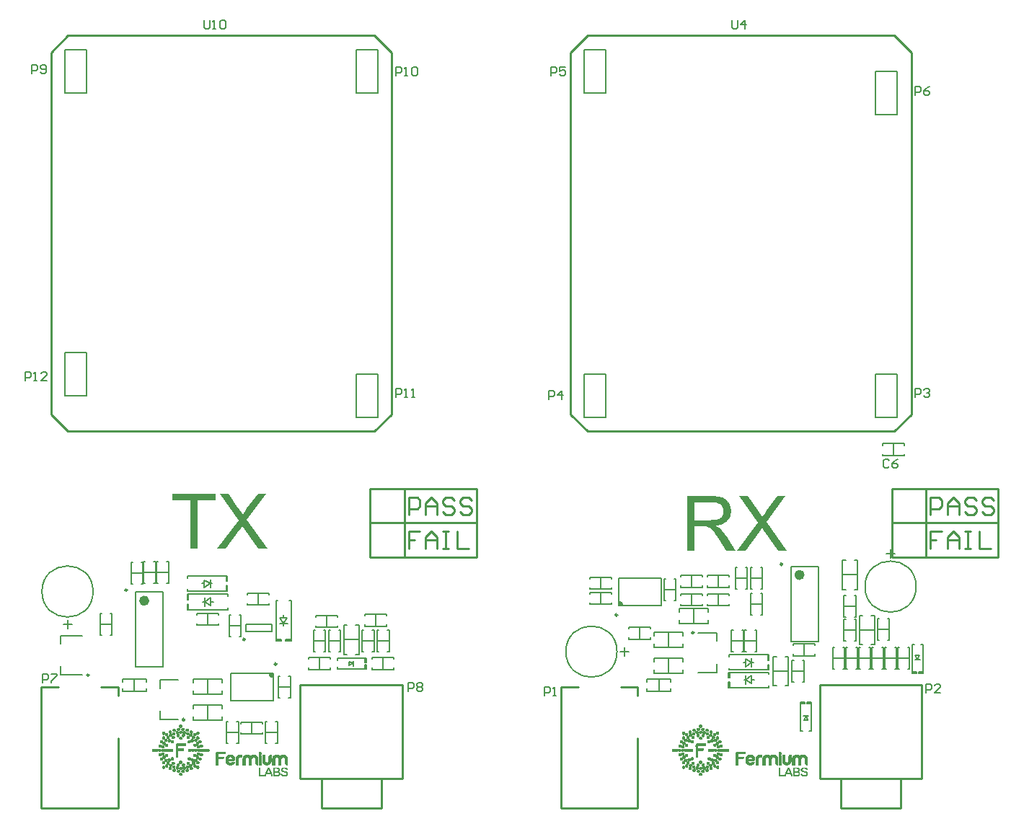
<source format=gto>
G04*
G04 #@! TF.GenerationSoftware,Altium Limited,Altium Designer,23.10.1 (27)*
G04*
G04 Layer_Color=65535*
%FSLAX25Y25*%
%MOIN*%
G70*
G04*
G04 #@! TF.SameCoordinates,52E8BDB3-E784-467F-A169-E1E59ABD1491*
G04*
G04*
G04 #@! TF.FilePolarity,Positive*
G04*
G01*
G75*
%ADD10C,0.00984*%
%ADD11C,0.00787*%
%ADD12C,0.02362*%
%ADD13C,0.00591*%
%ADD14C,0.01000*%
%ADD15C,0.00025*%
%ADD16C,0.00800*%
%ADD17R,0.00787X0.01862*%
%ADD18R,0.00701X0.02000*%
%ADD19R,0.01862X0.00787*%
%ADD20R,0.02000X0.00701*%
G36*
X144185Y54457D02*
X142217D01*
Y53669D01*
X143398Y52488D01*
X144185D01*
Y54457D01*
D02*
G37*
G36*
X303795Y85804D02*
X305763D01*
Y86592D01*
X304582Y87773D01*
X303795D01*
Y85804D01*
D02*
G37*
G36*
X131968Y125432D02*
X141406Y112205D01*
X137270D01*
X130911Y121187D01*
X130893Y121224D01*
X130820Y121315D01*
X130711Y121479D01*
X130583Y121661D01*
X130419Y121898D01*
X130255Y122153D01*
X129873Y122718D01*
Y122699D01*
X129836Y122663D01*
X129800Y122590D01*
X129745Y122517D01*
X129599Y122280D01*
X129417Y122025D01*
X129217Y121716D01*
X129034Y121424D01*
X128852Y121151D01*
X128688Y120932D01*
X122293Y112205D01*
X118285D01*
X128032Y125268D01*
X119432Y137421D01*
X123423D01*
X128014Y130971D01*
X128032Y130953D01*
X128069Y130880D01*
X128160Y130771D01*
X128251Y130643D01*
X128360Y130479D01*
X128506Y130279D01*
X128652Y130060D01*
X128816Y129842D01*
X129144Y129332D01*
X129472Y128821D01*
X129781Y128329D01*
X129927Y128093D01*
X130036Y127874D01*
X130055Y127892D01*
X130073Y127929D01*
X130128Y128001D01*
X130182Y128111D01*
X130273Y128220D01*
X130365Y128366D01*
X130474Y128548D01*
X130601Y128730D01*
X130893Y129149D01*
X131221Y129623D01*
X131603Y130151D01*
X132023Y130698D01*
X137069Y137421D01*
X140713D01*
X131968Y125432D01*
D02*
G37*
G36*
X117428Y134451D02*
X109083D01*
Y112205D01*
X105749D01*
Y134451D01*
X97441D01*
Y137421D01*
X117428D01*
Y134451D01*
D02*
G37*
G36*
X372125Y124448D02*
X381562Y111221D01*
X377427D01*
X371068Y120203D01*
X371050Y120239D01*
X370977Y120331D01*
X370867Y120494D01*
X370740Y120677D01*
X370576Y120914D01*
X370412Y121169D01*
X370029Y121733D01*
Y121715D01*
X369993Y121679D01*
X369956Y121606D01*
X369902Y121533D01*
X369756Y121296D01*
X369574Y121041D01*
X369373Y120731D01*
X369191Y120440D01*
X369009Y120167D01*
X368845Y119948D01*
X362450Y111221D01*
X358441D01*
X368189Y124284D01*
X359589Y136437D01*
X363579D01*
X368171Y129987D01*
X368189Y129969D01*
X368226Y129896D01*
X368317Y129787D01*
X368408Y129659D01*
X368517Y129495D01*
X368663Y129295D01*
X368809Y129076D01*
X368972Y128857D01*
X369301Y128347D01*
X369628Y127837D01*
X369938Y127345D01*
X370084Y127108D01*
X370193Y126890D01*
X370212Y126908D01*
X370230Y126944D01*
X370284Y127017D01*
X370339Y127127D01*
X370430Y127236D01*
X370521Y127382D01*
X370631Y127564D01*
X370758Y127746D01*
X371050Y128165D01*
X371378Y128639D01*
X371760Y129167D01*
X372179Y129714D01*
X377226Y136437D01*
X380870D01*
X372125Y124448D01*
D02*
G37*
G36*
X347345Y136419D02*
X347637D01*
X347965Y136400D01*
X348311Y136382D01*
X348712Y136346D01*
X349113Y136309D01*
X349532Y136273D01*
X350388Y136145D01*
X350789Y136073D01*
X351190Y135981D01*
X351572Y135872D01*
X351919Y135745D01*
X351937D01*
X351992Y135708D01*
X352083Y135672D01*
X352210Y135617D01*
X352356Y135544D01*
X352520Y135435D01*
X352720Y135326D01*
X352921Y135198D01*
X353139Y135034D01*
X353376Y134870D01*
X353613Y134670D01*
X353850Y134451D01*
X354069Y134196D01*
X354305Y133941D01*
X354524Y133649D01*
X354725Y133340D01*
X354743Y133321D01*
X354779Y133267D01*
X354816Y133176D01*
X354889Y133048D01*
X354961Y132884D01*
X355052Y132684D01*
X355162Y132465D01*
X355253Y132228D01*
X355344Y131955D01*
X355453Y131663D01*
X355544Y131354D01*
X355617Y131026D01*
X355690Y130679D01*
X355745Y130315D01*
X355763Y129932D01*
X355781Y129550D01*
Y129513D01*
Y129440D01*
X355763Y129295D01*
Y129094D01*
X355727Y128876D01*
X355690Y128602D01*
X355635Y128311D01*
X355563Y127983D01*
X355471Y127637D01*
X355362Y127272D01*
X355216Y126890D01*
X355052Y126507D01*
X354852Y126124D01*
X354615Y125760D01*
X354342Y125377D01*
X354032Y125031D01*
X354014Y125013D01*
X353959Y124958D01*
X353850Y124867D01*
X353704Y124740D01*
X353522Y124594D01*
X353285Y124430D01*
X353030Y124248D01*
X352720Y124047D01*
X352356Y123847D01*
X351973Y123646D01*
X351518Y123464D01*
X351044Y123264D01*
X350516Y123100D01*
X349951Y122936D01*
X349331Y122808D01*
X348675Y122699D01*
X348694D01*
X348730Y122663D01*
X348803Y122644D01*
X348894Y122590D01*
X349003Y122535D01*
X349131Y122462D01*
X349423Y122298D01*
X349750Y122116D01*
X350078Y121897D01*
X350388Y121679D01*
X350680Y121442D01*
X350698Y121424D01*
X350752Y121387D01*
X350825Y121296D01*
X350935Y121205D01*
X351062Y121059D01*
X351208Y120914D01*
X351390Y120731D01*
X351572Y120513D01*
X351773Y120276D01*
X351992Y120021D01*
X352228Y119747D01*
X352465Y119456D01*
X352702Y119128D01*
X352957Y118800D01*
X353449Y118071D01*
X357804Y111221D01*
X353631D01*
X350297Y116468D01*
X350279Y116486D01*
X350224Y116559D01*
X350151Y116686D01*
X350060Y116832D01*
X349933Y117033D01*
X349787Y117251D01*
X349623Y117488D01*
X349459Y117743D01*
X349076Y118308D01*
X348675Y118891D01*
X348275Y119438D01*
X348074Y119693D01*
X347892Y119930D01*
X347874Y119948D01*
X347855Y119984D01*
X347801Y120039D01*
X347728Y120130D01*
X347546Y120349D01*
X347327Y120604D01*
X347054Y120877D01*
X346781Y121169D01*
X346489Y121424D01*
X346198Y121624D01*
X346161Y121642D01*
X346070Y121697D01*
X345924Y121788D01*
X345724Y121879D01*
X345505Y121988D01*
X345250Y122116D01*
X344977Y122207D01*
X344685Y122298D01*
X344667D01*
X344576Y122317D01*
X344430Y122335D01*
X344248Y122371D01*
X343993Y122389D01*
X343665Y122407D01*
X343282Y122426D01*
X338964D01*
Y111221D01*
X335630D01*
Y136437D01*
X347127D01*
X347345Y136419D01*
D02*
G37*
%LPC*%
G36*
X346926Y133649D02*
X338964D01*
Y125323D01*
X346507D01*
X346690Y125341D01*
X346926D01*
X347163Y125359D01*
X347436Y125377D01*
X348001Y125432D01*
X348603Y125523D01*
X349186Y125633D01*
X349441Y125705D01*
X349696Y125778D01*
X349714D01*
X349750Y125796D01*
X349823Y125833D01*
X349914Y125869D01*
X350024Y125924D01*
X350133Y125979D01*
X350425Y126143D01*
X350752Y126361D01*
X351080Y126616D01*
X351390Y126926D01*
X351663Y127290D01*
Y127309D01*
X351700Y127345D01*
X351718Y127400D01*
X351773Y127473D01*
X351828Y127564D01*
X351882Y127691D01*
X352010Y127965D01*
X352119Y128293D01*
X352228Y128675D01*
X352301Y129094D01*
X352338Y129550D01*
Y129568D01*
Y129623D01*
Y129714D01*
X352319Y129841D01*
X352301Y130005D01*
X352265Y130169D01*
X352228Y130370D01*
X352174Y130588D01*
X352101Y130807D01*
X352010Y131044D01*
X351919Y131299D01*
X351791Y131536D01*
X351627Y131791D01*
X351463Y132028D01*
X351263Y132265D01*
X351026Y132483D01*
X351008Y132501D01*
X350971Y132538D01*
X350880Y132592D01*
X350789Y132665D01*
X350643Y132756D01*
X350461Y132848D01*
X350261Y132957D01*
X350024Y133066D01*
X349769Y133176D01*
X349459Y133285D01*
X349113Y133376D01*
X348748Y133467D01*
X348347Y133540D01*
X347910Y133595D01*
X347436Y133631D01*
X346926Y133649D01*
D02*
G37*
%LPD*%
D10*
X145681Y58787D02*
G03*
X145681Y58787I-492J0D01*
G01*
X103175Y33067D02*
G03*
X103175Y33067I-492J0D01*
G01*
X131102Y70185D02*
G03*
X131102Y70185I-492J0D01*
G01*
X76633Y93021D02*
G03*
X76633Y93021I-492J0D01*
G01*
X58994Y53654D02*
G03*
X58994Y53654I-492J0D01*
G01*
X338622Y73276D02*
G03*
X338622Y73276I-492J0D01*
G01*
X379531Y104950D02*
G03*
X379531Y104950I-492J0D01*
G01*
X303283Y81474D02*
G03*
X303283Y81474I-492J0D01*
G01*
D11*
X142217Y54457D02*
G03*
X144185Y52488I1969J0D01*
G01*
X60883Y92312D02*
G03*
X60883Y92312I-11811J0D01*
G01*
X303066Y64507D02*
G03*
X303066Y64507I-11811J0D01*
G01*
X441311Y94579D02*
G03*
X441311Y94579I-11811J0D01*
G01*
X305763Y85804D02*
G03*
X303795Y87773I-1969J0D01*
G01*
X124500Y54457D02*
X144185D01*
X124500Y41858D02*
X144185D01*
Y54457D01*
X124500Y41858D02*
Y54457D01*
X179118Y58606D02*
Y59984D01*
X181086Y59000D01*
X179118Y58016D02*
X181086Y59000D01*
X179118Y58016D02*
Y58606D01*
X181086Y57819D02*
Y60181D01*
X115181Y87400D02*
X116362D01*
X111638D02*
X112425D01*
X115181Y85825D02*
Y89368D01*
X112425Y87400D02*
X115181Y89368D01*
X112425Y87400D02*
X115181Y85825D01*
X112425Y85431D02*
Y89368D01*
X91748Y33264D02*
X100124D01*
X91748D02*
Y37004D01*
Y51374D02*
X100124D01*
X91748Y47634D02*
Y51374D01*
X131398Y73728D02*
Y77272D01*
X143602Y73728D02*
Y77272D01*
X131398Y73728D02*
X143602D01*
X131398Y77272D02*
X143602D01*
X47072Y77056D02*
X51072D01*
X49072Y75056D02*
Y79056D01*
X80570Y57351D02*
X93168D01*
X80570Y91997D02*
X93168D01*
Y57351D02*
Y91997D01*
X80570Y57351D02*
Y91997D01*
X45707Y68024D02*
Y71961D01*
X55943D01*
X45707Y53850D02*
Y57787D01*
Y53850D02*
X55943D01*
X47782Y202756D02*
X57782D01*
Y182756D02*
Y202756D01*
X47782Y182756D02*
X57782D01*
X47782D02*
Y202756D01*
X306511Y62507D02*
Y66507D01*
X304511Y64507D02*
X308511D01*
X427500Y109835D02*
X431500D01*
X429500Y107835D02*
Y111835D01*
X441606Y62681D02*
X442984D01*
X442000Y60713D02*
X442984Y62681D01*
X441016D02*
X442000Y60713D01*
X441016Y62681D02*
X441606D01*
X440819Y60713D02*
X443181D01*
X389384Y32865D02*
X390762D01*
X389384D02*
X390368Y34833D01*
X391352Y32865D01*
X390762D02*
X391352D01*
X389187Y34833D02*
X391549D01*
X361405Y59604D02*
X362586D01*
X365342D02*
X366129D01*
X362586Y57635D02*
Y61178D01*
Y57635D02*
X365342Y59604D01*
X362586Y61178D02*
X365342Y59604D01*
Y57635D02*
Y61572D01*
X365311Y51370D02*
X366492D01*
X361768D02*
X362555D01*
X365311Y49795D02*
Y53339D01*
X362555Y51370D02*
X365311Y53339D01*
X362555Y51370D02*
X365311Y49795D01*
X362555Y49402D02*
Y53339D01*
X149000Y80181D02*
Y81362D01*
Y76638D02*
Y77425D01*
X147031Y80181D02*
X150575D01*
X147031D02*
X149000Y77425D01*
X150575Y80181D01*
X147031Y77425D02*
X150969D01*
X111138Y96000D02*
X112319D01*
X115075D02*
X115862D01*
X112319Y94032D02*
Y97575D01*
Y94032D02*
X115075Y96000D01*
X112319Y97575D02*
X115075Y96000D01*
Y94032D02*
Y97969D01*
X422612Y172756D02*
X432612D01*
X422612D02*
Y192756D01*
X432612D01*
Y172756D02*
Y192756D01*
X287966Y172921D02*
X297966D01*
X287966D02*
Y192921D01*
X297966D01*
Y172921D02*
Y192921D01*
X287966Y322992D02*
X297966D01*
X287966D02*
Y342992D01*
X297966D01*
Y322992D02*
Y342992D01*
X422612Y312992D02*
X432612D01*
X422612D02*
Y332992D01*
X432612D01*
Y312992D02*
Y332992D01*
X47782Y342992D02*
X57782D01*
Y322992D02*
Y342992D01*
X47782Y322992D02*
X57782D01*
X47782D02*
Y342992D01*
X182428Y342992D02*
X192428D01*
Y322992D02*
Y342992D01*
X182428Y322992D02*
X192428D01*
X182428D02*
Y342992D01*
Y192756D02*
X192428D01*
Y172756D02*
Y192756D01*
X182428Y172756D02*
X192428D01*
X182428D02*
Y192756D01*
X340688Y73079D02*
X349064D01*
Y69339D02*
Y73079D01*
X340688Y54969D02*
X349064D01*
Y58709D01*
X383468Y69281D02*
X396066D01*
X383468Y103926D02*
X396066D01*
Y69281D02*
Y103926D01*
X383468Y69281D02*
Y103926D01*
X303795Y85804D02*
X323480D01*
X303795Y98403D02*
X323480D01*
X303795Y85804D02*
Y98403D01*
X323480Y85804D02*
Y98403D01*
D12*
X85688Y88060D02*
G03*
X85688Y88060I-1181J0D01*
G01*
X388586Y99989D02*
G03*
X388586Y99989I-1181J0D01*
G01*
D13*
X174000Y56500D02*
Y57500D01*
Y56500D02*
X186799D01*
X186598D02*
Y58500D01*
X187299D01*
Y56500D02*
Y58500D01*
X186598Y56500D02*
X187299D01*
X186598Y61500D02*
X187299D01*
Y59500D02*
Y61500D01*
X186598Y59500D02*
X187299D01*
X186598D02*
Y61500D01*
X174000D02*
X186799D01*
X174000Y60500D02*
Y61500D01*
X123055Y83794D02*
Y84742D01*
X105000Y83794D02*
X123055D01*
X104500D02*
X105000D01*
X104500D02*
Y86400D01*
X105000D01*
Y83794D02*
Y86400D01*
Y88400D02*
Y91006D01*
X104500Y88400D02*
X105000D01*
X104500D02*
Y91006D01*
X105000D01*
X123055D01*
Y90057D02*
Y91006D01*
X342441Y99000D02*
Y99756D01*
X332441D02*
X342441D01*
X332441Y99000D02*
Y99756D01*
Y94244D02*
Y95000D01*
Y94244D02*
X342441D01*
Y95000D01*
X337441Y94244D02*
Y99756D01*
X80000Y46244D02*
Y51756D01*
X74488Y50575D02*
Y51756D01*
X85512D01*
Y50575D02*
Y51756D01*
Y46244D02*
Y47425D01*
X74488Y46244D02*
X85512D01*
X74488D02*
Y47425D01*
X182267Y76693D02*
X183842D01*
Y63307D02*
Y76693D01*
X182267Y63307D02*
X183842D01*
X176755D02*
X178330D01*
X176755D02*
Y76693D01*
X178330D01*
X176755Y70000D02*
X183842D01*
X146587Y48158D02*
X152098D01*
X151342Y53158D02*
X152098D01*
Y43158D02*
Y53158D01*
X151342Y43158D02*
X152098D01*
X146587D02*
X147343D01*
X146587D02*
Y53158D01*
X147343D01*
X389637Y62636D02*
Y68148D01*
X394637Y62636D02*
Y63392D01*
X384637Y62636D02*
X394637D01*
X384637D02*
Y63392D01*
Y67392D02*
Y68148D01*
X394637D01*
Y67392D02*
Y68148D01*
X333500Y54481D02*
Y56055D01*
X320114Y54481D02*
X333500D01*
X320114D02*
Y56055D01*
Y59992D02*
Y61567D01*
X333500D01*
Y59992D02*
Y61567D01*
X326807Y54481D02*
Y61567D01*
X333500Y66481D02*
Y68055D01*
X320114Y66481D02*
X333500D01*
X320114D02*
Y68055D01*
Y71992D02*
Y73567D01*
X333500D01*
Y71992D02*
Y73567D01*
X326807Y66481D02*
Y73567D01*
X324752Y93007D02*
X330264D01*
X324752Y88007D02*
X325508D01*
X324752D02*
Y98007D01*
X325508D01*
X329508D02*
X330264D01*
Y88007D02*
Y98007D01*
X329508Y88007D02*
X330264D01*
X423381Y74850D02*
X428893D01*
X423381Y69850D02*
X424137D01*
X423381D02*
Y79850D01*
X424137D01*
X428137D02*
X428893D01*
Y69850D02*
Y79850D01*
X428137Y69850D02*
X428893D01*
X420606Y81200D02*
X422181D01*
Y67814D02*
Y81200D01*
X420606Y67814D02*
X422181D01*
X415094D02*
X416669D01*
X415094D02*
Y81200D01*
X416669D01*
X415094Y74507D02*
X422181D01*
X345193Y77457D02*
Y79031D01*
X331807Y77457D02*
X345193D01*
X331807D02*
Y79031D01*
Y82968D02*
Y84543D01*
X345193D01*
Y82968D02*
Y84543D01*
X338500Y77457D02*
Y84543D01*
X295637Y86348D02*
Y91859D01*
X290637Y91104D02*
Y91859D01*
X300637D01*
Y91104D02*
Y91859D01*
Y86348D02*
Y87103D01*
X290637Y86348D02*
X300637D01*
X290637D02*
Y87103D01*
X337500Y85744D02*
Y91256D01*
X332500Y90500D02*
Y91256D01*
X342500D01*
Y90500D02*
Y91256D01*
Y85744D02*
Y86500D01*
X332500Y85744D02*
X342500D01*
X332500D02*
Y86500D01*
X412735Y106700D02*
X414310D01*
Y93314D02*
Y106700D01*
X412735Y93314D02*
X414310D01*
X407224D02*
X408798D01*
X407224D02*
Y106700D01*
X408798D01*
X407224Y100007D02*
X414310D01*
X295637Y93348D02*
Y98859D01*
X290637Y98103D02*
Y98859D01*
X300637D01*
Y98103D02*
Y98859D01*
Y93348D02*
Y94103D01*
X290637Y93348D02*
X300637D01*
X290637D02*
Y94103D01*
X313500Y70244D02*
Y75756D01*
X308500Y75000D02*
Y75756D01*
X318500D01*
Y75000D02*
Y75756D01*
Y70244D02*
Y71000D01*
X308500Y70244D02*
X318500D01*
X308500D02*
Y71000D01*
X380735Y62296D02*
X382310D01*
Y48911D02*
Y62296D01*
X380735Y48911D02*
X382310D01*
X375223D02*
X376798D01*
X375223D02*
Y62296D01*
X376798D01*
X375223Y55603D02*
X382310D01*
X107255Y50287D02*
Y51862D01*
X120641D01*
Y50287D02*
Y51862D01*
Y44776D02*
Y46350D01*
X107255Y44776D02*
X120641D01*
X107255D02*
Y46350D01*
X113948Y44776D02*
Y51862D01*
X107255Y38287D02*
Y39862D01*
X120641D01*
Y38287D02*
Y39862D01*
Y32776D02*
Y34350D01*
X107255Y32776D02*
X120641D01*
X107255D02*
Y34350D01*
X113948Y32776D02*
Y39862D01*
X137343Y86047D02*
Y91559D01*
X142342Y86047D02*
Y86803D01*
X132343Y86047D02*
X142342D01*
X132343D02*
Y86803D01*
Y90803D02*
Y91559D01*
X142342D01*
Y90803D02*
Y91559D01*
X64113Y77000D02*
X69625D01*
X68869Y82000D02*
X69625D01*
Y72000D02*
Y82000D01*
X68869Y72000D02*
X69625D01*
X64113D02*
X64869D01*
X64113D02*
Y82000D01*
X64869D01*
X122587Y27158D02*
X128098D01*
X127342Y32157D02*
X128098D01*
Y22158D02*
Y32157D01*
X127342Y22158D02*
X128098D01*
X122587D02*
X123343D01*
X122587D02*
Y32157D01*
X123343D01*
X162744Y69500D02*
X168256D01*
X162744Y64500D02*
X163500D01*
X162744D02*
Y74500D01*
X163500D01*
X167500D02*
X168256D01*
Y64500D02*
Y74500D01*
X167500Y64500D02*
X168256D01*
X169744Y69500D02*
X175256D01*
X169744Y64500D02*
X170500D01*
X169744D02*
Y74500D01*
X170500D01*
X174500D02*
X175256D01*
Y64500D02*
Y74500D01*
X174500Y64500D02*
X175256D01*
X90244Y101000D02*
X95756D01*
X95000Y106000D02*
X95756D01*
Y96000D02*
Y106000D01*
X95000Y96000D02*
X95756D01*
X90244D02*
X91000D01*
X90244D02*
Y106000D01*
X91000D01*
X185244Y69500D02*
X190756D01*
X185244Y64500D02*
X186000D01*
X185244D02*
Y74500D01*
X186000D01*
X190000D02*
X190756D01*
Y64500D02*
Y74500D01*
X190000Y64500D02*
X190756D01*
X439500Y67799D02*
X440500D01*
X439500Y55000D02*
Y67799D01*
Y55201D02*
X441500D01*
Y54500D02*
Y55201D01*
X439500Y54500D02*
X441500D01*
X439500D02*
Y55201D01*
X444500Y54500D02*
Y55201D01*
X442500Y54500D02*
X444500D01*
X442500D02*
Y55201D01*
X444500D01*
Y55000D02*
Y67799D01*
X443500D02*
X444500D01*
X391868Y27747D02*
X392868D01*
Y40546D01*
X390868Y40345D02*
X392868D01*
X390868D02*
Y41046D01*
X392868D01*
Y40345D02*
Y41046D01*
X387868Y40345D02*
Y41046D01*
X389868D01*
Y40345D02*
Y41046D01*
X387868Y40345D02*
X389868D01*
X387868Y27747D02*
Y40546D01*
Y27747D02*
X388868D01*
X354712Y62261D02*
Y63210D01*
X372767D01*
X373267D01*
Y60603D02*
Y63210D01*
X372767Y60603D02*
X373267D01*
X372767D02*
Y63210D01*
Y55997D02*
Y58604D01*
X373267D01*
Y55997D02*
Y58604D01*
X372767Y55997D02*
X373267D01*
X354712D02*
X372767D01*
X354712D02*
Y56946D01*
X373185Y47764D02*
Y48713D01*
X355130Y47764D02*
X373185D01*
X354630D02*
X355130D01*
X354630D02*
Y50370D01*
X355130D01*
Y47764D02*
Y50370D01*
Y52370D02*
Y54976D01*
X354630Y52370D02*
X355130D01*
X354630D02*
Y54976D01*
X355130D01*
X373185D01*
Y54028D02*
Y54976D01*
X151657Y88055D02*
X152606D01*
Y70000D02*
Y88055D01*
Y69500D02*
Y70000D01*
X150000Y69500D02*
X152606D01*
X150000D02*
Y70000D01*
X152606D01*
X145394D02*
X148000D01*
Y69500D02*
Y70000D01*
X145394Y69500D02*
X148000D01*
X145394D02*
Y70000D01*
Y88055D01*
X146343D01*
X104445Y98658D02*
Y99606D01*
X122500D01*
X123000D01*
Y97000D02*
Y99606D01*
X122500Y97000D02*
X123000D01*
X122500D02*
Y99606D01*
Y92394D02*
Y95000D01*
X123000D01*
Y92394D02*
Y95000D01*
X122500Y92394D02*
X123000D01*
X104445D02*
X122500D01*
X104445D02*
Y93343D01*
X322500Y46244D02*
Y51756D01*
X316988Y50575D02*
Y51756D01*
X328012D01*
Y50575D02*
Y51756D01*
Y46244D02*
Y47425D01*
X316988Y46244D02*
X328012D01*
X316988D02*
Y47425D01*
X412767Y69604D02*
X413523D01*
Y79603D01*
X412767D02*
X413523D01*
X408011D02*
X408767D01*
X408011Y69604D02*
Y79603D01*
Y69604D02*
X408767D01*
X408011Y74603D02*
X413523D01*
X412767Y80603D02*
X413523D01*
Y90604D01*
X412767D02*
X413523D01*
X408011D02*
X408767D01*
X408011Y80603D02*
Y90604D01*
Y80603D02*
X408767D01*
X408011Y85603D02*
X413523D01*
X425500Y56370D02*
X426256D01*
Y66370D01*
X425500D02*
X426256D01*
X420744D02*
X421500D01*
X420744Y56370D02*
Y66370D01*
Y56370D02*
X421500D01*
X420744Y61370D02*
X426256D01*
X419500Y56370D02*
X420256D01*
Y66370D01*
X419500D02*
X420256D01*
X414744D02*
X415500D01*
X414744Y56370D02*
Y66370D01*
Y56370D02*
X415500D01*
X414744Y61370D02*
X420256D01*
X364744Y103500D02*
X365500D01*
X364744Y93500D02*
Y103500D01*
Y93500D02*
X365500D01*
X369500D02*
X370256D01*
Y103500D01*
X369500D02*
X370256D01*
X364744Y98500D02*
X370256D01*
X357744Y103500D02*
X358500D01*
X357744Y93500D02*
Y103500D01*
Y93500D02*
X358500D01*
X362500D02*
X363256D01*
Y103500D01*
X362500D02*
X363256D01*
X357744Y98500D02*
X363256D01*
X354941Y90500D02*
Y91256D01*
X344941D02*
X354941D01*
X344941Y90500D02*
Y91256D01*
Y85744D02*
Y86500D01*
Y85744D02*
X354941D01*
Y86500D01*
X349941Y85744D02*
Y91256D01*
X437500Y56370D02*
X438256D01*
Y66370D01*
X437500D02*
X438256D01*
X432744D02*
X433500D01*
X432744Y56370D02*
Y66370D01*
Y56370D02*
X433500D01*
X432744Y61370D02*
X438256D01*
X431500Y56370D02*
X432256D01*
Y66370D01*
X431500D02*
X432256D01*
X426744D02*
X427500D01*
X426744Y56370D02*
Y66370D01*
Y56370D02*
X427500D01*
X426744Y61370D02*
X432256D01*
X354941Y99000D02*
Y99756D01*
X344941D02*
X354941D01*
X344941Y99000D02*
Y99756D01*
Y94244D02*
Y95000D01*
Y94244D02*
X354941D01*
Y95000D01*
X349941Y94244D02*
Y99756D01*
X360767Y64604D02*
X361523D01*
Y74603D01*
X360767D02*
X361523D01*
X356011D02*
X356767D01*
X356011Y64604D02*
Y74603D01*
Y64604D02*
X356767D01*
X356011Y69604D02*
X361523D01*
X369500Y81500D02*
X370256D01*
Y91500D01*
X369500D02*
X370256D01*
X364744D02*
X365500D01*
X364744Y81500D02*
Y91500D01*
Y81500D02*
X365500D01*
X364744Y86500D02*
X370256D01*
X413500Y56370D02*
X414256D01*
Y66370D01*
X413500D02*
X414256D01*
X408744D02*
X409500D01*
X408744Y56370D02*
Y66370D01*
Y56370D02*
X409500D01*
X408744Y61370D02*
X414256D01*
X362011Y74603D02*
X362767D01*
X362011Y64604D02*
Y74603D01*
Y64604D02*
X362767D01*
X366767D02*
X367523D01*
Y74603D01*
X366767D02*
X367523D01*
X362011Y69604D02*
X367523D01*
X407500Y56370D02*
X408256D01*
Y66370D01*
X407500D02*
X408256D01*
X402744D02*
X403500D01*
X402744Y56370D02*
Y66370D01*
Y56370D02*
X403500D01*
X402744Y61370D02*
X408256D01*
X384011Y60603D02*
X384767D01*
X384011Y50603D02*
Y60603D01*
Y50603D02*
X384767D01*
X388767D02*
X389523D01*
Y60603D01*
X388767D02*
X389523D01*
X384011Y55603D02*
X389523D01*
X145343Y22158D02*
X146098D01*
Y32157D01*
X145343D02*
X146098D01*
X140587D02*
X141342D01*
X140587Y22158D02*
Y32157D01*
Y22158D02*
X141342D01*
X140587Y27158D02*
X146098D01*
X129342Y26402D02*
Y27158D01*
Y26402D02*
X139342D01*
Y27158D01*
Y31157D02*
Y31913D01*
X129342D02*
X139342D01*
X129342Y31157D02*
Y31913D01*
X134343Y26402D02*
Y31913D01*
X123744Y81500D02*
X124500D01*
X123744Y71500D02*
Y81500D01*
Y71500D02*
X124500D01*
X128500D02*
X129256D01*
Y81500D01*
X128500D02*
X129256D01*
X123744Y76500D02*
X129256D01*
X186500Y76244D02*
Y77000D01*
Y76244D02*
X196500D01*
Y77000D01*
Y81000D02*
Y81756D01*
X186500D02*
X196500D01*
X186500Y81000D02*
Y81756D01*
X191500Y76244D02*
Y81756D01*
X83115Y95974D02*
X83871D01*
Y105974D01*
X83115D02*
X83871D01*
X78359D02*
X79115D01*
X78359Y95974D02*
Y105974D01*
Y95974D02*
X79115D01*
X78359Y100974D02*
X83871D01*
X84244Y106000D02*
X85000D01*
X84244Y96000D02*
Y106000D01*
Y96000D02*
X85000D01*
X89000D02*
X89756D01*
Y106000D01*
X89000D02*
X89756D01*
X84244Y101000D02*
X89756D01*
X164000Y75744D02*
Y76500D01*
Y75744D02*
X174000D01*
Y76500D01*
Y80500D02*
Y81256D01*
X164000D02*
X174000D01*
X164000Y80500D02*
Y81256D01*
X169000Y75744D02*
Y81256D01*
X170559Y61000D02*
Y61756D01*
X160559D02*
X170559D01*
X160559Y61000D02*
Y61756D01*
Y56244D02*
Y57000D01*
Y56244D02*
X170559D01*
Y57000D01*
X165559Y56244D02*
Y61756D01*
X430981Y155173D02*
Y160685D01*
X435981Y155173D02*
Y155929D01*
X425981Y155173D02*
X435981D01*
X425981D02*
Y155929D01*
Y159929D02*
Y160685D01*
X435981D01*
Y159929D02*
Y160685D01*
X192244Y69500D02*
X197756D01*
X192244Y64500D02*
X193000D01*
X192244D02*
Y74500D01*
X193000D01*
X197000D02*
X197756D01*
Y64500D02*
Y74500D01*
X197000Y64500D02*
X197756D01*
X119000Y81500D02*
Y82256D01*
X109000D02*
X119000D01*
X109000Y81500D02*
Y82256D01*
Y76744D02*
Y77500D01*
Y76744D02*
X119000D01*
Y77500D01*
X114000Y76744D02*
Y82256D01*
X190000Y56244D02*
Y57000D01*
Y56244D02*
X200000D01*
Y57000D01*
Y61000D02*
Y61756D01*
X190000D02*
X200000D01*
X190000Y61000D02*
Y61756D01*
X195000Y56244D02*
Y61756D01*
D14*
X36982Y-7847D02*
X54698D01*
X36982D02*
Y27D01*
X72415Y-7847D02*
Y27D01*
X54698Y-7847D02*
X72415D01*
X36982Y27D02*
Y48058D01*
X44856D01*
X72415Y27D02*
Y24436D01*
Y44121D02*
Y48058D01*
X64541D02*
X72415D01*
X406588Y-7818D02*
Y5962D01*
Y-7818D02*
X434148D01*
Y5962D01*
X443990D01*
X396746D02*
X443990D01*
X396746D02*
Y49269D01*
X443990D01*
Y5962D02*
Y49269D01*
X203921Y5932D02*
Y49239D01*
X156677D02*
X203921D01*
X156677Y5932D02*
Y49239D01*
Y5932D02*
X203921D01*
X194078D02*
X203921D01*
X194078Y-7847D02*
Y5932D01*
X166519Y-7847D02*
X194078D01*
X166519D02*
Y5932D01*
X277192Y-7874D02*
X294909D01*
X277192D02*
Y0D01*
X312626Y-7874D02*
Y0D01*
X294909Y-7874D02*
X312626D01*
X277192Y0D02*
Y48031D01*
X285066D01*
X312626Y0D02*
Y24409D01*
Y44094D02*
Y48031D01*
X304751D02*
X312626D01*
X439029Y174213D02*
Y341535D01*
Y174213D02*
Y341535D01*
X431155Y166339D02*
X439029Y174213D01*
X431155Y166339D02*
X439029Y174213D01*
X289423Y166339D02*
X431155D01*
X289423D02*
X431155D01*
Y349410D02*
X439029Y341535D01*
X431155Y349410D02*
X439029Y341535D01*
X289423Y349410D02*
X431155D01*
X289423D02*
X431155D01*
X281549Y341535D02*
X289423Y349410D01*
X281549Y341535D02*
X289423Y349410D01*
X281549Y174213D02*
Y341535D01*
Y174213D02*
Y341535D01*
Y174213D02*
X289423Y166339D01*
X281549Y174213D02*
X289423Y166339D01*
X41365Y174213D02*
Y341535D01*
Y174213D02*
Y341535D01*
X49239Y349409D01*
X41365Y341535D02*
X49239Y349409D01*
X190971D01*
X49239D02*
X190971D01*
X41365Y174213D02*
X49239Y166339D01*
X41365Y174213D02*
X49239Y166339D01*
X190971D01*
X49239D02*
X190971D01*
X198845Y174213D01*
X190971Y166339D02*
X198845Y174213D01*
Y341535D01*
Y174213D02*
Y341535D01*
X190971Y349409D02*
X198845Y341535D01*
X190971Y349409D02*
X198845Y341535D01*
X188976Y124016D02*
Y139764D01*
Y108268D02*
Y127953D01*
Y108268D02*
X238189D01*
Y139764D01*
X188976D02*
X238189D01*
X188976Y124016D02*
X238189D01*
X204724Y108268D02*
Y139764D01*
X430118Y124016D02*
Y139764D01*
Y108268D02*
Y127953D01*
Y108268D02*
X479331D01*
Y139764D01*
X430118D02*
X479331D01*
X430118Y124016D02*
X479331D01*
X445866Y108268D02*
Y139764D01*
X206693Y127953D02*
Y135950D01*
X210692D01*
X212024Y134617D01*
Y131951D01*
X210692Y130619D01*
X206693D01*
X214690Y127953D02*
Y133284D01*
X217356Y135950D01*
X220022Y133284D01*
Y127953D01*
Y131951D01*
X214690D01*
X228019Y134617D02*
X226687Y135950D01*
X224021D01*
X222688Y134617D01*
Y133284D01*
X224021Y131951D01*
X226687D01*
X228019Y130619D01*
Y129286D01*
X226687Y127953D01*
X224021D01*
X222688Y129286D01*
X236017Y134617D02*
X234684Y135950D01*
X232018D01*
X230685Y134617D01*
Y133284D01*
X232018Y131951D01*
X234684D01*
X236017Y130619D01*
Y129286D01*
X234684Y127953D01*
X232018D01*
X230685Y129286D01*
X212024Y120202D02*
X206693D01*
Y116203D01*
X209359D01*
X206693D01*
Y112205D01*
X214690D02*
Y117536D01*
X217356Y120202D01*
X220022Y117536D01*
Y112205D01*
Y116203D01*
X214690D01*
X222688Y120202D02*
X225354D01*
X224021D01*
Y112205D01*
X222688D01*
X225354D01*
X229352Y120202D02*
Y112205D01*
X234684D01*
X447835Y127953D02*
Y135950D01*
X451833D01*
X453166Y134617D01*
Y131951D01*
X451833Y130619D01*
X447835D01*
X455832Y127953D02*
Y133284D01*
X458498Y135950D01*
X461164Y133284D01*
Y127953D01*
Y131951D01*
X455832D01*
X469161Y134617D02*
X467828Y135950D01*
X465162D01*
X463830Y134617D01*
Y133284D01*
X465162Y131951D01*
X467828D01*
X469161Y130619D01*
Y129286D01*
X467828Y127953D01*
X465162D01*
X463830Y129286D01*
X477158Y134617D02*
X475826Y135950D01*
X473160D01*
X471827Y134617D01*
Y133284D01*
X473160Y131951D01*
X475826D01*
X477158Y130619D01*
Y129286D01*
X475826Y127953D01*
X473160D01*
X471827Y129286D01*
X453166Y120202D02*
X447835D01*
Y116203D01*
X450500D01*
X447835D01*
Y112205D01*
X455832D02*
Y117536D01*
X458498Y120202D01*
X461164Y117536D01*
Y112205D01*
Y116203D01*
X455832D01*
X463830Y120202D02*
X466495D01*
X465162D01*
Y112205D01*
X463830D01*
X466495D01*
X470494Y120202D02*
Y112205D01*
X475826D01*
D15*
X389224Y7134D02*
X389749D01*
X389049Y7159D02*
X389924D01*
X388949Y7184D02*
X390049D01*
X384474D02*
X386149D01*
X383724D02*
X383999D01*
X380349D02*
X380649D01*
X377774D02*
X380174D01*
X388849Y7209D02*
X390149D01*
X384449D02*
X386399D01*
X383699D02*
X383999D01*
X380349D02*
X380649D01*
X377774D02*
X380174D01*
X388774Y7234D02*
X390224D01*
X384449D02*
X386524D01*
X383674D02*
X383999D01*
X380349D02*
X380674D01*
X377774D02*
X380174D01*
X388699Y7259D02*
X390299D01*
X384449D02*
X386624D01*
X383674D02*
X383999D01*
X380374D02*
X380674D01*
X377774D02*
X380174D01*
X388649Y7284D02*
X390349D01*
X384449D02*
X386699D01*
X383674D02*
X383974D01*
X380374D02*
X380699D01*
X377774D02*
X380174D01*
X388599Y7309D02*
X390399D01*
X384449D02*
X386774D01*
X383649D02*
X383974D01*
X380399D02*
X380699D01*
X377774D02*
X380174D01*
X388549Y7334D02*
X390449D01*
X384449D02*
X386824D01*
X383649D02*
X383949D01*
X380399D02*
X380724D01*
X377774D02*
X380174D01*
X341399D02*
X341724D01*
X388499Y7359D02*
X390499D01*
X384449D02*
X386874D01*
X383624D02*
X383949D01*
X380424D02*
X380724D01*
X377774D02*
X380174D01*
X341324D02*
X341799D01*
X388449Y7384D02*
X390524D01*
X384449D02*
X386924D01*
X383624D02*
X383924D01*
X380424D02*
X380724D01*
X377774D02*
X380174D01*
X341274D02*
X341849D01*
X389799Y7409D02*
X390574D01*
X388399D02*
X389199D01*
X384449D02*
X386974D01*
X383599D02*
X383924D01*
X380424D02*
X380749D01*
X377774D02*
X380174D01*
X341249D02*
X341874D01*
X389949Y7434D02*
X390599D01*
X388374D02*
X389074D01*
X384449D02*
X386999D01*
X383599D02*
X383899D01*
X380449D02*
X380749D01*
X377774D02*
X380174D01*
X341199D02*
X341924D01*
X390024Y7459D02*
X390624D01*
X388324D02*
X388974D01*
X384449D02*
X387024D01*
X383574D02*
X383899D01*
X380449D02*
X380774D01*
X377774D02*
X378074D01*
X341174D02*
X341949D01*
X390124Y7484D02*
X390649D01*
X388299D02*
X388899D01*
X386349D02*
X387074D01*
X384449D02*
X384749D01*
X383574D02*
X383899D01*
X380474D02*
X380774D01*
X377774D02*
X378049D01*
X341149D02*
X341974D01*
X390174Y7509D02*
X390699D01*
X388274D02*
X388849D01*
X386474D02*
X387099D01*
X384449D02*
X384749D01*
X383574D02*
X383874D01*
X380474D02*
X380799D01*
X377774D02*
X378049D01*
X341124D02*
X341999D01*
X390224Y7534D02*
X390699D01*
X388249D02*
X388774D01*
X386574D02*
X387124D01*
X384449D02*
X384749D01*
X383549D02*
X383874D01*
X380499D02*
X380799D01*
X377774D02*
X378049D01*
X341099D02*
X342024D01*
X390274Y7559D02*
X390724D01*
X388199D02*
X388724D01*
X386624D02*
X387149D01*
X384449D02*
X384749D01*
X383549D02*
X383849D01*
X380499D02*
X380824D01*
X377774D02*
X378049D01*
X341074D02*
X342049D01*
X390324Y7584D02*
X390749D01*
X388174D02*
X388674D01*
X386699D02*
X387174D01*
X384449D02*
X384749D01*
X383524D02*
X383849D01*
X380524D02*
X380824D01*
X377774D02*
X378049D01*
X341074D02*
X342049D01*
X390374Y7609D02*
X390774D01*
X388149D02*
X388624D01*
X386749D02*
X387174D01*
X384449D02*
X384749D01*
X383524D02*
X383824D01*
X380524D02*
X380824D01*
X377774D02*
X378049D01*
X341049D02*
X342074D01*
X390399Y7634D02*
X390799D01*
X388124D02*
X388599D01*
X386774D02*
X387199D01*
X384449D02*
X384749D01*
X383499D02*
X383824D01*
X380549D02*
X380849D01*
X377774D02*
X378049D01*
X341024D02*
X342099D01*
X390424Y7659D02*
X390799D01*
X388099D02*
X388549D01*
X386824D02*
X387224D01*
X384449D02*
X384749D01*
X383499D02*
X383799D01*
X380549D02*
X380849D01*
X377774D02*
X378049D01*
X341024D02*
X342099D01*
X390449Y7684D02*
X390824D01*
X388099D02*
X388524D01*
X386849D02*
X387224D01*
X384449D02*
X384749D01*
X383474D02*
X383799D01*
X380549D02*
X380874D01*
X377774D02*
X378049D01*
X341024D02*
X342099D01*
X390474Y7709D02*
X390849D01*
X388074D02*
X388474D01*
X386874D02*
X387249D01*
X384449D02*
X384749D01*
X383474D02*
X383774D01*
X380574D02*
X380874D01*
X377774D02*
X378049D01*
X340999D02*
X342124D01*
X390499Y7734D02*
X390849D01*
X388049D02*
X388449D01*
X386899D02*
X387274D01*
X384449D02*
X384749D01*
X383474D02*
X383774D01*
X380574D02*
X380899D01*
X377774D02*
X378049D01*
X340999D02*
X342124D01*
X390524Y7759D02*
X390874D01*
X388024D02*
X388424D01*
X386924D02*
X387274D01*
X384449D02*
X384749D01*
X383449D02*
X383774D01*
X380599D02*
X380899D01*
X377774D02*
X378049D01*
X340999D02*
X342124D01*
X390549Y7784D02*
X390874D01*
X388024D02*
X388399D01*
X386949D02*
X387274D01*
X384449D02*
X384749D01*
X383449D02*
X383749D01*
X380599D02*
X380924D01*
X377774D02*
X378049D01*
X340974D02*
X342149D01*
X390549Y7809D02*
X390874D01*
X387999D02*
X388374D01*
X386974D02*
X387299D01*
X384449D02*
X384749D01*
X383424D02*
X383749D01*
X380624D02*
X380924D01*
X377774D02*
X378049D01*
X340974D02*
X342149D01*
X390574Y7834D02*
X390899D01*
X387974D02*
X388349D01*
X386999D02*
X387299D01*
X384449D02*
X384749D01*
X383424D02*
X383724D01*
X380624D02*
X380924D01*
X377774D02*
X378049D01*
X340974D02*
X342149D01*
X390599Y7859D02*
X390899D01*
X387974D02*
X388324D01*
X386999D02*
X387324D01*
X384449D02*
X384749D01*
X383399D02*
X383724D01*
X380649D02*
X380949D01*
X377774D02*
X378049D01*
X340974D02*
X342149D01*
X390599Y7884D02*
X390899D01*
X387949D02*
X388299D01*
X387024D02*
X387324D01*
X384449D02*
X384749D01*
X383399D02*
X383699D01*
X380649D02*
X380949D01*
X377774D02*
X378049D01*
X340974D02*
X342149D01*
X390599Y7909D02*
X390924D01*
X387924D02*
X388274D01*
X387024D02*
X387324D01*
X384449D02*
X384749D01*
X383374D02*
X383699D01*
X380649D02*
X380974D01*
X377774D02*
X378049D01*
X340974D02*
X342149D01*
X390624Y7934D02*
X390924D01*
X387924D02*
X388249D01*
X387024D02*
X387324D01*
X384449D02*
X384749D01*
X383374D02*
X383674D01*
X380674D02*
X380974D01*
X377774D02*
X378049D01*
X340974D02*
X342149D01*
X390624Y7959D02*
X390924D01*
X387974D02*
X388249D01*
X387049D02*
X387349D01*
X384449D02*
X384749D01*
X383374D02*
X383674D01*
X380674D02*
X380999D01*
X377774D02*
X378049D01*
X340974D02*
X342149D01*
X390624Y7984D02*
X390924D01*
X388024D02*
X388224D01*
X387049D02*
X387349D01*
X384449D02*
X384749D01*
X383349D02*
X383674D01*
X380699D02*
X380999D01*
X377774D02*
X378049D01*
X340974D02*
X342149D01*
X390649Y8009D02*
X390949D01*
X388074D02*
X388224D01*
X387049D02*
X387349D01*
X384449D02*
X384749D01*
X383349D02*
X383649D01*
X380699D02*
X381024D01*
X377774D02*
X378049D01*
X340974D02*
X342149D01*
X390649Y8034D02*
X390949D01*
X388124D02*
X388199D01*
X387049D02*
X387349D01*
X384449D02*
X384749D01*
X383324D02*
X383649D01*
X380724D02*
X381024D01*
X377774D02*
X378049D01*
X340974D02*
X342149D01*
X390649Y8059D02*
X390949D01*
X387074D02*
X387349D01*
X384449D02*
X384749D01*
X383324D02*
X383624D01*
X380724D02*
X381024D01*
X377774D02*
X378049D01*
X340999D02*
X342124D01*
X390649Y8084D02*
X390949D01*
X387074D02*
X387349D01*
X384449D02*
X384749D01*
X383299D02*
X383624D01*
X380749D02*
X381049D01*
X377774D02*
X378049D01*
X340999D02*
X342124D01*
X390649Y8109D02*
X390949D01*
X387074D02*
X387349D01*
X384449D02*
X384749D01*
X380749D02*
X383599D01*
X377774D02*
X378049D01*
X340999D02*
X342124D01*
X390649Y8134D02*
X390949D01*
X387074D02*
X387349D01*
X384449D02*
X384749D01*
X380749D02*
X383599D01*
X377774D02*
X378049D01*
X341024D02*
X342099D01*
X390649Y8159D02*
X390949D01*
X387074D02*
X387349D01*
X384449D02*
X384749D01*
X380774D02*
X383574D01*
X377774D02*
X378049D01*
X341024D02*
X342099D01*
X390649Y8184D02*
X390949D01*
X387074D02*
X387349D01*
X384449D02*
X384749D01*
X380774D02*
X383574D01*
X377774D02*
X378049D01*
X341049D02*
X342074D01*
X390649Y8209D02*
X390949D01*
X387074D02*
X387349D01*
X384449D02*
X384749D01*
X380799D02*
X383574D01*
X377774D02*
X378049D01*
X341049D02*
X342074D01*
X390649Y8234D02*
X390949D01*
X387074D02*
X387349D01*
X384449D02*
X384749D01*
X380799D02*
X383549D01*
X377774D02*
X378049D01*
X341074D02*
X342049D01*
X390649Y8259D02*
X390949D01*
X387074D02*
X387349D01*
X384449D02*
X384749D01*
X380824D02*
X383549D01*
X377774D02*
X378049D01*
X341099D02*
X342024D01*
X390649Y8284D02*
X390949D01*
X387074D02*
X387349D01*
X384449D02*
X384749D01*
X380824D02*
X383524D01*
X377774D02*
X378049D01*
X341099D02*
X342024D01*
X390649Y8309D02*
X390949D01*
X387049D02*
X387349D01*
X384449D02*
X384749D01*
X380849D02*
X383524D01*
X377774D02*
X378049D01*
X341124D02*
X341999D01*
X390649Y8334D02*
X390949D01*
X387049D02*
X387349D01*
X384449D02*
X384749D01*
X380849D02*
X383499D01*
X377774D02*
X378049D01*
X341149D02*
X341974D01*
X390624Y8359D02*
X390924D01*
X387049D02*
X387349D01*
X384449D02*
X384749D01*
X380874D02*
X383499D01*
X377774D02*
X378049D01*
X341174D02*
X341949D01*
X390624Y8384D02*
X390924D01*
X387049D02*
X387324D01*
X384449D02*
X384749D01*
X383174D02*
X383474D01*
X380874D02*
X381174D01*
X377774D02*
X378049D01*
X341224D02*
X341899D01*
X390624Y8409D02*
X390924D01*
X387024D02*
X387324D01*
X384449D02*
X384749D01*
X383174D02*
X383474D01*
X380874D02*
X381174D01*
X377774D02*
X378049D01*
X341249D02*
X341874D01*
X390599Y8434D02*
X390924D01*
X387024D02*
X387324D01*
X384449D02*
X384749D01*
X383149D02*
X383449D01*
X380899D02*
X381199D01*
X377774D02*
X378049D01*
X341299D02*
X341824D01*
X390599Y8459D02*
X390924D01*
X387024D02*
X387324D01*
X384449D02*
X384749D01*
X383149D02*
X383449D01*
X380899D02*
X381199D01*
X377774D02*
X378049D01*
X341349D02*
X341774D01*
X390574Y8484D02*
X390899D01*
X386999D02*
X387299D01*
X384449D02*
X384749D01*
X383124D02*
X383449D01*
X380924D02*
X381224D01*
X377774D02*
X378049D01*
X341449D02*
X341674D01*
X390574Y8509D02*
X390899D01*
X386999D02*
X387299D01*
X384449D02*
X384749D01*
X383124D02*
X383424D01*
X380924D02*
X381224D01*
X377774D02*
X378049D01*
X390549Y8534D02*
X390899D01*
X386974D02*
X387274D01*
X384449D02*
X384749D01*
X383124D02*
X383424D01*
X380949D02*
X381249D01*
X377774D02*
X378049D01*
X390524Y8559D02*
X390874D01*
X386974D02*
X387274D01*
X384449D02*
X384749D01*
X383099D02*
X383399D01*
X380949D02*
X381249D01*
X377774D02*
X378049D01*
X390499Y8584D02*
X390874D01*
X386949D02*
X387274D01*
X384449D02*
X384749D01*
X383099D02*
X383399D01*
X380974D02*
X381249D01*
X377774D02*
X378049D01*
X390474Y8609D02*
X390849D01*
X386924D02*
X387249D01*
X384449D02*
X384749D01*
X383074D02*
X383374D01*
X380974D02*
X381274D01*
X377774D02*
X378049D01*
X390449Y8634D02*
X390849D01*
X386899D02*
X387249D01*
X384449D02*
X384749D01*
X383074D02*
X383374D01*
X380974D02*
X381274D01*
X377774D02*
X378049D01*
X390424Y8659D02*
X390824D01*
X386899D02*
X387224D01*
X384449D02*
X384749D01*
X383049D02*
X383349D01*
X380999D02*
X381299D01*
X377774D02*
X378049D01*
X390374Y8684D02*
X390799D01*
X386874D02*
X387199D01*
X384449D02*
X384749D01*
X383049D02*
X383349D01*
X380999D02*
X381299D01*
X377774D02*
X378049D01*
X390349Y8709D02*
X390799D01*
X386849D02*
X387199D01*
X384449D02*
X384749D01*
X383024D02*
X383349D01*
X381024D02*
X381324D01*
X377774D02*
X378049D01*
X390299Y8734D02*
X390774D01*
X386799D02*
X387174D01*
X384449D02*
X384749D01*
X383024D02*
X383324D01*
X381024D02*
X381324D01*
X377774D02*
X378049D01*
X390249Y8759D02*
X390749D01*
X386774D02*
X387149D01*
X384449D02*
X384749D01*
X383024D02*
X383324D01*
X381049D02*
X381349D01*
X377774D02*
X378049D01*
X342524D02*
X342624D01*
X340499D02*
X340599D01*
X390199Y8784D02*
X390724D01*
X386749D02*
X387124D01*
X384449D02*
X384749D01*
X382999D02*
X383299D01*
X381049D02*
X381349D01*
X377774D02*
X378049D01*
X342399D02*
X342749D01*
X340374D02*
X340724D01*
X390124Y8809D02*
X390699D01*
X386699D02*
X387124D01*
X384449D02*
X384749D01*
X382999D02*
X383299D01*
X381074D02*
X381349D01*
X377774D02*
X378049D01*
X342349D02*
X342824D01*
X340299D02*
X340774D01*
X390049Y8834D02*
X390674D01*
X386649D02*
X387099D01*
X384449D02*
X384749D01*
X382974D02*
X383274D01*
X381074D02*
X381374D01*
X377774D02*
X378049D01*
X342299D02*
X342874D01*
X340249D02*
X340824D01*
X389974Y8859D02*
X390649D01*
X386599D02*
X387074D01*
X384449D02*
X384749D01*
X382974D02*
X383274D01*
X381099D02*
X381374D01*
X377774D02*
X378049D01*
X342249D02*
X342924D01*
X340199D02*
X340874D01*
X389899Y8884D02*
X390599D01*
X386524D02*
X387049D01*
X384449D02*
X384749D01*
X382949D02*
X383249D01*
X381099D02*
X381399D01*
X377774D02*
X378049D01*
X342224D02*
X342949D01*
X340174D02*
X340899D01*
X389799Y8909D02*
X390574D01*
X386449D02*
X386999D01*
X384449D02*
X384749D01*
X382949D02*
X383249D01*
X381099D02*
X381399D01*
X377774D02*
X378049D01*
X342174D02*
X342974D01*
X340149D02*
X340949D01*
X389674Y8934D02*
X390524D01*
X386349D02*
X386974D01*
X384449D02*
X384749D01*
X382924D02*
X383224D01*
X381124D02*
X381424D01*
X377774D02*
X378049D01*
X342149D02*
X342999D01*
X340124D02*
X340974D01*
X389549Y8959D02*
X390499D01*
X386124D02*
X386949D01*
X384449D02*
X384749D01*
X382924D02*
X383224D01*
X381124D02*
X381424D01*
X377774D02*
X378049D01*
X342124D02*
X343024D01*
X340099D02*
X340999D01*
X389424Y8984D02*
X390449D01*
X384449D02*
X386899D01*
X382924D02*
X383224D01*
X381149D02*
X381449D01*
X377774D02*
X378049D01*
X342124D02*
X343049D01*
X340074D02*
X340999D01*
X389299Y9009D02*
X390399D01*
X384449D02*
X386874D01*
X382899D02*
X383199D01*
X381149D02*
X381449D01*
X377774D02*
X378049D01*
X342099D02*
X343074D01*
X340049D02*
X341024D01*
X389174Y9034D02*
X390324D01*
X384449D02*
X386824D01*
X382899D02*
X383199D01*
X381174D02*
X381449D01*
X377774D02*
X378049D01*
X342074D02*
X343074D01*
X340049D02*
X341049D01*
X389049Y9059D02*
X390274D01*
X384449D02*
X386749D01*
X382874D02*
X383174D01*
X381174D02*
X381474D01*
X377774D02*
X378049D01*
X342074D02*
X343099D01*
X340024D02*
X341049D01*
X388949Y9084D02*
X390199D01*
X384449D02*
X386699D01*
X382874D02*
X383174D01*
X381199D02*
X381474D01*
X377774D02*
X378049D01*
X342049D02*
X343099D01*
X340024D02*
X341074D01*
X388849Y9109D02*
X390124D01*
X384449D02*
X386649D01*
X382849D02*
X383149D01*
X381199D02*
X381499D01*
X377774D02*
X378049D01*
X342049D02*
X343124D01*
X339999D02*
X341074D01*
X388774Y9134D02*
X390024D01*
X384449D02*
X386699D01*
X382849D02*
X383149D01*
X381199D02*
X381499D01*
X377774D02*
X378049D01*
X342024D02*
X343124D01*
X339999D02*
X341099D01*
X388699Y9159D02*
X389924D01*
X384449D02*
X386749D01*
X382849D02*
X383124D01*
X381224D02*
X381524D01*
X377774D02*
X378049D01*
X342024D02*
X343149D01*
X339974D02*
X341099D01*
X388624Y9184D02*
X389824D01*
X384449D02*
X386799D01*
X382824D02*
X383124D01*
X381224D02*
X381524D01*
X377774D02*
X378049D01*
X344499D02*
X344649D01*
X341999D02*
X343149D01*
X339974D02*
X341124D01*
X338474D02*
X338624D01*
X388574Y9209D02*
X389699D01*
X384449D02*
X386849D01*
X382824D02*
X383124D01*
X381249D02*
X381524D01*
X377774D02*
X378049D01*
X344399D02*
X344749D01*
X341999D02*
X343149D01*
X339974D02*
X341124D01*
X338374D02*
X338724D01*
X388524Y9234D02*
X389574D01*
X384449D02*
X386874D01*
X382799D02*
X383099D01*
X381249D02*
X381549D01*
X377774D02*
X378049D01*
X344324D02*
X344824D01*
X341999D02*
X343149D01*
X339974D02*
X341124D01*
X338299D02*
X338799D01*
X388474Y9259D02*
X389449D01*
X386324D02*
X386924D01*
X384449D02*
X384749D01*
X382799D02*
X383099D01*
X381274D02*
X381549D01*
X377774D02*
X378049D01*
X344274D02*
X344874D01*
X341999D02*
X343174D01*
X339949D02*
X341124D01*
X338249D02*
X338849D01*
X388424Y9284D02*
X389299D01*
X386449D02*
X386949D01*
X384449D02*
X384749D01*
X382774D02*
X383074D01*
X381274D02*
X381574D01*
X377774D02*
X378049D01*
X344224D02*
X344899D01*
X341999D02*
X343174D01*
X339949D02*
X341124D01*
X338224D02*
X338874D01*
X388374Y9309D02*
X389199D01*
X386524D02*
X386974D01*
X384449D02*
X384749D01*
X382774D02*
X383074D01*
X381299D02*
X381574D01*
X377774D02*
X378049D01*
X344199D02*
X344949D01*
X341999D02*
X343174D01*
X339949D02*
X341124D01*
X338174D02*
X338924D01*
X388349Y9334D02*
X389074D01*
X386574D02*
X386999D01*
X384449D02*
X384749D01*
X382749D02*
X383049D01*
X381299D02*
X381599D01*
X377774D02*
X378049D01*
X344174D02*
X344974D01*
X341999D02*
X343174D01*
X339949D02*
X341124D01*
X338149D02*
X338949D01*
X388324Y9359D02*
X388974D01*
X386624D02*
X387024D01*
X384449D02*
X384749D01*
X382749D02*
X383049D01*
X381299D02*
X381599D01*
X377774D02*
X378049D01*
X344149D02*
X344999D01*
X341999D02*
X343174D01*
X339949D02*
X341124D01*
X338124D02*
X338974D01*
X388274Y9384D02*
X388899D01*
X386674D02*
X387049D01*
X384449D02*
X384749D01*
X382749D02*
X383024D01*
X381324D02*
X381624D01*
X377774D02*
X378049D01*
X344124D02*
X345024D01*
X341999D02*
X343174D01*
X339949D02*
X341124D01*
X338099D02*
X338999D01*
X388249Y9409D02*
X388824D01*
X386724D02*
X387074D01*
X384449D02*
X384749D01*
X382724D02*
X383024D01*
X381324D02*
X381624D01*
X377774D02*
X378049D01*
X344099D02*
X345049D01*
X341999D02*
X343174D01*
X339949D02*
X341124D01*
X338074D02*
X339024D01*
X388224Y9434D02*
X388749D01*
X386749D02*
X387074D01*
X384449D02*
X384749D01*
X382724D02*
X383024D01*
X381349D02*
X381624D01*
X377774D02*
X378049D01*
X344074D02*
X345049D01*
X341999D02*
X343174D01*
X339949D02*
X341124D01*
X338074D02*
X339049D01*
X388199Y9459D02*
X388699D01*
X386774D02*
X387099D01*
X384449D02*
X384749D01*
X382699D02*
X382999D01*
X381349D02*
X381649D01*
X377774D02*
X378049D01*
X344074D02*
X345074D01*
X341999D02*
X343149D01*
X339974D02*
X341124D01*
X338049D02*
X339049D01*
X388174Y9484D02*
X388649D01*
X386799D02*
X387124D01*
X384449D02*
X384749D01*
X382699D02*
X382999D01*
X381374D02*
X381649D01*
X377774D02*
X378049D01*
X344049D02*
X345099D01*
X341999D02*
X343149D01*
X339974D02*
X341124D01*
X338024D02*
X339074D01*
X388174Y9509D02*
X388599D01*
X386824D02*
X387124D01*
X384449D02*
X384749D01*
X382674D02*
X382974D01*
X381374D02*
X381674D01*
X377774D02*
X378049D01*
X344049D02*
X345099D01*
X341999D02*
X343149D01*
X339974D02*
X341124D01*
X338024D02*
X339074D01*
X388149Y9534D02*
X388549D01*
X386849D02*
X387149D01*
X384449D02*
X384749D01*
X382674D02*
X382974D01*
X381399D02*
X381674D01*
X377774D02*
X378049D01*
X344024D02*
X345124D01*
X342024D02*
X343149D01*
X339974D02*
X341099D01*
X337999D02*
X339099D01*
X388124Y9559D02*
X388524D01*
X386849D02*
X387149D01*
X384449D02*
X384749D01*
X382649D02*
X382949D01*
X381399D02*
X381699D01*
X377774D02*
X378049D01*
X344024D02*
X345124D01*
X342024D02*
X343124D01*
X339999D02*
X341099D01*
X337999D02*
X339099D01*
X388124Y9584D02*
X388499D01*
X386874D02*
X387174D01*
X384449D02*
X384749D01*
X382649D02*
X382949D01*
X381424D02*
X381699D01*
X377774D02*
X378049D01*
X343999D02*
X345124D01*
X342024D02*
X343124D01*
X339999D02*
X341074D01*
X337999D02*
X339124D01*
X388099Y9609D02*
X388474D01*
X386899D02*
X387174D01*
X384449D02*
X384749D01*
X382649D02*
X382924D01*
X381424D02*
X381724D01*
X377774D02*
X378049D01*
X343999D02*
X345149D01*
X342049D02*
X343099D01*
X340024D02*
X341074D01*
X337974D02*
X339124D01*
X388099Y9634D02*
X388449D01*
X386899D02*
X387174D01*
X384449D02*
X384749D01*
X382624D02*
X382924D01*
X381424D02*
X381724D01*
X377774D02*
X378049D01*
X343999D02*
X345149D01*
X342049D02*
X343099D01*
X340024D02*
X341049D01*
X337974D02*
X339124D01*
X388074Y9659D02*
X388424D01*
X386899D02*
X387199D01*
X384449D02*
X384749D01*
X382624D02*
X382899D01*
X381449D02*
X381724D01*
X377774D02*
X378049D01*
X343999D02*
X345149D01*
X342074D02*
X343074D01*
X340049D02*
X341049D01*
X337974D02*
X339124D01*
X388074Y9684D02*
X388399D01*
X386924D02*
X387199D01*
X384449D02*
X384749D01*
X382599D02*
X382899D01*
X381449D02*
X381749D01*
X377774D02*
X378049D01*
X343974D02*
X345149D01*
X342099D02*
X343074D01*
X340049D02*
X341024D01*
X337974D02*
X339149D01*
X388074Y9709D02*
X388399D01*
X386924D02*
X387199D01*
X384449D02*
X384749D01*
X382599D02*
X382899D01*
X381474D02*
X381749D01*
X377774D02*
X378049D01*
X343974D02*
X345149D01*
X342099D02*
X343049D01*
X340074D02*
X341024D01*
X337974D02*
X339149D01*
X388049Y9734D02*
X388374D01*
X386924D02*
X387199D01*
X384449D02*
X384749D01*
X382574D02*
X382874D01*
X381474D02*
X381774D01*
X377774D02*
X378049D01*
X343974D02*
X345149D01*
X342124D02*
X343024D01*
X340099D02*
X340999D01*
X337974D02*
X339149D01*
X388049Y9759D02*
X388374D01*
X386949D02*
X387224D01*
X384449D02*
X384749D01*
X382574D02*
X382874D01*
X381499D02*
X381774D01*
X377774D02*
X378049D01*
X343974D02*
X345174D01*
X342149D02*
X342999D01*
X340124D02*
X340974D01*
X337949D02*
X339149D01*
X388049Y9784D02*
X388349D01*
X386949D02*
X387224D01*
X384449D02*
X384749D01*
X382549D02*
X382849D01*
X381499D02*
X381799D01*
X377774D02*
X378049D01*
X343974D02*
X345174D01*
X342174D02*
X342974D01*
X340149D02*
X340949D01*
X337949D02*
X339149D01*
X388049Y9809D02*
X388349D01*
X386949D02*
X387224D01*
X384449D02*
X384749D01*
X382549D02*
X382849D01*
X381524D02*
X381799D01*
X377774D02*
X378049D01*
X343974D02*
X345149D01*
X342199D02*
X342949D01*
X340174D02*
X340924D01*
X337974D02*
X339149D01*
X388049Y9834D02*
X388349D01*
X386949D02*
X387224D01*
X384449D02*
X384749D01*
X382549D02*
X382824D01*
X381524D02*
X381824D01*
X377774D02*
X378049D01*
X343974D02*
X345149D01*
X342249D02*
X342924D01*
X340199D02*
X340874D01*
X337974D02*
X339149D01*
X388049Y9859D02*
X388324D01*
X386949D02*
X387224D01*
X384449D02*
X384749D01*
X382524D02*
X382824D01*
X381524D02*
X381824D01*
X377774D02*
X378049D01*
X343974D02*
X345149D01*
X342274D02*
X342874D01*
X340249D02*
X340849D01*
X337974D02*
X339149D01*
X388024Y9884D02*
X388324D01*
X386949D02*
X387224D01*
X384449D02*
X384749D01*
X382524D02*
X382799D01*
X381549D02*
X381824D01*
X377774D02*
X378049D01*
X343999D02*
X345149D01*
X342324D02*
X342824D01*
X340299D02*
X340799D01*
X337974D02*
X339124D01*
X388024Y9909D02*
X388324D01*
X386949D02*
X387224D01*
X384449D02*
X384749D01*
X382499D02*
X382799D01*
X381549D02*
X381849D01*
X377774D02*
X378049D01*
X343999D02*
X345149D01*
X342399D02*
X342774D01*
X340349D02*
X340724D01*
X337974D02*
X339124D01*
X388024Y9934D02*
X388324D01*
X386949D02*
X387224D01*
X384449D02*
X384749D01*
X382499D02*
X382799D01*
X381574D02*
X381849D01*
X377774D02*
X378049D01*
X343999D02*
X345149D01*
X342499D02*
X342649D01*
X340474D02*
X340624D01*
X337974D02*
X339124D01*
X388024Y9959D02*
X388324D01*
X386949D02*
X387224D01*
X384449D02*
X384749D01*
X382474D02*
X382774D01*
X381574D02*
X381874D01*
X377774D02*
X378049D01*
X343999D02*
X345124D01*
X337999D02*
X339124D01*
X388024Y9984D02*
X388324D01*
X386949D02*
X387224D01*
X384449D02*
X384749D01*
X382474D02*
X382774D01*
X381599D02*
X381874D01*
X377774D02*
X378049D01*
X344024D02*
X345124D01*
X337999D02*
X339099D01*
X388024Y10009D02*
X388324D01*
X386949D02*
X387224D01*
X384449D02*
X384749D01*
X382449D02*
X382749D01*
X381599D02*
X381899D01*
X377774D02*
X378049D01*
X346399D02*
X346474D01*
X344024D02*
X345124D01*
X337999D02*
X339099D01*
X336649D02*
X336724D01*
X388024Y10034D02*
X388324D01*
X386949D02*
X387224D01*
X384449D02*
X384749D01*
X382449D02*
X382749D01*
X381624D02*
X381899D01*
X377774D02*
X378049D01*
X346249D02*
X346599D01*
X344049D02*
X345099D01*
X338024D02*
X339074D01*
X336524D02*
X336874D01*
X388049Y10059D02*
X388324D01*
X386949D02*
X387224D01*
X384449D02*
X384749D01*
X382449D02*
X382724D01*
X381624D02*
X381899D01*
X377774D02*
X378049D01*
X346199D02*
X346674D01*
X344049D02*
X345099D01*
X338024D02*
X339074D01*
X336449D02*
X336924D01*
X388049Y10084D02*
X388324D01*
X386924D02*
X387224D01*
X384449D02*
X384749D01*
X382424D02*
X382724D01*
X381624D02*
X381924D01*
X377774D02*
X378049D01*
X346149D02*
X346724D01*
X344074D02*
X345074D01*
X338049D02*
X339049D01*
X336399D02*
X336974D01*
X388049Y10109D02*
X388349D01*
X386924D02*
X387199D01*
X384449D02*
X384749D01*
X382424D02*
X382699D01*
X381649D02*
X381924D01*
X377774D02*
X378049D01*
X346099D02*
X346774D01*
X344074D02*
X345049D01*
X341424D02*
X341699D01*
X338074D02*
X339049D01*
X336349D02*
X337024D01*
X388049Y10134D02*
X388349D01*
X386924D02*
X387199D01*
X384449D02*
X384749D01*
X382399D02*
X382699D01*
X381649D02*
X381949D01*
X377774D02*
X378049D01*
X346074D02*
X346799D01*
X344099D02*
X345049D01*
X341349D02*
X341774D01*
X338074D02*
X339024D01*
X336324D02*
X337049D01*
X388049Y10159D02*
X388349D01*
X386924D02*
X387199D01*
X384449D02*
X384749D01*
X382399D02*
X382699D01*
X381674D02*
X381949D01*
X377774D02*
X378049D01*
X346024D02*
X346824D01*
X344124D02*
X345024D01*
X341299D02*
X341824D01*
X338099D02*
X338999D01*
X336299D02*
X337099D01*
X388049Y10184D02*
X388349D01*
X386899D02*
X387199D01*
X384449D02*
X384749D01*
X382374D02*
X382674D01*
X381674D02*
X381974D01*
X377774D02*
X378049D01*
X345999D02*
X346849D01*
X344149D02*
X344999D01*
X341249D02*
X341874D01*
X338124D02*
X338974D01*
X336274D02*
X337124D01*
X388074Y10209D02*
X388374D01*
X386899D02*
X387199D01*
X384449D02*
X384749D01*
X382374D02*
X382674D01*
X381699D02*
X381974D01*
X377774D02*
X378049D01*
X345974D02*
X346874D01*
X344174D02*
X344974D01*
X341224D02*
X341899D01*
X338149D02*
X338949D01*
X336249D02*
X337149D01*
X390574Y10234D02*
X390649D01*
X388074D02*
X388374D01*
X386874D02*
X387174D01*
X384449D02*
X384749D01*
X382374D02*
X382649D01*
X381699D02*
X381999D01*
X377774D02*
X378049D01*
X345974D02*
X346899D01*
X344199D02*
X344949D01*
X341174D02*
X341949D01*
X338174D02*
X338924D01*
X336224D02*
X337149D01*
X390574Y10259D02*
X390674D01*
X388074D02*
X388399D01*
X386874D02*
X387174D01*
X384449D02*
X384749D01*
X382349D02*
X382649D01*
X381724D02*
X381999D01*
X377774D02*
X378049D01*
X345949D02*
X346924D01*
X344224D02*
X344899D01*
X343124D02*
X343249D01*
X341149D02*
X341974D01*
X339874D02*
X339999D01*
X338224D02*
X338899D01*
X336199D02*
X337174D01*
X390549Y10284D02*
X390724D01*
X388074D02*
X388399D01*
X386849D02*
X387174D01*
X384449D02*
X384749D01*
X382349D02*
X382624D01*
X381724D02*
X381999D01*
X377774D02*
X378049D01*
X345924D02*
X346924D01*
X344274D02*
X344874D01*
X342999D02*
X343374D01*
X341124D02*
X341999D01*
X339749D02*
X340124D01*
X338249D02*
X338849D01*
X336199D02*
X337199D01*
X390524Y10309D02*
X390774D01*
X388099D02*
X388424D01*
X386849D02*
X387149D01*
X384449D02*
X384749D01*
X382324D02*
X382624D01*
X381749D02*
X382024D01*
X377774D02*
X378049D01*
X345924D02*
X346949D01*
X344324D02*
X344824D01*
X342949D02*
X343449D01*
X341099D02*
X342024D01*
X339674D02*
X340174D01*
X338299D02*
X338799D01*
X336174D02*
X337199D01*
X390524Y10334D02*
X390799D01*
X388099D02*
X388449D01*
X386824D02*
X387149D01*
X384449D02*
X384749D01*
X382324D02*
X382599D01*
X381749D02*
X382024D01*
X377774D02*
X378049D01*
X345899D02*
X346949D01*
X344399D02*
X344749D01*
X342899D02*
X343474D01*
X341074D02*
X342024D01*
X339649D02*
X340224D01*
X338374D02*
X338724D01*
X336174D02*
X337224D01*
X390499Y10359D02*
X390824D01*
X388124D02*
X388449D01*
X386799D02*
X387124D01*
X384449D02*
X384749D01*
X382299D02*
X382599D01*
X381749D02*
X382049D01*
X377774D02*
X378049D01*
X345899D02*
X346974D01*
X344499D02*
X344624D01*
X342849D02*
X343524D01*
X341074D02*
X342049D01*
X339599D02*
X340274D01*
X338499D02*
X338624D01*
X336149D02*
X337224D01*
X390474Y10384D02*
X390824D01*
X388124D02*
X388474D01*
X386774D02*
X387124D01*
X384449D02*
X384749D01*
X382299D02*
X382574D01*
X381774D02*
X382049D01*
X377774D02*
X378049D01*
X345874D02*
X346974D01*
X342824D02*
X343549D01*
X341049D02*
X342074D01*
X339574D02*
X340299D01*
X336149D02*
X337249D01*
X390449Y10409D02*
X390799D01*
X388149D02*
X388499D01*
X386774D02*
X387099D01*
X384449D02*
X384749D01*
X382274D02*
X382574D01*
X381774D02*
X382074D01*
X377774D02*
X378049D01*
X345874D02*
X346999D01*
X342799D02*
X343599D01*
X341049D02*
X342074D01*
X339524D02*
X340324D01*
X336124D02*
X337249D01*
X390424Y10434D02*
X390774D01*
X388149D02*
X388524D01*
X386749D02*
X387099D01*
X384449D02*
X384749D01*
X382274D02*
X382574D01*
X381799D02*
X382074D01*
X377774D02*
X378049D01*
X345874D02*
X346999D01*
X342774D02*
X343624D01*
X341024D02*
X342099D01*
X339499D02*
X340349D01*
X336124D02*
X337249D01*
X390399Y10459D02*
X390749D01*
X388174D02*
X388549D01*
X386699D02*
X387074D01*
X384449D02*
X384749D01*
X382274D02*
X382549D01*
X381799D02*
X382099D01*
X377774D02*
X378049D01*
X345849D02*
X346999D01*
X342749D02*
X343649D01*
X341024D02*
X342099D01*
X339474D02*
X340374D01*
X336124D02*
X337274D01*
X390349Y10484D02*
X390749D01*
X388199D02*
X388599D01*
X386674D02*
X387049D01*
X384449D02*
X384749D01*
X382249D02*
X382549D01*
X381824D02*
X382099D01*
X377774D02*
X378049D01*
X345849D02*
X346999D01*
X342724D02*
X343649D01*
X340999D02*
X342124D01*
X339474D02*
X340399D01*
X336124D02*
X337274D01*
X390324Y10509D02*
X390724D01*
X388199D02*
X388624D01*
X386649D02*
X387049D01*
X384449D02*
X384749D01*
X382249D02*
X382524D01*
X381824D02*
X382099D01*
X377774D02*
X378049D01*
X345849D02*
X347024D01*
X342699D02*
X343674D01*
X340999D02*
X342124D01*
X339449D02*
X340424D01*
X336099D02*
X337274D01*
X390274Y10534D02*
X390699D01*
X388224D02*
X388674D01*
X386599D02*
X387024D01*
X384449D02*
X384749D01*
X382224D02*
X382524D01*
X381849D02*
X382124D01*
X377774D02*
X378049D01*
X345849D02*
X347024D01*
X342699D02*
X343699D01*
X340999D02*
X342124D01*
X339424D02*
X340424D01*
X336099D02*
X337274D01*
X390249Y10559D02*
X390674D01*
X388249D02*
X388724D01*
X386574D02*
X386999D01*
X384449D02*
X384749D01*
X382224D02*
X382499D01*
X381849D02*
X382124D01*
X377774D02*
X378049D01*
X345849D02*
X347024D01*
X342674D02*
X343699D01*
X340974D02*
X342149D01*
X339424D02*
X340449D01*
X336099D02*
X337274D01*
X390199Y10584D02*
X390649D01*
X388274D02*
X388774D01*
X386524D02*
X386974D01*
X384449D02*
X384749D01*
X382199D02*
X382499D01*
X381849D02*
X382149D01*
X377774D02*
X378049D01*
X349299D02*
X349549D01*
X345849D02*
X347024D01*
X342649D02*
X343724D01*
X340974D02*
X342149D01*
X339399D02*
X340474D01*
X336099D02*
X337274D01*
X333574D02*
X333799D01*
X390149Y10609D02*
X390624D01*
X388299D02*
X388824D01*
X386449D02*
X386949D01*
X384449D02*
X384749D01*
X382199D02*
X382474D01*
X381874D02*
X382149D01*
X377774D02*
X378049D01*
X349224D02*
X349649D01*
X345849D02*
X347024D01*
X342649D02*
X343724D01*
X340974D02*
X342149D01*
X339399D02*
X340474D01*
X336099D02*
X337274D01*
X333474D02*
X333899D01*
X390074Y10634D02*
X390599D01*
X388324D02*
X388899D01*
X386374D02*
X386924D01*
X384449D02*
X384749D01*
X381874D02*
X382474D01*
X377774D02*
X378049D01*
X349174D02*
X349699D01*
X345849D02*
X347024D01*
X342649D02*
X343749D01*
X340974D02*
X342149D01*
X339374D02*
X340474D01*
X336099D02*
X337274D01*
X333424D02*
X333949D01*
X389999Y10659D02*
X390574D01*
X388349D02*
X388974D01*
X386274D02*
X386899D01*
X384449D02*
X384749D01*
X381899D02*
X382474D01*
X377774D02*
X378049D01*
X349124D02*
X349749D01*
X345849D02*
X347024D01*
X342624D02*
X343749D01*
X340974D02*
X342149D01*
X339374D02*
X340499D01*
X336099D02*
X337274D01*
X333374D02*
X333999D01*
X389899Y10684D02*
X390549D01*
X388374D02*
X389074D01*
X386124D02*
X386849D01*
X384449D02*
X384749D01*
X381899D02*
X382449D01*
X377774D02*
X378049D01*
X349074D02*
X349774D01*
X345849D02*
X347024D01*
X342624D02*
X343749D01*
X340974D02*
X342149D01*
X339374D02*
X340499D01*
X336099D02*
X337274D01*
X333349D02*
X334049D01*
X389724Y10709D02*
X390524D01*
X388424D02*
X389224D01*
X384449D02*
X386824D01*
X381924D02*
X382449D01*
X377774D02*
X378049D01*
X349049D02*
X349799D01*
X345849D02*
X347024D01*
X342624D02*
X343774D01*
X340974D02*
X342149D01*
X339349D02*
X340499D01*
X336099D02*
X337274D01*
X333324D02*
X334074D01*
X388449Y10734D02*
X390474D01*
X384449D02*
X386799D01*
X381924D02*
X382424D01*
X377774D02*
X378049D01*
X349024D02*
X349849D01*
X345849D02*
X346999D01*
X344674D02*
X344824D01*
X342599D02*
X343774D01*
X340974D02*
X342149D01*
X339349D02*
X340524D01*
X338299D02*
X338449D01*
X336124D02*
X337274D01*
X333274D02*
X334099D01*
X388499Y10759D02*
X390449D01*
X384449D02*
X386749D01*
X381949D02*
X382424D01*
X377774D02*
X378049D01*
X348999D02*
X349874D01*
X345849D02*
X346999D01*
X344574D02*
X344949D01*
X342599D02*
X343774D01*
X340974D02*
X342149D01*
X339349D02*
X340524D01*
X338174D02*
X338549D01*
X336124D02*
X337249D01*
X333249D02*
X334124D01*
X388549Y10784D02*
X390399D01*
X384449D02*
X386699D01*
X381949D02*
X382399D01*
X377774D02*
X378049D01*
X348974D02*
X349874D01*
X345874D02*
X346999D01*
X344499D02*
X344999D01*
X342599D02*
X343774D01*
X340974D02*
X342149D01*
X339349D02*
X340524D01*
X338124D02*
X338624D01*
X336124D02*
X337249D01*
X333249D02*
X334149D01*
X388574Y10809D02*
X390349D01*
X384449D02*
X386649D01*
X381949D02*
X382399D01*
X377774D02*
X378049D01*
X348949D02*
X349899D01*
X345874D02*
X346974D01*
X344449D02*
X345049D01*
X342599D02*
X343774D01*
X340974D02*
X342149D01*
X339349D02*
X340524D01*
X338074D02*
X338674D01*
X336149D02*
X337249D01*
X333224D02*
X334174D01*
X388649Y10834D02*
X390324D01*
X384449D02*
X386599D01*
X381974D02*
X382374D01*
X377774D02*
X378049D01*
X348949D02*
X349924D01*
X345899D02*
X346974D01*
X344424D02*
X345099D01*
X342599D02*
X343774D01*
X340999D02*
X342124D01*
X339349D02*
X340524D01*
X338024D02*
X338699D01*
X336149D02*
X337224D01*
X333199D02*
X334174D01*
X388699Y10859D02*
X390249D01*
X384449D02*
X386524D01*
X381974D02*
X382374D01*
X377774D02*
X378049D01*
X348924D02*
X349949D01*
X345899D02*
X346974D01*
X344399D02*
X345124D01*
X342599D02*
X343774D01*
X340999D02*
X342124D01*
X339349D02*
X340524D01*
X337999D02*
X338749D01*
X336149D02*
X337224D01*
X333174D02*
X334199D01*
X388774Y10884D02*
X390199D01*
X384449D02*
X386424D01*
X381999D02*
X382349D01*
X377774D02*
X378049D01*
X348899D02*
X349949D01*
X345924D02*
X346949D01*
X344349D02*
X345149D01*
X342599D02*
X343774D01*
X340999D02*
X342124D01*
X339349D02*
X340524D01*
X337974D02*
X338774D01*
X336174D02*
X337199D01*
X333174D02*
X334224D01*
X388849Y10909D02*
X390124D01*
X384449D02*
X386324D01*
X381999D02*
X382349D01*
X377774D02*
X378049D01*
X348899D02*
X349974D01*
X345924D02*
X346924D01*
X344324D02*
X345174D01*
X342599D02*
X343774D01*
X341024D02*
X342099D01*
X339349D02*
X340524D01*
X337949D02*
X338799D01*
X336199D02*
X337199D01*
X333149D02*
X334224D01*
X388949Y10934D02*
X390049D01*
X384449D02*
X386124D01*
X382024D02*
X382324D01*
X377774D02*
X378049D01*
X348874D02*
X349974D01*
X345949D02*
X346924D01*
X344299D02*
X345199D01*
X342599D02*
X343774D01*
X341024D02*
X342099D01*
X339349D02*
X340524D01*
X337924D02*
X338824D01*
X336199D02*
X337174D01*
X333149D02*
X334249D01*
X389074Y10959D02*
X389924D01*
X348874D02*
X349974D01*
X345949D02*
X346899D01*
X344299D02*
X345224D01*
X342599D02*
X343774D01*
X341049D02*
X342074D01*
X339349D02*
X340524D01*
X337899D02*
X338824D01*
X336224D02*
X337174D01*
X333124D02*
X334249D01*
X389274Y10984D02*
X389699D01*
X348874D02*
X349999D01*
X345974D02*
X346874D01*
X344274D02*
X345249D01*
X342624D02*
X343774D01*
X341049D02*
X342074D01*
X339349D02*
X340499D01*
X337874D02*
X338849D01*
X336249D02*
X337149D01*
X333124D02*
X334249D01*
X348849Y11009D02*
X349999D01*
X345999D02*
X346849D01*
X344249D02*
X345249D01*
X342624D02*
X343749D01*
X341074D02*
X342049D01*
X339374D02*
X340499D01*
X337874D02*
X338874D01*
X336274D02*
X337124D01*
X333124D02*
X334274D01*
X348849Y11034D02*
X349999D01*
X346024D02*
X346824D01*
X344249D02*
X345274D01*
X342624D02*
X343749D01*
X341074D02*
X342049D01*
X339374D02*
X340499D01*
X337849D02*
X338874D01*
X336299D02*
X337099D01*
X333124D02*
X334274D01*
X348849Y11059D02*
X350024D01*
X346049D02*
X346799D01*
X344224D02*
X345274D01*
X342649D02*
X343749D01*
X341099D02*
X342024D01*
X339374D02*
X340474D01*
X337824D02*
X338899D01*
X336324D02*
X337074D01*
X333099D02*
X334274D01*
X348849Y11084D02*
X350024D01*
X346099D02*
X346774D01*
X344224D02*
X345299D01*
X342649D02*
X343724D01*
X341124D02*
X341999D01*
X339399D02*
X340474D01*
X337824D02*
X338899D01*
X336349D02*
X337024D01*
X333099D02*
X334274D01*
X348849Y11109D02*
X350024D01*
X346124D02*
X346724D01*
X344199D02*
X345299D01*
X342649D02*
X343724D01*
X341149D02*
X341974D01*
X339399D02*
X340474D01*
X337824D02*
X338924D01*
X336399D02*
X336999D01*
X333099D02*
X334274D01*
X348849Y11134D02*
X350024D01*
X346174D02*
X346674D01*
X344199D02*
X345324D01*
X342674D02*
X343699D01*
X341174D02*
X341949D01*
X339424D02*
X340449D01*
X337799D02*
X338924D01*
X336449D02*
X336949D01*
X333099D02*
X334274D01*
X348849Y11159D02*
X350024D01*
X346249D02*
X346624D01*
X344199D02*
X345324D01*
X342699D02*
X343699D01*
X341199D02*
X341924D01*
X339424D02*
X340424D01*
X337799D02*
X338924D01*
X336499D02*
X336874D01*
X333099D02*
X334274D01*
X348849Y11184D02*
X350024D01*
X346349D02*
X346524D01*
X344174D02*
X345324D01*
X342699D02*
X343674D01*
X341249D02*
X341874D01*
X339449D02*
X340424D01*
X337799D02*
X338949D01*
X336599D02*
X336774D01*
X333099D02*
X334274D01*
X348849Y11209D02*
X350024D01*
X347999D02*
X348149D01*
X344174D02*
X345324D01*
X342724D02*
X343649D01*
X341274D02*
X341849D01*
X339474D02*
X340399D01*
X337774D02*
X338949D01*
X334974D02*
X335124D01*
X333099D02*
X334274D01*
X348849Y11234D02*
X350024D01*
X347899D02*
X348274D01*
X344174D02*
X345349D01*
X342749D02*
X343624D01*
X341349D02*
X341774D01*
X339474D02*
X340374D01*
X337774D02*
X338949D01*
X334849D02*
X335224D01*
X333099D02*
X334274D01*
X348849Y11259D02*
X350024D01*
X347824D02*
X348324D01*
X344174D02*
X345349D01*
X342774D02*
X343624D01*
X341424D02*
X341699D01*
X339499D02*
X340349D01*
X337774D02*
X338949D01*
X334799D02*
X335299D01*
X333099D02*
X334274D01*
X348849Y11284D02*
X349999D01*
X347774D02*
X348374D01*
X344174D02*
X345349D01*
X342799D02*
X343599D01*
X339524D02*
X340324D01*
X337774D02*
X338949D01*
X334749D02*
X335349D01*
X333124D02*
X334274D01*
X348849Y11309D02*
X349999D01*
X347749D02*
X348424D01*
X344174D02*
X345349D01*
X342824D02*
X343549D01*
X339574D02*
X340299D01*
X337774D02*
X338949D01*
X334699D02*
X335374D01*
X333124D02*
X334274D01*
X348874Y11334D02*
X349999D01*
X347699D02*
X348449D01*
X344174D02*
X345349D01*
X342849D02*
X343524D01*
X339599D02*
X340274D01*
X337774D02*
X338949D01*
X334674D02*
X335424D01*
X333124D02*
X334249D01*
X348874Y11359D02*
X349999D01*
X347674D02*
X348474D01*
X344174D02*
X345349D01*
X342899D02*
X343474D01*
X339649D02*
X340224D01*
X337774D02*
X338949D01*
X334649D02*
X335449D01*
X333124D02*
X334249D01*
X348874Y11384D02*
X349974D01*
X347649D02*
X348499D01*
X344174D02*
X345349D01*
X342949D02*
X343424D01*
X339699D02*
X340174D01*
X337774D02*
X338949D01*
X334624D02*
X335474D01*
X333149D02*
X334249D01*
X348899Y11409D02*
X349974D01*
X347624D02*
X348524D01*
X344174D02*
X345349D01*
X342999D02*
X343374D01*
X339749D02*
X340124D01*
X337774D02*
X338949D01*
X334599D02*
X335499D01*
X333149D02*
X334224D01*
X348899Y11434D02*
X349949D01*
X347599D02*
X348549D01*
X344174D02*
X345324D01*
X343124D02*
X343249D01*
X339874D02*
X339999D01*
X337774D02*
X338949D01*
X334574D02*
X335524D01*
X333174D02*
X334224D01*
X348924Y11459D02*
X349949D01*
X347599D02*
X348574D01*
X344174D02*
X345324D01*
X337799D02*
X338949D01*
X334549D02*
X335524D01*
X333174D02*
X334199D01*
X348924Y11484D02*
X349924D01*
X347574D02*
X348574D01*
X344199D02*
X345324D01*
X337799D02*
X338924D01*
X334549D02*
X335549D01*
X333199D02*
X334199D01*
X348949Y11509D02*
X349899D01*
X347549D02*
X348599D01*
X346099D02*
X346299D01*
X344199D02*
X345324D01*
X337799D02*
X338924D01*
X336824D02*
X337024D01*
X334524D02*
X335574D01*
X333224D02*
X334174D01*
X348974Y11534D02*
X349899D01*
X347549D02*
X348599D01*
X345999D02*
X346399D01*
X344199D02*
X345299D01*
X337824D02*
X338924D01*
X336724D02*
X337124D01*
X334524D02*
X335574D01*
X333224D02*
X334149D01*
X348999Y11559D02*
X349874D01*
X347524D02*
X348624D01*
X345949D02*
X346449D01*
X344224D02*
X345299D01*
X337824D02*
X338899D01*
X336674D02*
X337174D01*
X334499D02*
X335599D01*
X333249D02*
X334124D01*
X349024Y11584D02*
X349849D01*
X347524D02*
X348624D01*
X345899D02*
X346499D01*
X344224D02*
X345274D01*
X337849D02*
X338899D01*
X336624D02*
X337224D01*
X334499D02*
X335599D01*
X333274D02*
X334099D01*
X349049Y11609D02*
X349824D01*
X347524D02*
X348649D01*
X345849D02*
X346549D01*
X344249D02*
X345274D01*
X342624D02*
X342924D01*
X340199D02*
X340499D01*
X337849D02*
X338874D01*
X336574D02*
X337274D01*
X334474D02*
X335599D01*
X333299D02*
X334074D01*
X349074Y11634D02*
X349799D01*
X347499D02*
X348649D01*
X345824D02*
X346574D01*
X344249D02*
X345249D01*
X342549D02*
X342999D01*
X340124D02*
X340574D01*
X337874D02*
X338874D01*
X336549D02*
X337299D01*
X334474D02*
X335624D01*
X333324D02*
X334049D01*
X349099Y11659D02*
X349749D01*
X347499D02*
X348649D01*
X345799D02*
X346599D01*
X344274D02*
X345249D01*
X342499D02*
X343049D01*
X340074D02*
X340624D01*
X337874D02*
X338849D01*
X336524D02*
X337324D01*
X334474D02*
X335624D01*
X333374D02*
X334024D01*
X349149Y11684D02*
X349699D01*
X347499D02*
X348649D01*
X345774D02*
X346624D01*
X344299D02*
X345224D01*
X342449D02*
X343099D01*
X340024D02*
X340674D01*
X337899D02*
X338824D01*
X336499D02*
X337349D01*
X334474D02*
X335624D01*
X333399D02*
X333974D01*
X349199Y11709D02*
X349649D01*
X347499D02*
X348674D01*
X345749D02*
X346649D01*
X344299D02*
X345199D01*
X342424D02*
X343124D01*
X339999D02*
X340699D01*
X337924D02*
X338824D01*
X336474D02*
X337374D01*
X334449D02*
X335624D01*
X333474D02*
X333924D01*
X349274Y11734D02*
X349574D01*
X347499D02*
X348674D01*
X345724D02*
X346674D01*
X344324D02*
X345174D01*
X342374D02*
X343149D01*
X339974D02*
X340749D01*
X337949D02*
X338799D01*
X336449D02*
X337399D01*
X334449D02*
X335624D01*
X333549D02*
X333849D01*
X347499Y11759D02*
X348674D01*
X345699D02*
X346699D01*
X344349D02*
X345149D01*
X342349D02*
X343174D01*
X339949D02*
X340774D01*
X337974D02*
X338774D01*
X336424D02*
X337424D01*
X334449D02*
X335624D01*
X347474Y11784D02*
X348674D01*
X345699D02*
X346699D01*
X344399D02*
X345124D01*
X342324D02*
X343199D01*
X339924D02*
X340799D01*
X337999D02*
X338724D01*
X336424D02*
X337424D01*
X334449D02*
X335624D01*
X347474Y11809D02*
X348674D01*
X345674D02*
X346724D01*
X344424D02*
X345099D01*
X342299D02*
X343224D01*
X339899D02*
X340824D01*
X338024D02*
X338699D01*
X336399D02*
X337449D01*
X334449D02*
X335624D01*
X347499Y11834D02*
X348674D01*
X345674D02*
X346724D01*
X344474D02*
X345049D01*
X342299D02*
X343249D01*
X339874D02*
X340824D01*
X338074D02*
X338649D01*
X336399D02*
X337449D01*
X334449D02*
X335624D01*
X347499Y11859D02*
X348674D01*
X345649D02*
X346749D01*
X344499D02*
X344999D01*
X342274D02*
X343274D01*
X339849D02*
X340849D01*
X338124D02*
X338624D01*
X336374D02*
X337474D01*
X334449D02*
X335624D01*
X347499Y11884D02*
X348674D01*
X345649D02*
X346749D01*
X344574D02*
X344924D01*
X342249D02*
X343274D01*
X339849D02*
X340874D01*
X338174D02*
X338549D01*
X336374D02*
X337474D01*
X334449D02*
X335624D01*
X347499Y11909D02*
X348649D01*
X345624D02*
X346774D01*
X344699D02*
X344824D01*
X342249D02*
X343299D01*
X339824D02*
X340874D01*
X338299D02*
X338424D01*
X336349D02*
X337474D01*
X334474D02*
X335624D01*
X347499Y11934D02*
X348649D01*
X345624D02*
X346774D01*
X342224D02*
X343299D01*
X339824D02*
X340899D01*
X336349D02*
X337499D01*
X334474D02*
X335624D01*
X347499Y11959D02*
X348649D01*
X345624D02*
X346774D01*
X342224D02*
X343324D01*
X339799D02*
X340899D01*
X336349D02*
X337499D01*
X334474D02*
X335624D01*
X347524Y11984D02*
X348649D01*
X345624D02*
X346774D01*
X342224D02*
X343324D01*
X339799D02*
X340899D01*
X336349D02*
X337499D01*
X334474D02*
X335599D01*
X347524Y12009D02*
X348624D01*
X345624D02*
X346774D01*
X342199D02*
X343324D01*
X339799D02*
X340924D01*
X336349D02*
X337499D01*
X334499D02*
X335599D01*
X347524Y12034D02*
X348624D01*
X345599D02*
X346799D01*
X342199D02*
X343349D01*
X339774D02*
X340924D01*
X336324D02*
X337524D01*
X334499D02*
X335574D01*
X347549Y12059D02*
X348599D01*
X345599D02*
X346799D01*
X342199D02*
X343349D01*
X339774D02*
X340924D01*
X336324D02*
X337524D01*
X334524D02*
X335574D01*
X347549Y12084D02*
X348599D01*
X345599D02*
X346799D01*
X342174D02*
X343349D01*
X339774D02*
X340949D01*
X336324D02*
X337524D01*
X334524D02*
X335549D01*
X347574Y12109D02*
X348574D01*
X345599D02*
X346799D01*
X342174D02*
X343349D01*
X339774D02*
X340949D01*
X336324D02*
X337524D01*
X334549D02*
X335549D01*
X347599Y12134D02*
X348574D01*
X345599D02*
X346799D01*
X342174D02*
X343349D01*
X339774D02*
X340949D01*
X336324D02*
X337524D01*
X334549D02*
X335524D01*
X347599Y12159D02*
X348549D01*
X345599D02*
X346799D01*
X342174D02*
X343349D01*
X339774D02*
X340949D01*
X336324D02*
X337524D01*
X334574D02*
X335499D01*
X347624Y12184D02*
X348524D01*
X345624D02*
X346774D01*
X342174D02*
X343349D01*
X339774D02*
X340949D01*
X336349D02*
X337499D01*
X334599D02*
X335499D01*
X357849Y12209D02*
X358824D01*
X347649D02*
X348499D01*
X345624D02*
X346774D01*
X342174D02*
X343349D01*
X339774D02*
X340949D01*
X336349D02*
X337499D01*
X334624D02*
X335474D01*
X364274Y12234D02*
X364724D01*
X357849D02*
X358824D01*
X347674D02*
X348474D01*
X345624D02*
X346774D01*
X342174D02*
X343349D01*
X339774D02*
X340949D01*
X336349D02*
X337499D01*
X334649D02*
X335449D01*
X390749Y12259D02*
X390949D01*
X386924D02*
X387999D01*
X383974D02*
X385049D01*
X381199D02*
X381599D01*
X377774D02*
X378774D01*
X377074D02*
X377274D01*
X373249D02*
X374324D01*
X370299D02*
X371399D01*
X367149D02*
X368149D01*
X364099D02*
X364899D01*
X357849D02*
X358824D01*
X347699D02*
X348449D01*
X345624D02*
X346774D01*
X342174D02*
X343349D01*
X339774D02*
X340949D01*
X336349D02*
X337499D01*
X334674D02*
X335424D01*
X390624Y12284D02*
X390949D01*
X386924D02*
X387999D01*
X383974D02*
X385074D01*
X381024D02*
X381774D01*
X377774D02*
X378774D01*
X376949D02*
X377274D01*
X373249D02*
X374324D01*
X370299D02*
X371399D01*
X367149D02*
X368174D01*
X363999D02*
X365024D01*
X357849D02*
X358824D01*
X347749D02*
X348399D01*
X345649D02*
X346749D01*
X342174D02*
X343349D01*
X339774D02*
X340924D01*
X336374D02*
X337474D01*
X334724D02*
X335374D01*
X390549Y12309D02*
X390949D01*
X386924D02*
X387999D01*
X383974D02*
X385074D01*
X380899D02*
X381899D01*
X377774D02*
X378774D01*
X376874D02*
X377274D01*
X373249D02*
X374324D01*
X370299D02*
X371399D01*
X367149D02*
X368174D01*
X363899D02*
X365099D01*
X357849D02*
X358824D01*
X347774D02*
X348374D01*
X345649D02*
X346749D01*
X342199D02*
X343349D01*
X339774D02*
X340924D01*
X336374D02*
X337474D01*
X334749D02*
X335349D01*
X390474Y12334D02*
X390949D01*
X386924D02*
X387999D01*
X383974D02*
X385074D01*
X380824D02*
X381974D01*
X377774D02*
X378774D01*
X376824D02*
X377274D01*
X373249D02*
X374324D01*
X370299D02*
X371399D01*
X367149D02*
X368174D01*
X363824D02*
X365199D01*
X357849D02*
X358824D01*
X347824D02*
X348324D01*
X345649D02*
X346749D01*
X342199D02*
X343349D01*
X339774D02*
X340924D01*
X336374D02*
X337474D01*
X334799D02*
X335299D01*
X390424Y12359D02*
X390949D01*
X386924D02*
X387999D01*
X383974D02*
X385074D01*
X380749D02*
X382074D01*
X377774D02*
X378774D01*
X376749D02*
X377274D01*
X373249D02*
X374324D01*
X370299D02*
X371399D01*
X367149D02*
X368174D01*
X363749D02*
X365249D01*
X357849D02*
X358824D01*
X347899D02*
X348249D01*
X345674D02*
X346724D01*
X342199D02*
X343324D01*
X339799D02*
X340924D01*
X336399D02*
X337449D01*
X334874D02*
X335224D01*
X390374Y12384D02*
X390949D01*
X386924D02*
X387999D01*
X383974D02*
X385074D01*
X380674D02*
X382124D01*
X377774D02*
X378774D01*
X376724D02*
X377274D01*
X373249D02*
X374324D01*
X370299D02*
X371399D01*
X367149D02*
X368174D01*
X363699D02*
X365324D01*
X357849D02*
X358824D01*
X348024D02*
X348124D01*
X345674D02*
X346724D01*
X342224D02*
X343324D01*
X339799D02*
X340899D01*
X336399D02*
X337449D01*
X334999D02*
X335099D01*
X390349Y12409D02*
X390949D01*
X386924D02*
X387999D01*
X383974D02*
X385074D01*
X380624D02*
X382199D01*
X377774D02*
X378774D01*
X376674D02*
X377274D01*
X373249D02*
X374324D01*
X370299D02*
X371399D01*
X367149D02*
X368174D01*
X363624D02*
X365374D01*
X357849D02*
X358824D01*
X345699D02*
X346699D01*
X342224D02*
X343324D01*
X339799D02*
X340899D01*
X336424D02*
X337424D01*
X390299Y12434D02*
X390949D01*
X386924D02*
X387999D01*
X383974D02*
X385074D01*
X380549D02*
X382249D01*
X377774D02*
X378774D01*
X376624D02*
X377274D01*
X373249D02*
X374324D01*
X370299D02*
X371399D01*
X367149D02*
X368174D01*
X363574D02*
X365424D01*
X357849D02*
X358824D01*
X345724D02*
X346674D01*
X344899D02*
X345174D01*
X342224D02*
X343299D01*
X339824D02*
X340899D01*
X337949D02*
X338224D01*
X336449D02*
X337399D01*
X390274Y12459D02*
X390949D01*
X386924D02*
X387999D01*
X383974D02*
X385074D01*
X380499D02*
X382299D01*
X377774D02*
X378774D01*
X376599D02*
X377274D01*
X373249D02*
X374324D01*
X370299D02*
X371399D01*
X367149D02*
X368174D01*
X363524D02*
X365474D01*
X357849D02*
X358824D01*
X345724D02*
X346674D01*
X344824D02*
X345249D01*
X342249D02*
X343299D01*
X339824D02*
X340874D01*
X337874D02*
X338299D01*
X336449D02*
X337399D01*
X390224Y12484D02*
X390949D01*
X386924D02*
X387999D01*
X383974D02*
X385074D01*
X380449D02*
X382349D01*
X377774D02*
X378774D01*
X376574D02*
X377274D01*
X373249D02*
X374324D01*
X370299D02*
X371399D01*
X367149D02*
X368174D01*
X363474D02*
X365524D01*
X357849D02*
X358824D01*
X345749D02*
X346649D01*
X344774D02*
X345324D01*
X342249D02*
X343274D01*
X339849D02*
X340874D01*
X337799D02*
X338349D01*
X336474D02*
X337374D01*
X390199Y12509D02*
X390949D01*
X386924D02*
X387999D01*
X383974D02*
X385074D01*
X380424D02*
X382399D01*
X377774D02*
X378774D01*
X376549D02*
X377274D01*
X373249D02*
X374324D01*
X370299D02*
X371399D01*
X367149D02*
X368174D01*
X363449D02*
X365574D01*
X357849D02*
X358824D01*
X345774D02*
X346624D01*
X344724D02*
X345349D01*
X342274D02*
X343274D01*
X339849D02*
X340849D01*
X337774D02*
X338399D01*
X336499D02*
X337349D01*
X390174Y12534D02*
X390949D01*
X386924D02*
X387999D01*
X383974D02*
X385074D01*
X380374D02*
X382449D01*
X377774D02*
X378774D01*
X376499D02*
X377274D01*
X373249D02*
X374324D01*
X370299D02*
X371399D01*
X367149D02*
X368174D01*
X363399D02*
X365624D01*
X357849D02*
X358824D01*
X345799D02*
X346599D01*
X344674D02*
X345399D01*
X342299D02*
X343249D01*
X339874D02*
X340824D01*
X337724D02*
X338449D01*
X336524D02*
X337324D01*
X390149Y12559D02*
X390949D01*
X386924D02*
X387999D01*
X383974D02*
X385074D01*
X380324D02*
X382474D01*
X377774D02*
X378774D01*
X376474D02*
X377274D01*
X373249D02*
X374324D01*
X370299D02*
X371399D01*
X367149D02*
X368174D01*
X363349D02*
X365649D01*
X357849D02*
X358824D01*
X347299D02*
X347624D01*
X345824D02*
X346574D01*
X344649D02*
X345424D01*
X342324D02*
X343224D01*
X339899D02*
X340799D01*
X337699D02*
X338474D01*
X336549D02*
X337299D01*
X335499D02*
X335799D01*
X390124Y12584D02*
X390949D01*
X386924D02*
X387999D01*
X383974D02*
X385074D01*
X380299D02*
X382524D01*
X377774D02*
X378774D01*
X376474D02*
X377274D01*
X373249D02*
X374324D01*
X370299D02*
X371399D01*
X367149D02*
X368174D01*
X363324D02*
X365699D01*
X357849D02*
X358824D01*
X347249D02*
X347699D01*
X345874D02*
X346524D01*
X344624D02*
X345449D01*
X342324D02*
X343199D01*
X339924D02*
X340799D01*
X337674D02*
X338499D01*
X336599D02*
X337249D01*
X335424D02*
X335874D01*
X390099Y12609D02*
X390949D01*
X386924D02*
X387999D01*
X383974D02*
X385074D01*
X380249D02*
X382549D01*
X377774D02*
X378774D01*
X376449D02*
X377274D01*
X373249D02*
X374324D01*
X370299D02*
X371399D01*
X367149D02*
X368174D01*
X363274D02*
X365724D01*
X357849D02*
X358824D01*
X347174D02*
X347749D01*
X345899D02*
X346499D01*
X344599D02*
X345474D01*
X342349D02*
X343174D01*
X339949D02*
X340774D01*
X337649D02*
X338524D01*
X336624D02*
X337199D01*
X335374D02*
X335949D01*
X390074Y12634D02*
X390949D01*
X386924D02*
X387999D01*
X383974D02*
X385074D01*
X380224D02*
X382599D01*
X377774D02*
X378774D01*
X376424D02*
X377274D01*
X373249D02*
X374324D01*
X370299D02*
X371399D01*
X367149D02*
X368174D01*
X363249D02*
X365774D01*
X357849D02*
X358824D01*
X347149D02*
X347774D01*
X345949D02*
X346449D01*
X344574D02*
X345499D01*
X342399D02*
X343149D01*
X339974D02*
X340724D01*
X337624D02*
X338549D01*
X336674D02*
X337149D01*
X335349D02*
X335974D01*
X390074Y12659D02*
X390949D01*
X386924D02*
X387999D01*
X383974D02*
X385074D01*
X380174D02*
X382624D01*
X377774D02*
X378774D01*
X376399D02*
X377274D01*
X373249D02*
X374324D01*
X370299D02*
X371399D01*
X367149D02*
X368174D01*
X363224D02*
X365799D01*
X357849D02*
X358824D01*
X347099D02*
X347824D01*
X346024D02*
X346374D01*
X344574D02*
X345524D01*
X342424D02*
X343124D01*
X339999D02*
X340699D01*
X337599D02*
X338549D01*
X336749D02*
X337099D01*
X335299D02*
X336024D01*
X390049Y12684D02*
X390949D01*
X386924D02*
X387999D01*
X383974D02*
X385074D01*
X380149D02*
X382649D01*
X377774D02*
X378774D01*
X376374D02*
X377274D01*
X373249D02*
X374324D01*
X370299D02*
X371399D01*
X367149D02*
X368174D01*
X363174D02*
X365824D01*
X357849D02*
X358824D01*
X347074D02*
X347849D01*
X344549D02*
X345524D01*
X342449D02*
X343074D01*
X340049D02*
X340674D01*
X337599D02*
X338574D01*
X335274D02*
X336049D01*
X390024Y12709D02*
X390949D01*
X386924D02*
X387999D01*
X383974D02*
X385074D01*
X380124D02*
X382674D01*
X377774D02*
X378774D01*
X376374D02*
X377274D01*
X373249D02*
X374324D01*
X370299D02*
X371399D01*
X367149D02*
X368174D01*
X363149D02*
X365849D01*
X357849D02*
X358824D01*
X347049D02*
X347874D01*
X344524D02*
X345549D01*
X342499D02*
X343049D01*
X340074D02*
X340624D01*
X337574D02*
X338599D01*
X335249D02*
X336074D01*
X390024Y12734D02*
X390949D01*
X386924D02*
X387999D01*
X383974D02*
X385074D01*
X380099D02*
X382724D01*
X377774D02*
X378774D01*
X376349D02*
X377274D01*
X373249D02*
X374324D01*
X370299D02*
X371399D01*
X367149D02*
X368174D01*
X363124D02*
X365899D01*
X357849D02*
X358824D01*
X349299D02*
X349574D01*
X347024D02*
X347899D01*
X344524D02*
X345574D01*
X342549D02*
X342974D01*
X340149D02*
X340574D01*
X337549D02*
X338599D01*
X335224D02*
X336099D01*
X333549D02*
X333824D01*
X389999Y12759D02*
X390949D01*
X386924D02*
X387999D01*
X383974D02*
X385074D01*
X380074D02*
X382749D01*
X377774D02*
X378774D01*
X376324D02*
X377274D01*
X373249D02*
X374324D01*
X370299D02*
X371399D01*
X367149D02*
X368174D01*
X363099D02*
X365924D01*
X357849D02*
X358824D01*
X349224D02*
X349649D01*
X346999D02*
X347924D01*
X344499D02*
X345574D01*
X342649D02*
X342899D01*
X340224D02*
X340474D01*
X337549D02*
X338624D01*
X335199D02*
X336124D01*
X333474D02*
X333899D01*
X389974Y12784D02*
X390949D01*
X386924D02*
X387999D01*
X383974D02*
X385074D01*
X380024D02*
X382774D01*
X377774D02*
X378774D01*
X376324D02*
X377274D01*
X373249D02*
X374324D01*
X370299D02*
X371399D01*
X367149D02*
X368174D01*
X363074D02*
X365949D01*
X357849D02*
X358824D01*
X349174D02*
X349724D01*
X346974D02*
X347949D01*
X344499D02*
X345574D01*
X337524D02*
X338624D01*
X335174D02*
X336149D01*
X333399D02*
X333949D01*
X389974Y12809D02*
X390949D01*
X386924D02*
X387999D01*
X383974D02*
X385074D01*
X379999D02*
X382799D01*
X377774D02*
X378774D01*
X376299D02*
X377274D01*
X373249D02*
X374324D01*
X370299D02*
X371399D01*
X367149D02*
X368174D01*
X363049D02*
X365974D01*
X357849D02*
X358824D01*
X349124D02*
X349749D01*
X346974D02*
X347949D01*
X344474D02*
X345599D01*
X337524D02*
X338649D01*
X335174D02*
X336149D01*
X333374D02*
X333999D01*
X389949Y12834D02*
X390949D01*
X386924D02*
X387999D01*
X383974D02*
X385074D01*
X379974D02*
X382824D01*
X377774D02*
X378774D01*
X376299D02*
X377274D01*
X373249D02*
X374324D01*
X370299D02*
X371399D01*
X367149D02*
X368174D01*
X363024D02*
X365999D01*
X357849D02*
X358824D01*
X349099D02*
X349799D01*
X346949D02*
X347974D01*
X344474D02*
X345599D01*
X337524D02*
X338649D01*
X335149D02*
X336174D01*
X333324D02*
X334024D01*
X389949Y12859D02*
X390949D01*
X386924D02*
X387999D01*
X383974D02*
X385074D01*
X379949D02*
X382849D01*
X377774D02*
X378774D01*
X376274D02*
X377274D01*
X373249D02*
X374324D01*
X370299D02*
X371399D01*
X367149D02*
X368174D01*
X362999D02*
X366024D01*
X357849D02*
X358824D01*
X349049D02*
X349824D01*
X346949D02*
X347999D01*
X344474D02*
X345599D01*
X337499D02*
X338649D01*
X335124D02*
X336174D01*
X333299D02*
X334074D01*
X389924Y12884D02*
X390949D01*
X386924D02*
X387999D01*
X383974D02*
X385074D01*
X379924D02*
X382874D01*
X377774D02*
X378774D01*
X376274D02*
X377274D01*
X373249D02*
X374324D01*
X370299D02*
X371399D01*
X367149D02*
X368174D01*
X362974D02*
X366049D01*
X357849D02*
X358824D01*
X349024D02*
X349849D01*
X346924D02*
X347999D01*
X344449D02*
X345624D01*
X341474D02*
X341649D01*
X337499D02*
X338674D01*
X335124D02*
X336199D01*
X333274D02*
X334099D01*
X389924Y12909D02*
X390949D01*
X386924D02*
X387999D01*
X383974D02*
X385074D01*
X379924D02*
X382899D01*
X377774D02*
X378774D01*
X376249D02*
X377274D01*
X373249D02*
X374324D01*
X370299D02*
X371399D01*
X367149D02*
X368174D01*
X362949D02*
X366074D01*
X357849D02*
X358824D01*
X348999D02*
X349874D01*
X346924D02*
X348024D01*
X344449D02*
X345624D01*
X341374D02*
X341749D01*
X337499D02*
X338674D01*
X335099D02*
X336199D01*
X333249D02*
X334124D01*
X389924Y12934D02*
X390949D01*
X386924D02*
X387999D01*
X383974D02*
X385074D01*
X379899D02*
X382924D01*
X377774D02*
X378774D01*
X376249D02*
X377274D01*
X373249D02*
X374324D01*
X370299D02*
X371399D01*
X367149D02*
X368174D01*
X362924D02*
X366099D01*
X357849D02*
X358824D01*
X348974D02*
X349899D01*
X346899D02*
X348024D01*
X344449D02*
X345624D01*
X341299D02*
X341824D01*
X337499D02*
X338674D01*
X335099D02*
X336224D01*
X333224D02*
X334149D01*
X389899Y12959D02*
X390949D01*
X386924D02*
X387999D01*
X383974D02*
X385074D01*
X379874D02*
X382949D01*
X377774D02*
X378774D01*
X376249D02*
X377274D01*
X373249D02*
X374324D01*
X370299D02*
X371399D01*
X367149D02*
X368174D01*
X362899D02*
X366124D01*
X357849D02*
X358824D01*
X348974D02*
X349924D01*
X346899D02*
X348024D01*
X344449D02*
X345624D01*
X341249D02*
X341874D01*
X337499D02*
X338674D01*
X335099D02*
X336224D01*
X333199D02*
X334149D01*
X389899Y12984D02*
X390949D01*
X386924D02*
X387999D01*
X383974D02*
X385074D01*
X379849D02*
X382949D01*
X377774D02*
X378774D01*
X376224D02*
X377274D01*
X373249D02*
X374324D01*
X370299D02*
X371399D01*
X367149D02*
X368174D01*
X362874D02*
X366149D01*
X357849D02*
X358824D01*
X348949D02*
X349924D01*
X346899D02*
X348024D01*
X344449D02*
X345624D01*
X341224D02*
X341899D01*
X337499D02*
X338674D01*
X335074D02*
X336224D01*
X333199D02*
X334174D01*
X389899Y13009D02*
X390949D01*
X386924D02*
X387999D01*
X383974D02*
X385074D01*
X379824D02*
X382974D01*
X377774D02*
X378774D01*
X376224D02*
X377274D01*
X373249D02*
X374324D01*
X370299D02*
X371399D01*
X367149D02*
X368174D01*
X362849D02*
X366149D01*
X357849D02*
X358824D01*
X348924D02*
X349949D01*
X346874D02*
X348049D01*
X344449D02*
X345624D01*
X341199D02*
X341924D01*
X337499D02*
X338674D01*
X335074D02*
X336249D01*
X333174D02*
X334199D01*
X389874Y13034D02*
X390949D01*
X386924D02*
X387999D01*
X383974D02*
X385074D01*
X379799D02*
X382999D01*
X377774D02*
X378774D01*
X376224D02*
X377274D01*
X373249D02*
X374324D01*
X370299D02*
X371399D01*
X367149D02*
X368174D01*
X362849D02*
X366174D01*
X357849D02*
X358824D01*
X348924D02*
X349974D01*
X346874D02*
X348049D01*
X344449D02*
X345624D01*
X341149D02*
X341974D01*
X337499D02*
X338674D01*
X335074D02*
X336249D01*
X333149D02*
X334199D01*
X389874Y13059D02*
X390949D01*
X386924D02*
X387999D01*
X383974D02*
X385074D01*
X379799D02*
X383024D01*
X377774D02*
X378774D01*
X376199D02*
X377274D01*
X373249D02*
X374324D01*
X370299D02*
X371399D01*
X367149D02*
X368174D01*
X362824D02*
X366199D01*
X357849D02*
X358824D01*
X348899D02*
X349974D01*
X346874D02*
X348049D01*
X344449D02*
X345624D01*
X341124D02*
X341999D01*
X337499D02*
X338674D01*
X335074D02*
X336249D01*
X333149D02*
X334224D01*
X389874Y13084D02*
X390949D01*
X386924D02*
X387999D01*
X383974D02*
X385074D01*
X379774D02*
X383024D01*
X377774D02*
X378774D01*
X376199D02*
X377274D01*
X373249D02*
X374324D01*
X370299D02*
X371399D01*
X367149D02*
X368174D01*
X364624D02*
X366224D01*
X362799D02*
X364399D01*
X357849D02*
X358824D01*
X348899D02*
X349999D01*
X346874D02*
X348049D01*
X344449D02*
X345624D01*
X341099D02*
X341999D01*
X337499D02*
X338674D01*
X335074D02*
X336249D01*
X333124D02*
X334224D01*
X389874Y13109D02*
X390949D01*
X386924D02*
X387999D01*
X383974D02*
X385074D01*
X379749D02*
X383049D01*
X377774D02*
X378774D01*
X376199D02*
X377274D01*
X373249D02*
X374324D01*
X370299D02*
X371399D01*
X367149D02*
X368174D01*
X364749D02*
X366224D01*
X362774D02*
X364249D01*
X357849D02*
X358824D01*
X348874D02*
X349999D01*
X346874D02*
X348049D01*
X344449D02*
X345624D01*
X341099D02*
X342024D01*
X337499D02*
X338674D01*
X335074D02*
X336249D01*
X333124D02*
X334249D01*
X389874Y13134D02*
X390949D01*
X386924D02*
X387999D01*
X383974D02*
X385074D01*
X379724D02*
X383074D01*
X377774D02*
X378774D01*
X376199D02*
X377274D01*
X373249D02*
X374324D01*
X370299D02*
X371399D01*
X367149D02*
X368174D01*
X364824D02*
X366249D01*
X362774D02*
X364174D01*
X357849D02*
X358824D01*
X348874D02*
X349999D01*
X346874D02*
X348049D01*
X344449D02*
X345624D01*
X341074D02*
X342049D01*
X337499D02*
X338649D01*
X335074D02*
X336249D01*
X333124D02*
X334249D01*
X389849Y13159D02*
X390949D01*
X386924D02*
X387999D01*
X383974D02*
X385074D01*
X379724D02*
X383099D01*
X377774D02*
X378774D01*
X376199D02*
X377274D01*
X373249D02*
X374324D01*
X370299D02*
X371399D01*
X367149D02*
X368174D01*
X364899D02*
X366274D01*
X362749D02*
X364124D01*
X357849D02*
X358824D01*
X348874D02*
X350024D01*
X346874D02*
X348049D01*
X344474D02*
X345599D01*
X341049D02*
X342074D01*
X337499D02*
X338649D01*
X335074D02*
X336249D01*
X333099D02*
X334249D01*
X389849Y13184D02*
X390949D01*
X386924D02*
X387999D01*
X383974D02*
X385074D01*
X379699D02*
X383099D01*
X377774D02*
X378774D01*
X376199D02*
X377274D01*
X373249D02*
X374324D01*
X370299D02*
X371399D01*
X367149D02*
X368174D01*
X364949D02*
X366274D01*
X362724D02*
X364074D01*
X357849D02*
X358824D01*
X348849D02*
X350024D01*
X346874D02*
X348049D01*
X344474D02*
X345599D01*
X341049D02*
X342074D01*
X337524D02*
X338649D01*
X335074D02*
X336249D01*
X333099D02*
X334249D01*
X389849Y13209D02*
X390949D01*
X386924D02*
X387999D01*
X383974D02*
X385074D01*
X379699D02*
X383124D01*
X377774D02*
X378774D01*
X376174D02*
X377274D01*
X373249D02*
X374324D01*
X370299D02*
X371399D01*
X367149D02*
X368174D01*
X364999D02*
X366299D01*
X362724D02*
X364024D01*
X357849D02*
X358824D01*
X348849D02*
X350024D01*
X346874D02*
X348049D01*
X344474D02*
X345599D01*
X341024D02*
X342099D01*
X337524D02*
X338649D01*
X335074D02*
X336249D01*
X333099D02*
X334274D01*
X389849Y13234D02*
X390949D01*
X386924D02*
X387999D01*
X383974D02*
X385074D01*
X379674D02*
X383124D01*
X377774D02*
X378774D01*
X376174D02*
X377274D01*
X373249D02*
X374324D01*
X370299D02*
X371399D01*
X367149D02*
X368174D01*
X365049D02*
X366324D01*
X362699D02*
X363974D01*
X357849D02*
X358824D01*
X348849D02*
X350024D01*
X346874D02*
X348049D01*
X344499D02*
X345574D01*
X341024D02*
X342099D01*
X337524D02*
X338624D01*
X335074D02*
X336249D01*
X333099D02*
X334274D01*
X389849Y13259D02*
X390949D01*
X386924D02*
X387999D01*
X383974D02*
X385074D01*
X379649D02*
X383149D01*
X377774D02*
X378774D01*
X376174D02*
X377274D01*
X373249D02*
X374324D01*
X370299D02*
X371399D01*
X367149D02*
X368174D01*
X365074D02*
X366324D01*
X362674D02*
X363949D01*
X357849D02*
X358824D01*
X348849D02*
X350024D01*
X346899D02*
X348049D01*
X344499D02*
X345574D01*
X340999D02*
X342124D01*
X337549D02*
X338624D01*
X335074D02*
X336224D01*
X333099D02*
X334274D01*
X389849Y13284D02*
X390949D01*
X386924D02*
X387999D01*
X383974D02*
X385074D01*
X381474D02*
X383174D01*
X379649D02*
X381349D01*
X377774D02*
X378774D01*
X376174D02*
X377274D01*
X373249D02*
X374324D01*
X370299D02*
X371399D01*
X367149D02*
X368174D01*
X365099D02*
X366349D01*
X362674D02*
X363899D01*
X357849D02*
X358824D01*
X348849D02*
X350024D01*
X346899D02*
X348024D01*
X344524D02*
X345574D01*
X340999D02*
X342124D01*
X337549D02*
X338599D01*
X335099D02*
X336224D01*
X333099D02*
X334274D01*
X389849Y13309D02*
X390949D01*
X386924D02*
X387999D01*
X383974D02*
X385074D01*
X381624D02*
X383174D01*
X379624D02*
X381174D01*
X377774D02*
X378774D01*
X376174D02*
X377274D01*
X373249D02*
X374324D01*
X370299D02*
X371399D01*
X367149D02*
X368174D01*
X365149D02*
X366349D01*
X362649D02*
X363874D01*
X357849D02*
X358824D01*
X348849D02*
X350024D01*
X346899D02*
X348024D01*
X344524D02*
X345549D01*
X340999D02*
X342124D01*
X337574D02*
X338599D01*
X335099D02*
X336224D01*
X333099D02*
X334274D01*
X389849Y13334D02*
X390949D01*
X386924D02*
X387999D01*
X383974D02*
X385074D01*
X381699D02*
X383199D01*
X379624D02*
X381099D01*
X377774D02*
X378774D01*
X376174D02*
X377274D01*
X373249D02*
X374324D01*
X370299D02*
X371399D01*
X367149D02*
X368174D01*
X365174D02*
X366374D01*
X362649D02*
X363849D01*
X357849D02*
X358824D01*
X348849D02*
X350024D01*
X346899D02*
X348024D01*
X344549D02*
X345524D01*
X340974D02*
X342149D01*
X337599D02*
X338574D01*
X335099D02*
X336224D01*
X333099D02*
X334274D01*
X389849Y13359D02*
X390949D01*
X386924D02*
X387999D01*
X383974D02*
X385074D01*
X381774D02*
X383199D01*
X379599D02*
X381024D01*
X377774D02*
X378774D01*
X376174D02*
X377274D01*
X373249D02*
X374324D01*
X370299D02*
X371399D01*
X367149D02*
X368174D01*
X365199D02*
X366399D01*
X362624D02*
X363824D01*
X357849D02*
X358824D01*
X348849D02*
X350024D01*
X346924D02*
X347999D01*
X344574D02*
X345524D01*
X340974D02*
X342149D01*
X337599D02*
X338549D01*
X335124D02*
X336199D01*
X333099D02*
X334274D01*
X389849Y13384D02*
X390949D01*
X386924D02*
X387999D01*
X383974D02*
X385074D01*
X381824D02*
X383224D01*
X379599D02*
X380974D01*
X377774D02*
X378774D01*
X376174D02*
X377274D01*
X373249D02*
X374324D01*
X370299D02*
X371399D01*
X367149D02*
X368174D01*
X365224D02*
X366399D01*
X362624D02*
X363799D01*
X357849D02*
X358824D01*
X348849D02*
X350024D01*
X346924D02*
X347999D01*
X344574D02*
X345499D01*
X340974D02*
X342149D01*
X337624D02*
X338549D01*
X335124D02*
X336199D01*
X333099D02*
X334274D01*
X389849Y13409D02*
X390949D01*
X386924D02*
X387999D01*
X383974D02*
X385074D01*
X381874D02*
X383224D01*
X379574D02*
X380924D01*
X377774D02*
X378774D01*
X376174D02*
X377274D01*
X373249D02*
X374324D01*
X370299D02*
X371399D01*
X367149D02*
X368174D01*
X365249D02*
X366424D01*
X362599D02*
X363774D01*
X357849D02*
X358824D01*
X348849D02*
X350024D01*
X346949D02*
X347974D01*
X344599D02*
X345474D01*
X340974D02*
X342149D01*
X337649D02*
X338524D01*
X335149D02*
X336174D01*
X333099D02*
X334274D01*
X389849Y13434D02*
X390949D01*
X386924D02*
X387999D01*
X383974D02*
X385074D01*
X381899D02*
X383249D01*
X379574D02*
X380899D01*
X377774D02*
X378774D01*
X376174D02*
X377274D01*
X373249D02*
X374324D01*
X370299D02*
X371399D01*
X367149D02*
X368174D01*
X365249D02*
X366424D01*
X362599D02*
X363749D01*
X357849D02*
X358824D01*
X348874D02*
X350024D01*
X346949D02*
X347974D01*
X344624D02*
X345449D01*
X340974D02*
X342149D01*
X337674D02*
X338499D01*
X335149D02*
X336174D01*
X333099D02*
X334249D01*
X389849Y13459D02*
X390949D01*
X386924D02*
X387999D01*
X383974D02*
X385074D01*
X381949D02*
X383249D01*
X379549D02*
X380849D01*
X377774D02*
X378774D01*
X376174D02*
X377274D01*
X373249D02*
X374324D01*
X370299D02*
X371399D01*
X367149D02*
X368174D01*
X365274D02*
X366449D01*
X362574D02*
X363724D01*
X357849D02*
X358824D01*
X348874D02*
X350024D01*
X346974D02*
X347949D01*
X344649D02*
X345424D01*
X340974D02*
X342149D01*
X337699D02*
X338474D01*
X335174D02*
X336149D01*
X333099D02*
X334249D01*
X389849Y13484D02*
X390949D01*
X386924D02*
X387999D01*
X383974D02*
X385074D01*
X381974D02*
X383249D01*
X379549D02*
X380824D01*
X377774D02*
X378774D01*
X376174D02*
X377274D01*
X373249D02*
X374324D01*
X370299D02*
X371399D01*
X367149D02*
X368174D01*
X365299D02*
X366449D01*
X362574D02*
X363724D01*
X357849D02*
X358824D01*
X348874D02*
X349999D01*
X346999D02*
X347949D01*
X344699D02*
X345399D01*
X340974D02*
X342149D01*
X337724D02*
X338424D01*
X335174D02*
X336124D01*
X333124D02*
X334249D01*
X389849Y13509D02*
X390949D01*
X386924D02*
X387999D01*
X383974D02*
X385074D01*
X381999D02*
X383274D01*
X379524D02*
X380799D01*
X377774D02*
X378774D01*
X376174D02*
X377274D01*
X373249D02*
X374324D01*
X370299D02*
X371399D01*
X367149D02*
X368174D01*
X362549D02*
X363699D01*
X357849D02*
X358824D01*
X348874D02*
X349999D01*
X346999D02*
X347924D01*
X344724D02*
X345349D01*
X340974D02*
X342149D01*
X337774D02*
X338399D01*
X335199D02*
X336124D01*
X333124D02*
X334249D01*
X389849Y13534D02*
X390949D01*
X386924D02*
X387999D01*
X383974D02*
X385074D01*
X382049D02*
X383274D01*
X379524D02*
X380774D01*
X377774D02*
X378774D01*
X376174D02*
X377274D01*
X373249D02*
X374324D01*
X370299D02*
X371399D01*
X367149D02*
X368174D01*
X362549D02*
X363674D01*
X357849D02*
X358824D01*
X348899D02*
X349999D01*
X347024D02*
X347899D01*
X344774D02*
X345299D01*
X340974D02*
X342149D01*
X337824D02*
X338349D01*
X335224D02*
X336099D01*
X333124D02*
X334224D01*
X389849Y13559D02*
X390949D01*
X386924D02*
X387999D01*
X383974D02*
X385074D01*
X382074D02*
X383299D01*
X379524D02*
X380749D01*
X377774D02*
X378774D01*
X376174D02*
X377274D01*
X373249D02*
X374324D01*
X370299D02*
X371399D01*
X367149D02*
X368174D01*
X362524D02*
X363674D01*
X357849D02*
X358824D01*
X348899D02*
X349974D01*
X347049D02*
X347874D01*
X344824D02*
X345249D01*
X340974D02*
X342149D01*
X337874D02*
X338299D01*
X335249D02*
X336074D01*
X333149D02*
X334224D01*
X389849Y13584D02*
X390949D01*
X386924D02*
X387999D01*
X383974D02*
X385074D01*
X382074D02*
X383299D01*
X379499D02*
X380724D01*
X377774D02*
X378774D01*
X376174D02*
X377274D01*
X373249D02*
X374324D01*
X370299D02*
X371399D01*
X367149D02*
X368174D01*
X362524D02*
X363649D01*
X357849D02*
X358824D01*
X348924D02*
X349974D01*
X347074D02*
X347849D01*
X344899D02*
X345174D01*
X340974D02*
X342149D01*
X337949D02*
X338224D01*
X335274D02*
X336049D01*
X333149D02*
X334199D01*
X389849Y13609D02*
X390949D01*
X386924D02*
X387999D01*
X383974D02*
X385074D01*
X382099D02*
X383299D01*
X379499D02*
X380699D01*
X377774D02*
X378774D01*
X376174D02*
X377274D01*
X373249D02*
X374324D01*
X370299D02*
X371399D01*
X367149D02*
X368174D01*
X362524D02*
X363649D01*
X357849D02*
X358824D01*
X348924D02*
X349949D01*
X347124D02*
X347799D01*
X340999D02*
X342124D01*
X335324D02*
X335999D01*
X333174D02*
X334199D01*
X389849Y13634D02*
X390949D01*
X386924D02*
X387999D01*
X383974D02*
X385074D01*
X382124D02*
X383324D01*
X379499D02*
X380674D01*
X377774D02*
X378774D01*
X376174D02*
X377274D01*
X373249D02*
X374324D01*
X370299D02*
X371399D01*
X367149D02*
X368174D01*
X362499D02*
X363624D01*
X357849D02*
X358824D01*
X348949D02*
X349924D01*
X347149D02*
X347774D01*
X340999D02*
X342124D01*
X335349D02*
X335974D01*
X333199D02*
X334174D01*
X389849Y13659D02*
X390949D01*
X386924D02*
X387999D01*
X383974D02*
X385074D01*
X382149D02*
X383324D01*
X379474D02*
X380649D01*
X377774D02*
X378774D01*
X376174D02*
X377274D01*
X373249D02*
X374324D01*
X370299D02*
X371399D01*
X367149D02*
X368174D01*
X362499D02*
X363624D01*
X357849D02*
X358824D01*
X348974D02*
X349924D01*
X347199D02*
X347724D01*
X340999D02*
X342124D01*
X335399D02*
X335924D01*
X333199D02*
X334149D01*
X389849Y13684D02*
X390949D01*
X386924D02*
X387999D01*
X383974D02*
X385074D01*
X382174D02*
X383324D01*
X379474D02*
X380649D01*
X377774D02*
X378774D01*
X376174D02*
X377274D01*
X373249D02*
X374324D01*
X370299D02*
X371399D01*
X367149D02*
X368174D01*
X362499D02*
X363599D01*
X357849D02*
X358824D01*
X348974D02*
X349899D01*
X347249D02*
X347674D01*
X340999D02*
X342099D01*
X335449D02*
X335874D01*
X333224D02*
X334149D01*
X389849Y13709D02*
X390949D01*
X386924D02*
X387999D01*
X383974D02*
X385074D01*
X382174D02*
X383349D01*
X379474D02*
X380624D01*
X377774D02*
X378774D01*
X376174D02*
X377274D01*
X373249D02*
X374324D01*
X370299D02*
X371399D01*
X367149D02*
X368174D01*
X362474D02*
X363599D01*
X357849D02*
X358824D01*
X348999D02*
X349874D01*
X347349D02*
X347574D01*
X341024D02*
X342099D01*
X335549D02*
X335774D01*
X333249D02*
X334124D01*
X389849Y13734D02*
X390949D01*
X386924D02*
X387999D01*
X383974D02*
X385074D01*
X382199D02*
X383349D01*
X379449D02*
X380599D01*
X377774D02*
X378774D01*
X376174D02*
X377274D01*
X373249D02*
X374324D01*
X370299D02*
X371399D01*
X367149D02*
X368174D01*
X362474D02*
X363599D01*
X357849D02*
X358824D01*
X349024D02*
X349849D01*
X341024D02*
X342099D01*
X333274D02*
X334099D01*
X389849Y13759D02*
X390949D01*
X386924D02*
X387999D01*
X383974D02*
X385074D01*
X382199D02*
X383349D01*
X379449D02*
X380599D01*
X377774D02*
X378774D01*
X376174D02*
X377274D01*
X373249D02*
X374324D01*
X370299D02*
X371399D01*
X367149D02*
X368174D01*
X362474D02*
X363574D01*
X357849D02*
X358824D01*
X349049D02*
X349824D01*
X341049D02*
X342074D01*
X333299D02*
X334074D01*
X389849Y13784D02*
X390949D01*
X386924D02*
X387999D01*
X383974D02*
X385074D01*
X382224D02*
X383349D01*
X379449D02*
X380574D01*
X377774D02*
X378774D01*
X376174D02*
X377274D01*
X373249D02*
X374324D01*
X370299D02*
X371399D01*
X367149D02*
X368174D01*
X362474D02*
X363574D01*
X357849D02*
X358824D01*
X349099D02*
X349799D01*
X341074D02*
X342049D01*
X333324D02*
X334024D01*
X389849Y13809D02*
X390949D01*
X386924D02*
X387999D01*
X383974D02*
X385074D01*
X382249D02*
X383374D01*
X379449D02*
X380574D01*
X377774D02*
X378774D01*
X376174D02*
X377274D01*
X373249D02*
X374324D01*
X370299D02*
X371399D01*
X367149D02*
X368174D01*
X362449D02*
X363574D01*
X357849D02*
X358824D01*
X349124D02*
X349749D01*
X348424D02*
X348574D01*
X341074D02*
X342049D01*
X334549D02*
X334699D01*
X333374D02*
X333999D01*
X389849Y13834D02*
X390949D01*
X386924D02*
X387999D01*
X383974D02*
X385074D01*
X382249D02*
X383374D01*
X379424D02*
X380549D01*
X377774D02*
X378774D01*
X376174D02*
X377274D01*
X373249D02*
X374324D01*
X370299D02*
X371399D01*
X367149D02*
X368174D01*
X362449D02*
X363549D01*
X357849D02*
X358824D01*
X349174D02*
X349699D01*
X348324D02*
X348699D01*
X341099D02*
X342024D01*
X334424D02*
X334799D01*
X333424D02*
X333949D01*
X389849Y13859D02*
X390949D01*
X386924D02*
X387999D01*
X383974D02*
X385074D01*
X382249D02*
X383374D01*
X379424D02*
X380549D01*
X377774D02*
X378774D01*
X376174D02*
X377274D01*
X373249D02*
X374324D01*
X370299D02*
X371399D01*
X367149D02*
X368174D01*
X362449D02*
X363549D01*
X357849D02*
X358824D01*
X349224D02*
X349649D01*
X348249D02*
X348749D01*
X341124D02*
X341999D01*
X334374D02*
X334874D01*
X333474D02*
X333899D01*
X389849Y13884D02*
X390949D01*
X386924D02*
X387999D01*
X383974D02*
X385074D01*
X382274D02*
X383374D01*
X379424D02*
X380549D01*
X377774D02*
X378774D01*
X376174D02*
X377274D01*
X373249D02*
X374324D01*
X370299D02*
X371399D01*
X367149D02*
X368174D01*
X362449D02*
X363549D01*
X357849D02*
X358824D01*
X349299D02*
X349574D01*
X348199D02*
X348799D01*
X341149D02*
X341974D01*
X334324D02*
X334924D01*
X333549D02*
X333824D01*
X389849Y13909D02*
X390949D01*
X386924D02*
X387999D01*
X383974D02*
X385074D01*
X382274D02*
X383374D01*
X379424D02*
X380524D01*
X377774D02*
X378774D01*
X376174D02*
X377274D01*
X373249D02*
X374324D01*
X370299D02*
X371399D01*
X367149D02*
X368174D01*
X362424D02*
X363549D01*
X357849D02*
X358824D01*
X348174D02*
X348849D01*
X341174D02*
X341949D01*
X334274D02*
X334949D01*
X389849Y13934D02*
X390949D01*
X386924D02*
X387999D01*
X383974D02*
X385074D01*
X382274D02*
X383399D01*
X379424D02*
X380524D01*
X377774D02*
X378774D01*
X376174D02*
X377274D01*
X373249D02*
X374324D01*
X370299D02*
X371399D01*
X367149D02*
X368174D01*
X362424D02*
X363549D01*
X357849D02*
X358824D01*
X348124D02*
X348874D01*
X341199D02*
X341924D01*
X334249D02*
X334999D01*
X389849Y13959D02*
X390949D01*
X386924D02*
X387999D01*
X383974D02*
X385074D01*
X382299D02*
X383399D01*
X379424D02*
X380524D01*
X377774D02*
X378774D01*
X376174D02*
X377274D01*
X373249D02*
X374324D01*
X370299D02*
X371399D01*
X367149D02*
X368174D01*
X362424D02*
X363549D01*
X357849D02*
X358824D01*
X348099D02*
X348899D01*
X341224D02*
X341899D01*
X334224D02*
X335024D01*
X389849Y13984D02*
X390949D01*
X386924D02*
X387999D01*
X383974D02*
X385074D01*
X382299D02*
X383399D01*
X379399D02*
X380499D01*
X377774D02*
X378774D01*
X376174D02*
X377274D01*
X373249D02*
X374324D01*
X370299D02*
X371399D01*
X367149D02*
X368174D01*
X362424D02*
X363549D01*
X357849D02*
X358824D01*
X348074D02*
X348924D01*
X346749D02*
X347024D01*
X341274D02*
X341849D01*
X336099D02*
X336349D01*
X334199D02*
X335049D01*
X389849Y14009D02*
X390949D01*
X386924D02*
X387999D01*
X383974D02*
X385074D01*
X382299D02*
X383399D01*
X379399D02*
X380499D01*
X377774D02*
X378774D01*
X376174D02*
X377274D01*
X373249D02*
X374324D01*
X370299D02*
X371399D01*
X367149D02*
X368174D01*
X362424D02*
X363524D01*
X357849D02*
X358824D01*
X348049D02*
X348949D01*
X346674D02*
X347099D01*
X341324D02*
X341799D01*
X336024D02*
X336449D01*
X334174D02*
X335074D01*
X389849Y14034D02*
X390949D01*
X386924D02*
X387999D01*
X383974D02*
X385074D01*
X382299D02*
X383399D01*
X379399D02*
X380499D01*
X377774D02*
X378774D01*
X376174D02*
X377274D01*
X373249D02*
X374324D01*
X370299D02*
X371399D01*
X367149D02*
X368174D01*
X362399D02*
X363524D01*
X357849D02*
X358824D01*
X348024D02*
X348974D01*
X346624D02*
X347149D01*
X341399D02*
X341724D01*
X335974D02*
X336499D01*
X334149D02*
X335099D01*
X389849Y14059D02*
X390949D01*
X386924D02*
X387999D01*
X383974D02*
X385074D01*
X382324D02*
X383399D01*
X379399D02*
X380499D01*
X377774D02*
X378774D01*
X376174D02*
X377274D01*
X373249D02*
X374324D01*
X370299D02*
X371399D01*
X367149D02*
X368174D01*
X362399D02*
X363524D01*
X357849D02*
X358824D01*
X348024D02*
X348999D01*
X346574D02*
X347199D01*
X335924D02*
X336549D01*
X334124D02*
X335099D01*
X389849Y14084D02*
X390949D01*
X386924D02*
X387999D01*
X383974D02*
X385074D01*
X382324D02*
X383399D01*
X379399D02*
X380499D01*
X377774D02*
X378774D01*
X376174D02*
X377274D01*
X373249D02*
X374324D01*
X370299D02*
X371399D01*
X367149D02*
X368174D01*
X362399D02*
X363524D01*
X357849D02*
X358824D01*
X347999D02*
X348999D01*
X346549D02*
X347249D01*
X335874D02*
X336574D01*
X334124D02*
X335124D01*
X389849Y14109D02*
X390949D01*
X386924D02*
X387999D01*
X383974D02*
X385074D01*
X382324D02*
X383399D01*
X379399D02*
X380474D01*
X377774D02*
X378774D01*
X376174D02*
X377274D01*
X373249D02*
X374324D01*
X370299D02*
X371399D01*
X367149D02*
X368174D01*
X362399D02*
X363549D01*
X357849D02*
X358824D01*
X347974D02*
X349024D01*
X346499D02*
X347274D01*
X335849D02*
X336624D01*
X334099D02*
X335149D01*
X389849Y14134D02*
X390949D01*
X386924D02*
X387999D01*
X383974D02*
X385074D01*
X382324D02*
X383424D01*
X379399D02*
X380474D01*
X377774D02*
X378774D01*
X376174D02*
X377274D01*
X373249D02*
X374324D01*
X370299D02*
X371399D01*
X367149D02*
X368174D01*
X362399D02*
X363549D01*
X357849D02*
X358824D01*
X347974D02*
X349024D01*
X346474D02*
X347299D01*
X335824D02*
X336649D01*
X334099D02*
X335149D01*
X389849Y14159D02*
X390949D01*
X386924D02*
X387999D01*
X383974D02*
X385074D01*
X382324D02*
X383424D01*
X379399D02*
X380474D01*
X377774D02*
X378774D01*
X376174D02*
X377274D01*
X373249D02*
X374324D01*
X370299D02*
X371399D01*
X367149D02*
X368174D01*
X362399D02*
X363549D01*
X357849D02*
X358824D01*
X347949D02*
X349049D01*
X346449D02*
X347324D01*
X335799D02*
X336674D01*
X334074D02*
X335174D01*
X389849Y14184D02*
X390949D01*
X386924D02*
X387999D01*
X383974D02*
X385074D01*
X382324D02*
X383424D01*
X379399D02*
X380474D01*
X377774D02*
X378774D01*
X376174D02*
X377274D01*
X373249D02*
X374324D01*
X370299D02*
X371399D01*
X367149D02*
X368174D01*
X362399D02*
X363549D01*
X357849D02*
X358824D01*
X347949D02*
X349049D01*
X346424D02*
X347349D01*
X335774D02*
X336699D01*
X334074D02*
X335174D01*
X389849Y14209D02*
X390949D01*
X386924D02*
X387999D01*
X383974D02*
X385074D01*
X382324D02*
X383424D01*
X379399D02*
X380474D01*
X377774D02*
X378774D01*
X376174D02*
X377274D01*
X373249D02*
X374324D01*
X370299D02*
X371399D01*
X367149D02*
X368174D01*
X362399D02*
X363549D01*
X357849D02*
X358824D01*
X347949D02*
X349074D01*
X346424D02*
X347374D01*
X335749D02*
X336699D01*
X334049D02*
X335174D01*
X389849Y14234D02*
X390949D01*
X386924D02*
X387999D01*
X383974D02*
X385074D01*
X382324D02*
X383424D01*
X379399D02*
X380474D01*
X377774D02*
X378774D01*
X376174D02*
X377274D01*
X373249D02*
X374324D01*
X370299D02*
X371399D01*
X367149D02*
X368174D01*
X362399D02*
X366149D01*
X357849D02*
X358824D01*
X347924D02*
X349074D01*
X346399D02*
X347374D01*
X335749D02*
X336724D01*
X334049D02*
X335199D01*
X389849Y14259D02*
X390949D01*
X386924D02*
X387999D01*
X383974D02*
X385074D01*
X382324D02*
X383424D01*
X379399D02*
X380474D01*
X377774D02*
X378774D01*
X376174D02*
X377274D01*
X373249D02*
X374324D01*
X370299D02*
X371399D01*
X367149D02*
X368174D01*
X362399D02*
X366224D01*
X357849D02*
X358824D01*
X347924D02*
X349074D01*
X346374D02*
X347399D01*
X335724D02*
X336749D01*
X334049D02*
X335199D01*
X389849Y14284D02*
X390949D01*
X386924D02*
X387999D01*
X383974D02*
X385074D01*
X382324D02*
X383424D01*
X379399D02*
X380474D01*
X377774D02*
X378774D01*
X376174D02*
X377274D01*
X373249D02*
X374324D01*
X370299D02*
X371399D01*
X367149D02*
X368174D01*
X362399D02*
X366274D01*
X357849D02*
X358824D01*
X347924D02*
X349074D01*
X346374D02*
X347424D01*
X335699D02*
X336749D01*
X334049D02*
X335199D01*
X389849Y14309D02*
X390949D01*
X386924D02*
X387999D01*
X383974D02*
X385074D01*
X382324D02*
X383424D01*
X379399D02*
X380474D01*
X377774D02*
X378774D01*
X376174D02*
X377274D01*
X373249D02*
X374324D01*
X370299D02*
X371399D01*
X367149D02*
X368174D01*
X362399D02*
X366324D01*
X357849D02*
X358824D01*
X347924D02*
X349099D01*
X346349D02*
X347424D01*
X335699D02*
X336774D01*
X334024D02*
X335199D01*
X389849Y14334D02*
X390949D01*
X386924D02*
X387999D01*
X383974D02*
X385074D01*
X382324D02*
X383424D01*
X379399D02*
X380474D01*
X377774D02*
X378774D01*
X376174D02*
X377274D01*
X373249D02*
X374324D01*
X370299D02*
X371399D01*
X367149D02*
X368174D01*
X362399D02*
X366349D01*
X357849D02*
X358824D01*
X347924D02*
X349099D01*
X346349D02*
X347424D01*
X335699D02*
X336774D01*
X334024D02*
X335199D01*
X389849Y14359D02*
X390949D01*
X386924D02*
X387999D01*
X383974D02*
X385074D01*
X382324D02*
X383424D01*
X379399D02*
X380474D01*
X377774D02*
X378774D01*
X376174D02*
X377274D01*
X373249D02*
X374324D01*
X370299D02*
X371399D01*
X367149D02*
X368174D01*
X362399D02*
X366399D01*
X357849D02*
X358824D01*
X347924D02*
X349099D01*
X346324D02*
X347449D01*
X335674D02*
X336799D01*
X334024D02*
X335199D01*
X389849Y14384D02*
X390949D01*
X386924D02*
X387999D01*
X383974D02*
X385074D01*
X382324D02*
X383424D01*
X379399D02*
X380474D01*
X377774D02*
X378774D01*
X376174D02*
X377274D01*
X373249D02*
X374324D01*
X370299D02*
X371399D01*
X367149D02*
X368174D01*
X362399D02*
X366424D01*
X357849D02*
X358824D01*
X347899D02*
X349099D01*
X346324D02*
X347449D01*
X335674D02*
X336799D01*
X334024D02*
X335224D01*
X389849Y14409D02*
X390949D01*
X386924D02*
X387999D01*
X383974D02*
X385074D01*
X382324D02*
X383424D01*
X379399D02*
X380474D01*
X377774D02*
X378774D01*
X376174D02*
X377274D01*
X373249D02*
X374324D01*
X370299D02*
X371399D01*
X367149D02*
X368174D01*
X362399D02*
X366449D01*
X357849D02*
X358824D01*
X347899D02*
X349099D01*
X346324D02*
X347449D01*
X335649D02*
X336799D01*
X334024D02*
X335224D01*
X389849Y14434D02*
X390949D01*
X386924D02*
X387999D01*
X383974D02*
X385074D01*
X382324D02*
X383424D01*
X379399D02*
X380474D01*
X377774D02*
X378774D01*
X376174D02*
X377274D01*
X373249D02*
X374324D01*
X370299D02*
X371399D01*
X367149D02*
X368174D01*
X362399D02*
X366449D01*
X357849D02*
X358824D01*
X347924D02*
X349099D01*
X346324D02*
X347474D01*
X335649D02*
X336799D01*
X334024D02*
X335199D01*
X389849Y14459D02*
X390949D01*
X386924D02*
X387999D01*
X383974D02*
X385074D01*
X382324D02*
X383424D01*
X379399D02*
X380474D01*
X377774D02*
X378774D01*
X376174D02*
X377274D01*
X373249D02*
X374324D01*
X370299D02*
X371399D01*
X367149D02*
X368174D01*
X362399D02*
X366474D01*
X357849D02*
X358824D01*
X347924D02*
X349099D01*
X346299D02*
X347474D01*
X335649D02*
X336824D01*
X334024D02*
X335199D01*
X389849Y14484D02*
X390949D01*
X386924D02*
X387999D01*
X383974D02*
X385074D01*
X382324D02*
X383424D01*
X379399D02*
X380474D01*
X377774D02*
X378774D01*
X376174D02*
X377274D01*
X373249D02*
X374324D01*
X370299D02*
X371399D01*
X367149D02*
X368174D01*
X362399D02*
X366499D01*
X357849D02*
X358824D01*
X350399D02*
X350524D01*
X347924D02*
X349074D01*
X346299D02*
X347474D01*
X335649D02*
X336824D01*
X334024D02*
X335199D01*
X332599D02*
X332724D01*
X389849Y14509D02*
X390949D01*
X386924D02*
X387999D01*
X383974D02*
X385074D01*
X382324D02*
X383424D01*
X379399D02*
X380474D01*
X377774D02*
X378774D01*
X376174D02*
X377274D01*
X373249D02*
X374324D01*
X370299D02*
X371399D01*
X367149D02*
X368174D01*
X362399D02*
X366499D01*
X357849D02*
X358824D01*
X350274D02*
X350649D01*
X347924D02*
X349074D01*
X346299D02*
X347474D01*
X345424D02*
X345549D01*
X337574D02*
X337699D01*
X335649D02*
X336824D01*
X334049D02*
X335199D01*
X332474D02*
X332849D01*
X389849Y14534D02*
X390949D01*
X386924D02*
X387999D01*
X383974D02*
X385074D01*
X382324D02*
X383424D01*
X379399D02*
X380474D01*
X377774D02*
X378774D01*
X376174D02*
X377274D01*
X373249D02*
X374324D01*
X370299D02*
X371399D01*
X367149D02*
X368174D01*
X362399D02*
X366524D01*
X357849D02*
X358824D01*
X350199D02*
X350699D01*
X347924D02*
X349074D01*
X346299D02*
X347474D01*
X345324D02*
X345674D01*
X337449D02*
X337799D01*
X335649D02*
X336824D01*
X334049D02*
X335199D01*
X332424D02*
X332924D01*
X389849Y14559D02*
X390949D01*
X386924D02*
X387999D01*
X383974D02*
X385074D01*
X382324D02*
X383424D01*
X379399D02*
X380474D01*
X377774D02*
X378774D01*
X376174D02*
X377274D01*
X373249D02*
X374324D01*
X370299D02*
X371399D01*
X367149D02*
X368174D01*
X362399D02*
X366524D01*
X357849D02*
X358824D01*
X350174D02*
X350749D01*
X347924D02*
X349074D01*
X346299D02*
X347474D01*
X345249D02*
X345749D01*
X337374D02*
X337874D01*
X335649D02*
X336824D01*
X334049D02*
X335199D01*
X332374D02*
X332949D01*
X389849Y14584D02*
X390949D01*
X386924D02*
X387999D01*
X383974D02*
X385074D01*
X382324D02*
X383424D01*
X379399D02*
X380474D01*
X377774D02*
X378774D01*
X376174D02*
X377274D01*
X373249D02*
X374324D01*
X370299D02*
X371399D01*
X367149D02*
X368174D01*
X362399D02*
X366549D01*
X357849D02*
X358824D01*
X350124D02*
X350799D01*
X347949D02*
X349074D01*
X346299D02*
X347474D01*
X345199D02*
X345799D01*
X337324D02*
X337924D01*
X335649D02*
X336824D01*
X334049D02*
X335174D01*
X332324D02*
X332999D01*
X389849Y14609D02*
X390949D01*
X386924D02*
X387999D01*
X383974D02*
X385074D01*
X382324D02*
X383424D01*
X379399D02*
X380474D01*
X377774D02*
X378774D01*
X376174D02*
X377274D01*
X373249D02*
X374324D01*
X370299D02*
X371399D01*
X367149D02*
X368174D01*
X362399D02*
X366549D01*
X357849D02*
X358824D01*
X350099D02*
X350824D01*
X347949D02*
X349049D01*
X346299D02*
X347474D01*
X345174D02*
X345824D01*
X337299D02*
X337949D01*
X335649D02*
X336824D01*
X334074D02*
X335174D01*
X332299D02*
X333024D01*
X389849Y14634D02*
X390949D01*
X386924D02*
X387999D01*
X383974D02*
X385074D01*
X382324D02*
X383424D01*
X379399D02*
X380474D01*
X377774D02*
X378774D01*
X376174D02*
X377274D01*
X373249D02*
X374324D01*
X370299D02*
X371399D01*
X367149D02*
X368174D01*
X362399D02*
X366549D01*
X357849D02*
X358824D01*
X350049D02*
X350849D01*
X347949D02*
X349049D01*
X346299D02*
X347474D01*
X345124D02*
X345874D01*
X337249D02*
X337999D01*
X335649D02*
X336824D01*
X334074D02*
X335174D01*
X332274D02*
X333074D01*
X389849Y14659D02*
X390949D01*
X386924D02*
X387999D01*
X383974D02*
X385074D01*
X382324D02*
X383424D01*
X379399D02*
X380474D01*
X377774D02*
X378774D01*
X376174D02*
X377274D01*
X373249D02*
X374324D01*
X370299D02*
X371399D01*
X367149D02*
X368174D01*
X362399D02*
X366549D01*
X357849D02*
X358824D01*
X350024D02*
X350874D01*
X347974D02*
X349024D01*
X346299D02*
X347474D01*
X345099D02*
X345899D01*
X337224D02*
X338024D01*
X335649D02*
X336824D01*
X334099D02*
X335149D01*
X332249D02*
X333099D01*
X389849Y14684D02*
X390949D01*
X386924D02*
X387999D01*
X383974D02*
X385074D01*
X382324D02*
X383424D01*
X379399D02*
X380474D01*
X377774D02*
X378774D01*
X376174D02*
X377274D01*
X373249D02*
X374324D01*
X370299D02*
X371399D01*
X367149D02*
X368174D01*
X362399D02*
X366574D01*
X357849D02*
X358824D01*
X349999D02*
X350899D01*
X347974D02*
X349024D01*
X346299D02*
X347474D01*
X345074D02*
X345924D01*
X337199D02*
X338049D01*
X335649D02*
X336799D01*
X334099D02*
X335149D01*
X332224D02*
X333124D01*
X389849Y14709D02*
X390949D01*
X386924D02*
X387999D01*
X383974D02*
X385074D01*
X382324D02*
X383424D01*
X379399D02*
X380474D01*
X377774D02*
X378774D01*
X376174D02*
X377274D01*
X373249D02*
X374324D01*
X370299D02*
X371399D01*
X367149D02*
X368174D01*
X362399D02*
X366574D01*
X357849D02*
X358824D01*
X349999D02*
X350924D01*
X347999D02*
X348999D01*
X346324D02*
X347474D01*
X345049D02*
X345949D01*
X337174D02*
X338074D01*
X335649D02*
X336799D01*
X334124D02*
X335124D01*
X332199D02*
X333124D01*
X389849Y14734D02*
X390949D01*
X386924D02*
X387999D01*
X383974D02*
X385074D01*
X382324D02*
X383424D01*
X379399D02*
X380474D01*
X377774D02*
X378774D01*
X376174D02*
X377274D01*
X373249D02*
X374324D01*
X370299D02*
X371399D01*
X367149D02*
X368174D01*
X362399D02*
X366574D01*
X357849D02*
X358824D01*
X349974D02*
X350949D01*
X348024D02*
X348974D01*
X346324D02*
X347449D01*
X345024D02*
X345974D01*
X337149D02*
X338099D01*
X335674D02*
X336799D01*
X334124D02*
X335099D01*
X332174D02*
X333149D01*
X389849Y14759D02*
X390949D01*
X386924D02*
X387999D01*
X383974D02*
X385074D01*
X382324D02*
X383424D01*
X379399D02*
X380474D01*
X377774D02*
X378774D01*
X376174D02*
X377274D01*
X373249D02*
X374324D01*
X370299D02*
X371399D01*
X367149D02*
X368174D01*
X362399D02*
X366574D01*
X357849D02*
X358824D01*
X349949D02*
X350949D01*
X348024D02*
X348974D01*
X346324D02*
X347449D01*
X344999D02*
X345974D01*
X337149D02*
X338124D01*
X335674D02*
X336799D01*
X334149D02*
X335099D01*
X332174D02*
X333174D01*
X389849Y14784D02*
X390949D01*
X386924D02*
X387999D01*
X383974D02*
X385074D01*
X382324D02*
X383424D01*
X379399D02*
X380474D01*
X377774D02*
X378774D01*
X376174D02*
X377274D01*
X373249D02*
X374324D01*
X370299D02*
X371399D01*
X367149D02*
X368174D01*
X362399D02*
X366574D01*
X357849D02*
X358824D01*
X349949D02*
X350974D01*
X348049D02*
X348949D01*
X346349D02*
X347449D01*
X344999D02*
X345999D01*
X337124D02*
X338124D01*
X335674D02*
X336774D01*
X334174D02*
X335074D01*
X332149D02*
X333174D01*
X389849Y14809D02*
X390949D01*
X386924D02*
X387999D01*
X383974D02*
X385074D01*
X382324D02*
X383424D01*
X379399D02*
X380474D01*
X377774D02*
X378774D01*
X376174D02*
X377274D01*
X373249D02*
X374324D01*
X370299D02*
X371399D01*
X367149D02*
X368174D01*
X362399D02*
X366574D01*
X357849D02*
X358824D01*
X349924D02*
X350999D01*
X348074D02*
X348924D01*
X346349D02*
X347424D01*
X344974D02*
X346024D01*
X337099D02*
X338149D01*
X335699D02*
X336774D01*
X334199D02*
X335049D01*
X332124D02*
X333199D01*
X389849Y14834D02*
X390949D01*
X386924D02*
X387999D01*
X383974D02*
X385074D01*
X382324D02*
X383424D01*
X379399D02*
X380474D01*
X377774D02*
X378774D01*
X376174D02*
X377274D01*
X373249D02*
X374324D01*
X370299D02*
X371399D01*
X367149D02*
X368174D01*
X362399D02*
X366574D01*
X357849D02*
X358824D01*
X349924D02*
X350999D01*
X348099D02*
X348899D01*
X346374D02*
X347424D01*
X344974D02*
X346024D01*
X337099D02*
X338149D01*
X335699D02*
X336749D01*
X334224D02*
X335024D01*
X332124D02*
X333199D01*
X389849Y14859D02*
X390949D01*
X386924D02*
X387999D01*
X383974D02*
X385074D01*
X382324D02*
X383424D01*
X379399D02*
X380474D01*
X377774D02*
X378774D01*
X376174D02*
X377274D01*
X373249D02*
X374324D01*
X370299D02*
X371399D01*
X367149D02*
X368174D01*
X362399D02*
X366574D01*
X357849D02*
X358824D01*
X349899D02*
X350999D01*
X348124D02*
X348874D01*
X346374D02*
X347399D01*
X344949D02*
X346049D01*
X337074D02*
X338174D01*
X335724D02*
X336749D01*
X334249D02*
X334999D01*
X332124D02*
X333224D01*
X389849Y14884D02*
X390949D01*
X386924D02*
X387999D01*
X383974D02*
X385074D01*
X382324D02*
X383424D01*
X379399D02*
X380474D01*
X377774D02*
X378774D01*
X376174D02*
X377274D01*
X373249D02*
X374324D01*
X370299D02*
X371399D01*
X367174D02*
X368174D01*
X362399D02*
X366574D01*
X357849D02*
X358824D01*
X349899D02*
X351024D01*
X348174D02*
X348824D01*
X346399D02*
X347374D01*
X344949D02*
X346049D01*
X337074D02*
X338174D01*
X335749D02*
X336724D01*
X334299D02*
X334949D01*
X332099D02*
X333224D01*
X389849Y14909D02*
X390949D01*
X386924D02*
X387999D01*
X383974D02*
X385074D01*
X382324D02*
X383424D01*
X379399D02*
X380474D01*
X377774D02*
X378774D01*
X376174D02*
X377274D01*
X373249D02*
X374324D01*
X370299D02*
X371399D01*
X367174D02*
X368174D01*
X362399D02*
X366574D01*
X357849D02*
X358824D01*
X349899D02*
X351024D01*
X348199D02*
X348799D01*
X346424D02*
X347374D01*
X344924D02*
X346049D01*
X337074D02*
X338199D01*
X335749D02*
X336699D01*
X334324D02*
X334924D01*
X332099D02*
X333224D01*
X389849Y14934D02*
X390949D01*
X386924D02*
X387999D01*
X383974D02*
X385074D01*
X382324D02*
X383424D01*
X379399D02*
X380474D01*
X377774D02*
X378774D01*
X376174D02*
X377274D01*
X373249D02*
X374324D01*
X370299D02*
X371399D01*
X367174D02*
X368199D01*
X362399D02*
X366574D01*
X357849D02*
X358824D01*
X349874D02*
X351024D01*
X348249D02*
X348749D01*
X346424D02*
X347349D01*
X344924D02*
X346074D01*
X337049D02*
X338199D01*
X335774D02*
X336699D01*
X334374D02*
X334874D01*
X332099D02*
X333249D01*
X389849Y14959D02*
X390949D01*
X386899D02*
X387999D01*
X383974D02*
X385074D01*
X382324D02*
X383424D01*
X379399D02*
X380474D01*
X377774D02*
X378774D01*
X376174D02*
X377274D01*
X373249D02*
X374324D01*
X370299D02*
X371399D01*
X367174D02*
X368199D01*
X362399D02*
X366574D01*
X357849D02*
X358824D01*
X349874D02*
X351049D01*
X348324D02*
X348674D01*
X346449D02*
X347324D01*
X344924D02*
X346074D01*
X337049D02*
X338199D01*
X335799D02*
X336674D01*
X334449D02*
X334799D01*
X332074D02*
X333249D01*
X389849Y14984D02*
X390949D01*
X386899D02*
X387999D01*
X383974D02*
X385074D01*
X382324D02*
X383424D01*
X379399D02*
X380474D01*
X377774D02*
X378774D01*
X376174D02*
X377274D01*
X373249D02*
X374324D01*
X370299D02*
X371399D01*
X367174D02*
X368199D01*
X365399D02*
X366574D01*
X362399D02*
X363549D01*
X357849D02*
X358824D01*
X349874D02*
X351049D01*
X348449D02*
X348549D01*
X346474D02*
X347299D01*
X344924D02*
X346074D01*
X337049D02*
X338199D01*
X335824D02*
X336649D01*
X334574D02*
X334674D01*
X332074D02*
X333249D01*
X389849Y15009D02*
X390949D01*
X386899D02*
X387999D01*
X383974D02*
X385074D01*
X382324D02*
X383424D01*
X379399D02*
X380474D01*
X377774D02*
X378774D01*
X376174D02*
X377274D01*
X373249D02*
X374349D01*
X370299D02*
X371399D01*
X367174D02*
X368199D01*
X365399D02*
X366574D01*
X362399D02*
X363549D01*
X357849D02*
X358824D01*
X349874D02*
X351049D01*
X346499D02*
X347274D01*
X344899D02*
X346074D01*
X337049D02*
X338199D01*
X335849D02*
X336624D01*
X332074D02*
X333249D01*
X389849Y15034D02*
X390924D01*
X386899D02*
X387999D01*
X383974D02*
X385074D01*
X382324D02*
X383424D01*
X379399D02*
X380474D01*
X377774D02*
X378774D01*
X376174D02*
X377274D01*
X373249D02*
X374349D01*
X370324D02*
X371399D01*
X367174D02*
X368199D01*
X365399D02*
X366574D01*
X362399D02*
X363549D01*
X357849D02*
X360799D01*
X349874D02*
X351049D01*
X346524D02*
X347249D01*
X344899D02*
X346074D01*
X337049D02*
X338224D01*
X335874D02*
X336599D01*
X332074D02*
X333249D01*
X389849Y15059D02*
X390924D01*
X386899D02*
X387999D01*
X383974D02*
X385074D01*
X382324D02*
X383424D01*
X379399D02*
X380474D01*
X377774D02*
X378774D01*
X376174D02*
X377274D01*
X373224D02*
X374349D01*
X370324D02*
X371399D01*
X367174D02*
X368224D01*
X365399D02*
X366574D01*
X362399D02*
X363524D01*
X357849D02*
X360899D01*
X349874D02*
X351049D01*
X346574D02*
X347199D01*
X344899D02*
X346074D01*
X337024D02*
X338224D01*
X335924D02*
X336549D01*
X332074D02*
X333249D01*
X389849Y15084D02*
X390924D01*
X386899D02*
X388024D01*
X383974D02*
X385074D01*
X382324D02*
X383424D01*
X379399D02*
X380474D01*
X377774D02*
X378774D01*
X376174D02*
X377274D01*
X373224D02*
X374349D01*
X370324D02*
X371399D01*
X367174D02*
X368224D01*
X365399D02*
X366574D01*
X362399D02*
X363524D01*
X357849D02*
X360949D01*
X349874D02*
X351049D01*
X346624D02*
X347174D01*
X344899D02*
X346099D01*
X337024D02*
X338224D01*
X335949D02*
X336499D01*
X332074D02*
X333249D01*
X389824Y15109D02*
X390924D01*
X386899D02*
X388024D01*
X383999D02*
X385074D01*
X382324D02*
X383424D01*
X379399D02*
X380474D01*
X377774D02*
X378774D01*
X376174D02*
X377249D01*
X373224D02*
X374349D01*
X370324D02*
X371399D01*
X367174D02*
X368224D01*
X365399D02*
X366549D01*
X362399D02*
X363524D01*
X357849D02*
X360999D01*
X349874D02*
X351049D01*
X346674D02*
X347124D01*
X344899D02*
X346099D01*
X337024D02*
X338224D01*
X335999D02*
X336449D01*
X332074D02*
X333249D01*
X389824Y15134D02*
X390924D01*
X386899D02*
X388024D01*
X383999D02*
X385074D01*
X382324D02*
X383424D01*
X379399D02*
X380474D01*
X377774D02*
X378774D01*
X376174D02*
X377249D01*
X373224D02*
X374349D01*
X370324D02*
X371424D01*
X367199D02*
X368249D01*
X365399D02*
X366549D01*
X362424D02*
X363549D01*
X357849D02*
X361049D01*
X349874D02*
X351049D01*
X346749D02*
X347024D01*
X344899D02*
X346074D01*
X337024D02*
X338224D01*
X336099D02*
X336374D01*
X332074D02*
X333249D01*
X389824Y15159D02*
X390924D01*
X386874D02*
X388024D01*
X383999D02*
X385099D01*
X382324D02*
X383424D01*
X379399D02*
X380474D01*
X377774D02*
X378774D01*
X376149D02*
X377249D01*
X373224D02*
X374349D01*
X370324D02*
X371424D01*
X367199D02*
X368249D01*
X365399D02*
X366549D01*
X362424D02*
X363549D01*
X357849D02*
X361099D01*
X349874D02*
X351049D01*
X344899D02*
X346074D01*
X337049D02*
X338224D01*
X332074D02*
X333249D01*
X389824Y15184D02*
X390924D01*
X386874D02*
X388024D01*
X383999D02*
X385099D01*
X382324D02*
X383424D01*
X379399D02*
X380474D01*
X377774D02*
X378774D01*
X376149D02*
X377249D01*
X373224D02*
X374374D01*
X370324D02*
X371424D01*
X367199D02*
X368249D01*
X365399D02*
X366549D01*
X362424D02*
X363549D01*
X357849D02*
X361124D01*
X349874D02*
X351049D01*
X344899D02*
X346074D01*
X337049D02*
X338199D01*
X332074D02*
X333249D01*
X389824Y15209D02*
X390924D01*
X386874D02*
X388049D01*
X383999D02*
X385099D01*
X382324D02*
X383424D01*
X379399D02*
X380474D01*
X377774D02*
X378774D01*
X376149D02*
X377249D01*
X373199D02*
X374374D01*
X370324D02*
X371424D01*
X367199D02*
X368274D01*
X365399D02*
X366549D01*
X362424D02*
X363549D01*
X357849D02*
X361149D01*
X349874D02*
X351024D01*
X344924D02*
X346074D01*
X337049D02*
X338199D01*
X332099D02*
X333249D01*
X389799Y15234D02*
X390899D01*
X386874D02*
X388049D01*
X383999D02*
X385099D01*
X382324D02*
X383424D01*
X379399D02*
X380474D01*
X377774D02*
X378774D01*
X376149D02*
X377249D01*
X373199D02*
X374374D01*
X370349D02*
X371449D01*
X367199D02*
X368274D01*
X365399D02*
X366549D01*
X362424D02*
X363549D01*
X357849D02*
X361174D01*
X349899D02*
X351024D01*
X344924D02*
X346074D01*
X337049D02*
X338199D01*
X332099D02*
X333224D01*
X389799Y15259D02*
X390899D01*
X386849D02*
X388049D01*
X383999D02*
X385124D01*
X382324D02*
X383424D01*
X379399D02*
X380474D01*
X377774D02*
X378774D01*
X376124D02*
X377249D01*
X373199D02*
X374399D01*
X370349D02*
X371449D01*
X367224D02*
X368299D01*
X365399D02*
X366524D01*
X362449D02*
X363549D01*
X357849D02*
X361199D01*
X349899D02*
X351024D01*
X349149D02*
X349399D01*
X344924D02*
X346074D01*
X337049D02*
X338199D01*
X333724D02*
X333974D01*
X332099D02*
X333224D01*
X389799Y15284D02*
X390899D01*
X386849D02*
X388074D01*
X384024D02*
X385124D01*
X382324D02*
X383424D01*
X379399D02*
X380474D01*
X377774D02*
X378774D01*
X376124D02*
X377224D01*
X373174D02*
X374399D01*
X370349D02*
X371449D01*
X367224D02*
X368299D01*
X365399D02*
X366524D01*
X362449D02*
X363549D01*
X357849D02*
X361224D01*
X349899D02*
X350999D01*
X349074D02*
X349474D01*
X344924D02*
X346049D01*
X337074D02*
X338199D01*
X333649D02*
X334049D01*
X332124D02*
X333224D01*
X389774Y15309D02*
X390899D01*
X386824D02*
X388074D01*
X384024D02*
X385149D01*
X382324D02*
X383424D01*
X379399D02*
X380474D01*
X377774D02*
X378774D01*
X376099D02*
X377224D01*
X373174D02*
X374399D01*
X370349D02*
X371474D01*
X367224D02*
X368324D01*
X365374D02*
X366524D01*
X362449D02*
X363574D01*
X357849D02*
X361249D01*
X349924D02*
X350999D01*
X348999D02*
X349549D01*
X344949D02*
X346049D01*
X337074D02*
X338174D01*
X333574D02*
X334124D01*
X332124D02*
X333199D01*
X389774Y15334D02*
X390899D01*
X386824D02*
X388099D01*
X384024D02*
X385149D01*
X382324D02*
X383424D01*
X379399D02*
X380474D01*
X377774D02*
X378774D01*
X376099D02*
X377224D01*
X373149D02*
X374424D01*
X370349D02*
X371474D01*
X367224D02*
X368324D01*
X365374D02*
X366524D01*
X362449D02*
X363574D01*
X357849D02*
X361274D01*
X349924D02*
X350999D01*
X348974D02*
X349574D01*
X344949D02*
X346049D01*
X337074D02*
X338174D01*
X333549D02*
X334149D01*
X332124D02*
X333199D01*
X389749Y15359D02*
X390874D01*
X386824D02*
X388099D01*
X384024D02*
X385174D01*
X382324D02*
X383424D01*
X379399D02*
X380474D01*
X377774D02*
X378774D01*
X376074D02*
X377224D01*
X373149D02*
X374424D01*
X370374D02*
X371499D01*
X367224D02*
X368349D01*
X365374D02*
X366499D01*
X362449D02*
X363574D01*
X357849D02*
X361299D01*
X349949D02*
X350974D01*
X348924D02*
X349624D01*
X344974D02*
X346024D01*
X337099D02*
X338149D01*
X333499D02*
X334199D01*
X332149D02*
X333174D01*
X389749Y15384D02*
X390874D01*
X386799D02*
X388124D01*
X384049D02*
X385174D01*
X382324D02*
X383424D01*
X379399D02*
X380474D01*
X377774D02*
X378774D01*
X376074D02*
X377199D01*
X373124D02*
X374449D01*
X370374D02*
X371499D01*
X367249D02*
X368349D01*
X365349D02*
X366499D01*
X362474D02*
X363599D01*
X357849D02*
X361324D01*
X349949D02*
X350949D01*
X348899D02*
X349649D01*
X344974D02*
X346024D01*
X337099D02*
X338149D01*
X333474D02*
X334224D01*
X332174D02*
X333174D01*
X389724Y15409D02*
X390874D01*
X386774D02*
X388124D01*
X384049D02*
X385199D01*
X382324D02*
X383424D01*
X379399D02*
X380474D01*
X377774D02*
X378774D01*
X376049D02*
X377199D01*
X373124D02*
X374449D01*
X370374D02*
X371524D01*
X367249D02*
X368374D01*
X365349D02*
X366499D01*
X362474D02*
X363599D01*
X357849D02*
X361324D01*
X349974D02*
X350949D01*
X348874D02*
X349674D01*
X344999D02*
X345999D01*
X337124D02*
X338124D01*
X333449D02*
X334249D01*
X332174D02*
X333149D01*
X389699Y15434D02*
X390874D01*
X386774D02*
X388149D01*
X384049D02*
X385199D01*
X382324D02*
X383424D01*
X379399D02*
X380474D01*
X377774D02*
X378774D01*
X376049D02*
X377199D01*
X373099D02*
X374474D01*
X370374D02*
X371524D01*
X367249D02*
X368399D01*
X365349D02*
X366499D01*
X362474D02*
X363599D01*
X357849D02*
X361349D01*
X349999D02*
X350924D01*
X348849D02*
X349699D01*
X344999D02*
X345974D01*
X337149D02*
X338124D01*
X333424D02*
X334274D01*
X332199D02*
X333124D01*
X389699Y15459D02*
X390849D01*
X386749D02*
X388149D01*
X384049D02*
X385224D01*
X382324D02*
X383424D01*
X379399D02*
X380474D01*
X377774D02*
X378774D01*
X376024D02*
X377199D01*
X373099D02*
X374499D01*
X370399D02*
X371549D01*
X367249D02*
X368399D01*
X365324D02*
X366474D01*
X362499D02*
X363624D01*
X357849D02*
X361349D01*
X350024D02*
X350899D01*
X348824D02*
X349724D01*
X345024D02*
X345974D01*
X337149D02*
X338099D01*
X333399D02*
X334299D01*
X332224D02*
X333099D01*
X389674Y15484D02*
X390849D01*
X386749D02*
X388174D01*
X384074D02*
X385249D01*
X382324D02*
X383424D01*
X379399D02*
X380474D01*
X377774D02*
X378774D01*
X375999D02*
X377174D01*
X373074D02*
X374499D01*
X370399D02*
X371574D01*
X367274D02*
X368424D01*
X365324D02*
X366474D01*
X362499D02*
X363624D01*
X357849D02*
X361374D01*
X350024D02*
X350874D01*
X348799D02*
X349749D01*
X345049D02*
X345949D01*
X337174D02*
X338074D01*
X333374D02*
X334324D01*
X332249D02*
X333099D01*
X389649Y15509D02*
X390849D01*
X386724D02*
X388199D01*
X384074D02*
X385249D01*
X382324D02*
X383424D01*
X379399D02*
X380474D01*
X377774D02*
X378774D01*
X375999D02*
X377174D01*
X373049D02*
X374524D01*
X370399D02*
X371599D01*
X367274D02*
X368449D01*
X365299D02*
X366474D01*
X362499D02*
X363649D01*
X357849D02*
X361374D01*
X350049D02*
X350849D01*
X348774D02*
X349774D01*
X345074D02*
X345924D01*
X337199D02*
X338049D01*
X333349D02*
X334349D01*
X332274D02*
X333074D01*
X389649Y15534D02*
X390824D01*
X386699D02*
X388224D01*
X384074D02*
X385274D01*
X382324D02*
X383424D01*
X379399D02*
X380474D01*
X377774D02*
X378774D01*
X375974D02*
X377174D01*
X373024D02*
X374549D01*
X370424D02*
X371599D01*
X367274D02*
X368474D01*
X365299D02*
X366449D01*
X362524D02*
X363674D01*
X357849D02*
X361399D01*
X350099D02*
X350824D01*
X348774D02*
X349774D01*
X345099D02*
X345899D01*
X337224D02*
X338024D01*
X333349D02*
X334349D01*
X332299D02*
X333024D01*
X389624Y15559D02*
X390824D01*
X386674D02*
X388249D01*
X384099D02*
X385299D01*
X382324D02*
X383424D01*
X379399D02*
X380474D01*
X377774D02*
X378774D01*
X375949D02*
X377149D01*
X372999D02*
X374574D01*
X370424D02*
X371624D01*
X367299D02*
X368499D01*
X365274D02*
X366449D01*
X362524D02*
X363674D01*
X357849D02*
X361399D01*
X350124D02*
X350799D01*
X348749D02*
X349799D01*
X345124D02*
X345874D01*
X337249D02*
X337999D01*
X333324D02*
X334374D01*
X332324D02*
X332999D01*
X389599Y15584D02*
X390824D01*
X386649D02*
X388249D01*
X384099D02*
X385324D01*
X382324D02*
X383424D01*
X379399D02*
X380474D01*
X377774D02*
X378774D01*
X375924D02*
X377149D01*
X372999D02*
X374599D01*
X370424D02*
X371649D01*
X367299D02*
X368524D01*
X365249D02*
X366449D01*
X362524D02*
X363699D01*
X357849D02*
X361399D01*
X350174D02*
X350749D01*
X348749D02*
X349799D01*
X345149D02*
X345824D01*
X337299D02*
X337974D01*
X333324D02*
X334374D01*
X332374D02*
X332949D01*
X389574Y15609D02*
X390799D01*
X386624D02*
X388274D01*
X384099D02*
X385349D01*
X382324D02*
X383424D01*
X379399D02*
X380474D01*
X377774D02*
X378774D01*
X375899D02*
X377149D01*
X372974D02*
X374624D01*
X370449D02*
X371674D01*
X367299D02*
X368549D01*
X365249D02*
X366424D01*
X362549D02*
X363724D01*
X357849D02*
X361424D01*
X350224D02*
X350699D01*
X348724D02*
X349824D01*
X345199D02*
X345799D01*
X337324D02*
X337924D01*
X333299D02*
X334399D01*
X332424D02*
X332899D01*
X389549Y15634D02*
X390799D01*
X386599D02*
X388324D01*
X384124D02*
X385374D01*
X382324D02*
X383424D01*
X379399D02*
X380474D01*
X377774D02*
X378774D01*
X375874D02*
X377124D01*
X372924D02*
X374649D01*
X370449D02*
X371699D01*
X367324D02*
X368574D01*
X365224D02*
X366424D01*
X362549D02*
X363724D01*
X357849D02*
X361424D01*
X350274D02*
X350649D01*
X348724D02*
X349824D01*
X345249D02*
X345749D01*
X337374D02*
X337874D01*
X333299D02*
X334399D01*
X332474D02*
X332849D01*
X389524Y15659D02*
X390799D01*
X386574D02*
X388349D01*
X384124D02*
X385399D01*
X382324D02*
X383424D01*
X379399D02*
X380474D01*
X377774D02*
X378774D01*
X375849D02*
X377124D01*
X372899D02*
X374674D01*
X370449D02*
X371724D01*
X367324D02*
X368599D01*
X365199D02*
X366399D01*
X362574D02*
X363749D01*
X357849D02*
X361424D01*
X350399D02*
X350524D01*
X348699D02*
X349849D01*
X345324D02*
X345674D01*
X337449D02*
X337799D01*
X333274D02*
X334424D01*
X332599D02*
X332724D01*
X389474Y15684D02*
X390774D01*
X386549D02*
X388374D01*
X384149D02*
X385424D01*
X382324D02*
X383424D01*
X379399D02*
X380474D01*
X377774D02*
X378774D01*
X375824D02*
X377099D01*
X372874D02*
X374699D01*
X370474D02*
X371774D01*
X367324D02*
X368624D01*
X365174D02*
X366399D01*
X362574D02*
X363774D01*
X357849D02*
X361449D01*
X348699D02*
X349849D01*
X345424D02*
X345574D01*
X337549D02*
X337699D01*
X333274D02*
X334424D01*
X389449Y15709D02*
X390774D01*
X386499D02*
X388399D01*
X384149D02*
X385474D01*
X382324D02*
X383424D01*
X379399D02*
X380474D01*
X377774D02*
X378774D01*
X375774D02*
X377099D01*
X372849D02*
X374749D01*
X370474D02*
X371799D01*
X367349D02*
X368649D01*
X365149D02*
X366374D01*
X362599D02*
X363799D01*
X357849D02*
X361449D01*
X348699D02*
X349849D01*
X333274D02*
X334424D01*
X389399Y15734D02*
X390749D01*
X386474D02*
X388449D01*
X384149D02*
X385499D01*
X382324D02*
X383424D01*
X379399D02*
X380474D01*
X377774D02*
X378774D01*
X375749D02*
X377074D01*
X372799D02*
X374774D01*
X370499D02*
X371849D01*
X367349D02*
X368699D01*
X365124D02*
X366374D01*
X362599D02*
X363824D01*
X357849D02*
X361449D01*
X348699D02*
X349849D01*
X333274D02*
X334424D01*
X389374Y15759D02*
X390749D01*
X386424D02*
X388499D01*
X384174D02*
X385549D01*
X382324D02*
X383424D01*
X379399D02*
X380474D01*
X377774D02*
X378774D01*
X375699D02*
X377074D01*
X372749D02*
X374824D01*
X370499D02*
X371874D01*
X367374D02*
X368724D01*
X365099D02*
X366349D01*
X362624D02*
X363849D01*
X357849D02*
X361449D01*
X348699D02*
X349849D01*
X333274D02*
X334424D01*
X389324Y15784D02*
X390724D01*
X386374D02*
X388549D01*
X384174D02*
X385599D01*
X382324D02*
X383424D01*
X379399D02*
X380474D01*
X377774D02*
X378774D01*
X375649D02*
X377074D01*
X372699D02*
X374874D01*
X370524D02*
X371924D01*
X367374D02*
X368774D01*
X365074D02*
X366349D01*
X362624D02*
X363874D01*
X357849D02*
X361449D01*
X348674D02*
X349874D01*
X333249D02*
X334449D01*
X389249Y15809D02*
X390724D01*
X386324D02*
X388599D01*
X384199D02*
X385649D01*
X382324D02*
X383424D01*
X379399D02*
X380474D01*
X377774D02*
X378774D01*
X375599D02*
X377049D01*
X372649D02*
X374924D01*
X370524D02*
X371999D01*
X367374D02*
X368824D01*
X365049D02*
X366324D01*
X362649D02*
X363924D01*
X357849D02*
X361449D01*
X348674D02*
X349874D01*
X333249D02*
X334449D01*
X389174Y15834D02*
X390699D01*
X386249D02*
X388674D01*
X384199D02*
X385724D01*
X382324D02*
X383424D01*
X379399D02*
X380474D01*
X377774D02*
X378774D01*
X375499D02*
X377024D01*
X372574D02*
X374999D01*
X370549D02*
X372074D01*
X367399D02*
X368874D01*
X365024D02*
X366324D01*
X362649D02*
X363949D01*
X357849D02*
X361449D01*
X348674D02*
X349874D01*
X333249D02*
X334449D01*
X389074Y15859D02*
X390699D01*
X386124D02*
X388799D01*
X384224D02*
X385849D01*
X382324D02*
X383424D01*
X379399D02*
X380474D01*
X377774D02*
X378774D01*
X375399D02*
X377024D01*
X372449D02*
X375124D01*
X370549D02*
X372174D01*
X367399D02*
X368949D01*
X364974D02*
X366299D01*
X362674D02*
X363974D01*
X357849D02*
X361449D01*
X348674D02*
X349874D01*
X333249D02*
X334449D01*
X384249Y15884D02*
X390674D01*
X382324D02*
X383424D01*
X379399D02*
X380474D01*
X377774D02*
X378774D01*
X370574D02*
X376999D01*
X367424D02*
X369049D01*
X364949D02*
X366299D01*
X362674D02*
X364024D01*
X357849D02*
X361449D01*
X348674D02*
X349874D01*
X333249D02*
X334449D01*
X384249Y15909D02*
X390674D01*
X382324D02*
X383424D01*
X379399D02*
X380474D01*
X377774D02*
X378774D01*
X370574D02*
X376999D01*
X367424D02*
X369199D01*
X364899D02*
X366274D01*
X362699D02*
X364074D01*
X357849D02*
X361449D01*
X348674D02*
X349849D01*
X333274D02*
X334424D01*
X384274Y15934D02*
X390649D01*
X382324D02*
X383424D01*
X379399D02*
X380474D01*
X377774D02*
X378774D01*
X370599D02*
X376974D01*
X367449D02*
X369724D01*
X364824D02*
X366249D01*
X362699D02*
X364124D01*
X357849D02*
X361449D01*
X348699D02*
X349849D01*
X333274D02*
X334424D01*
X384274Y15959D02*
X390624D01*
X382324D02*
X383424D01*
X379399D02*
X380474D01*
X377774D02*
X378774D01*
X370624D02*
X376974D01*
X367474D02*
X369724D01*
X364774D02*
X366249D01*
X362724D02*
X364199D01*
X357849D02*
X358824D01*
X348699D02*
X349849D01*
X333274D02*
X334424D01*
X384299Y15984D02*
X390624D01*
X382324D02*
X383424D01*
X379399D02*
X380474D01*
X377774D02*
X378774D01*
X370624D02*
X376949D01*
X367474D02*
X369724D01*
X364674D02*
X366224D01*
X362749D02*
X364299D01*
X357849D02*
X358824D01*
X348699D02*
X349849D01*
X339374D02*
X340324D01*
X333274D02*
X334424D01*
X384324Y16009D02*
X390599D01*
X382324D02*
X383424D01*
X379399D02*
X380474D01*
X377774D02*
X378774D01*
X370649D02*
X376924D01*
X367499D02*
X369724D01*
X362749D02*
X366199D01*
X357849D02*
X358824D01*
X348699D02*
X349849D01*
X339374D02*
X340324D01*
X333274D02*
X334424D01*
X384324Y16034D02*
X390574D01*
X382324D02*
X383424D01*
X379399D02*
X380474D01*
X377774D02*
X378774D01*
X370674D02*
X376924D01*
X367499D02*
X369724D01*
X362774D02*
X366199D01*
X357849D02*
X358824D01*
X348724D02*
X349824D01*
X339374D02*
X340324D01*
X333299D02*
X334399D01*
X384349Y16059D02*
X390574D01*
X382324D02*
X383424D01*
X379399D02*
X380474D01*
X377774D02*
X378774D01*
X370674D02*
X376899D01*
X367524D02*
X369724D01*
X362799D02*
X366174D01*
X357849D02*
X358824D01*
X348724D02*
X349824D01*
X339374D02*
X340324D01*
X333299D02*
X334399D01*
X384374Y16084D02*
X390549D01*
X382324D02*
X383424D01*
X379399D02*
X380474D01*
X377774D02*
X378774D01*
X370699D02*
X376874D01*
X367549D02*
X369724D01*
X362824D02*
X366149D01*
X357849D02*
X358824D01*
X348724D02*
X349799D01*
X347924D02*
X348249D01*
X339374D02*
X340324D01*
X334874D02*
X335199D01*
X333324D02*
X334399D01*
X384399Y16109D02*
X390524D01*
X382349D02*
X383424D01*
X379399D02*
X380474D01*
X377774D02*
X378774D01*
X370724D02*
X376849D01*
X367549D02*
X369724D01*
X362824D02*
X366149D01*
X357849D02*
X358824D01*
X348749D02*
X349799D01*
X347874D02*
X348324D01*
X339374D02*
X340324D01*
X334799D02*
X335249D01*
X333324D02*
X334374D01*
X384399Y16134D02*
X390499D01*
X382349D02*
X383424D01*
X379399D02*
X380474D01*
X377774D02*
X378774D01*
X370749D02*
X376849D01*
X367574D02*
X369724D01*
X362849D02*
X366124D01*
X357849D02*
X358824D01*
X348749D02*
X349774D01*
X347824D02*
X348374D01*
X339374D02*
X340324D01*
X334749D02*
X335299D01*
X333349D02*
X334349D01*
X384424Y16159D02*
X390499D01*
X382349D02*
X383424D01*
X379399D02*
X380474D01*
X377774D02*
X378774D01*
X370749D02*
X376824D01*
X367599D02*
X369724D01*
X362874D02*
X366099D01*
X357849D02*
X358824D01*
X348774D02*
X349774D01*
X347774D02*
X348424D01*
X339374D02*
X340324D01*
X334699D02*
X335349D01*
X333349D02*
X334349D01*
X384449Y16184D02*
X390474D01*
X382349D02*
X383424D01*
X379399D02*
X380474D01*
X377774D02*
X378774D01*
X370774D02*
X376799D01*
X367624D02*
X369724D01*
X362899D02*
X366074D01*
X357849D02*
X358824D01*
X348799D02*
X349749D01*
X347749D02*
X348449D01*
X339374D02*
X340324D01*
X334674D02*
X335374D01*
X333374D02*
X334324D01*
X384474Y16209D02*
X390449D01*
X382349D02*
X383424D01*
X379399D02*
X380474D01*
X377774D02*
X378774D01*
X370799D02*
X376774D01*
X367624D02*
X369724D01*
X362924D02*
X366049D01*
X357849D02*
X358824D01*
X348824D02*
X349724D01*
X347699D02*
X348499D01*
X339374D02*
X340324D01*
X334624D02*
X335424D01*
X333399D02*
X334299D01*
X384499Y16234D02*
X390424D01*
X382374D02*
X383424D01*
X379399D02*
X380474D01*
X377774D02*
X378774D01*
X370824D02*
X376749D01*
X367649D02*
X369724D01*
X362949D02*
X366024D01*
X357849D02*
X358824D01*
X348824D02*
X349724D01*
X347674D02*
X348524D01*
X339374D02*
X340324D01*
X334599D02*
X335449D01*
X333399D02*
X334299D01*
X384524Y16259D02*
X390399D01*
X382374D02*
X383424D01*
X379399D02*
X380474D01*
X377774D02*
X378749D01*
X370849D02*
X376724D01*
X367674D02*
X369724D01*
X362974D02*
X365999D01*
X357849D02*
X358824D01*
X348849D02*
X349699D01*
X347649D02*
X348549D01*
X339374D02*
X340324D01*
X334574D02*
X335474D01*
X333424D02*
X334274D01*
X387474Y16284D02*
X390374D01*
X384549D02*
X387424D01*
X382374D02*
X383424D01*
X379399D02*
X380474D01*
X377774D02*
X378749D01*
X373799D02*
X376699D01*
X370874D02*
X373774D01*
X367699D02*
X369724D01*
X362974D02*
X365974D01*
X357849D02*
X358824D01*
X348874D02*
X349649D01*
X347624D02*
X348549D01*
X339374D02*
X340324D01*
X334574D02*
X335499D01*
X333449D02*
X334249D01*
X387499Y16309D02*
X390349D01*
X384574D02*
X387424D01*
X382399D02*
X383424D01*
X379399D02*
X380474D01*
X377774D02*
X378749D01*
X373824D02*
X376674D01*
X370899D02*
X373749D01*
X367724D02*
X369724D01*
X362999D02*
X365949D01*
X357849D02*
X358824D01*
X348924D02*
X349624D01*
X347624D02*
X348574D01*
X339374D02*
X340324D01*
X334549D02*
X335499D01*
X333499D02*
X334199D01*
X387524Y16334D02*
X390324D01*
X384599D02*
X387399D01*
X382399D02*
X383424D01*
X379399D02*
X380474D01*
X377774D02*
X378749D01*
X373849D02*
X376649D01*
X370924D02*
X373724D01*
X367749D02*
X369724D01*
X363049D02*
X365924D01*
X357849D02*
X358824D01*
X348949D02*
X349599D01*
X347599D02*
X348599D01*
X339374D02*
X340324D01*
X334524D02*
X335524D01*
X333524D02*
X334174D01*
X387549Y16359D02*
X390299D01*
X384624D02*
X387349D01*
X382424D02*
X383424D01*
X379399D02*
X380474D01*
X377774D02*
X378724D01*
X373899D02*
X376624D01*
X370949D02*
X373699D01*
X367774D02*
X369724D01*
X363074D02*
X365899D01*
X357849D02*
X358824D01*
X348999D02*
X349549D01*
X347574D02*
X348599D01*
X339374D02*
X340324D01*
X334499D02*
X335549D01*
X333574D02*
X334124D01*
X387574Y16384D02*
X390274D01*
X384649D02*
X387324D01*
X382424D02*
X383424D01*
X379399D02*
X380474D01*
X377774D02*
X378724D01*
X373924D02*
X376599D01*
X370974D02*
X373674D01*
X367799D02*
X369724D01*
X363099D02*
X365874D01*
X357849D02*
X358824D01*
X349049D02*
X349499D01*
X347574D02*
X348624D01*
X339374D02*
X340324D01*
X334499D02*
X335549D01*
X333624D02*
X334074D01*
X387599Y16409D02*
X390249D01*
X384674D02*
X387299D01*
X382449D02*
X383424D01*
X379399D02*
X380474D01*
X377774D02*
X378699D01*
X373949D02*
X376574D01*
X370999D02*
X373649D01*
X367824D02*
X369724D01*
X363124D02*
X365849D01*
X357849D02*
X358824D01*
X349124D02*
X349424D01*
X347549D02*
X348649D01*
X339374D02*
X340324D01*
X334474D02*
X335574D01*
X333699D02*
X333999D01*
X387649Y16434D02*
X390224D01*
X384699D02*
X387274D01*
X382449D02*
X383424D01*
X379399D02*
X380474D01*
X377774D02*
X378699D01*
X373974D02*
X376549D01*
X371024D02*
X373599D01*
X367849D02*
X369724D01*
X363149D02*
X365824D01*
X357849D02*
X358824D01*
X350949D02*
X351224D01*
X347549D02*
X348649D01*
X339374D02*
X340324D01*
X334474D02*
X335574D01*
X331899D02*
X332174D01*
X387674Y16459D02*
X390199D01*
X384724D02*
X387249D01*
X382474D02*
X383424D01*
X379399D02*
X380474D01*
X377774D02*
X378674D01*
X373999D02*
X376524D01*
X371049D02*
X373574D01*
X367899D02*
X369724D01*
X363174D02*
X365799D01*
X357849D02*
X358824D01*
X350874D02*
X351299D01*
X347549D02*
X348649D01*
X339374D02*
X340324D01*
X334474D02*
X335574D01*
X331824D02*
X332249D01*
X387699Y16484D02*
X390149D01*
X384749D02*
X387224D01*
X382474D02*
X383424D01*
X379399D02*
X380474D01*
X377774D02*
X378674D01*
X374024D02*
X376499D01*
X371099D02*
X373549D01*
X367924D02*
X369724D01*
X363199D02*
X365749D01*
X357849D02*
X358824D01*
X350799D02*
X351374D01*
X347524D02*
X348674D01*
X339374D02*
X340324D01*
X334449D02*
X335599D01*
X331749D02*
X332324D01*
X387724Y16509D02*
X390124D01*
X384799D02*
X387174D01*
X382499D02*
X383424D01*
X379399D02*
X380474D01*
X377774D02*
X378649D01*
X374074D02*
X376449D01*
X371124D02*
X373524D01*
X367949D02*
X369724D01*
X363249D02*
X365724D01*
X357849D02*
X358824D01*
X350774D02*
X351399D01*
X347524D02*
X348674D01*
X339374D02*
X340324D01*
X334449D02*
X335599D01*
X331724D02*
X332349D01*
X387774Y16534D02*
X390099D01*
X384824D02*
X387149D01*
X382524D02*
X383424D01*
X379399D02*
X380474D01*
X377774D02*
X378649D01*
X374099D02*
X376424D01*
X371149D02*
X373474D01*
X367999D02*
X369724D01*
X363274D02*
X365699D01*
X357849D02*
X358824D01*
X350724D02*
X351449D01*
X347524D02*
X348674D01*
X339374D02*
X340324D01*
X334449D02*
X335599D01*
X331674D02*
X332399D01*
X387799Y16559D02*
X390049D01*
X384874D02*
X387099D01*
X382549D02*
X383424D01*
X379399D02*
X380474D01*
X377774D02*
X378624D01*
X374149D02*
X376374D01*
X371199D02*
X373449D01*
X368024D02*
X369724D01*
X363324D02*
X365649D01*
X357849D02*
X358824D01*
X350699D02*
X351474D01*
X347524D02*
X348674D01*
X339374D02*
X340324D01*
X334449D02*
X335599D01*
X331649D02*
X332424D01*
X387849Y16584D02*
X390024D01*
X384899D02*
X387074D01*
X382549D02*
X383424D01*
X379399D02*
X380474D01*
X377774D02*
X378599D01*
X374174D02*
X376349D01*
X371224D02*
X373399D01*
X368074D02*
X369724D01*
X363349D02*
X365624D01*
X357849D02*
X358824D01*
X350674D02*
X351499D01*
X347499D02*
X348674D01*
X339374D02*
X340324D01*
X334449D02*
X335624D01*
X331624D02*
X332449D01*
X387874Y16609D02*
X389974D01*
X384949D02*
X387024D01*
X382574D02*
X383424D01*
X379399D02*
X380474D01*
X377774D02*
X378574D01*
X374224D02*
X376299D01*
X371274D02*
X373374D01*
X368124D02*
X369724D01*
X363399D02*
X365574D01*
X357849D02*
X358824D01*
X350649D02*
X351524D01*
X347499D02*
X348699D01*
X339374D02*
X340324D01*
X334424D02*
X335624D01*
X331599D02*
X332474D01*
X387924Y16634D02*
X389924D01*
X384974D02*
X386999D01*
X382599D02*
X383424D01*
X379399D02*
X380474D01*
X377774D02*
X378549D01*
X374249D02*
X376274D01*
X371324D02*
X373324D01*
X368149D02*
X369724D01*
X363424D02*
X365524D01*
X357849D02*
X358824D01*
X350624D02*
X351549D01*
X347499D02*
X348699D01*
X339374D02*
X340324D01*
X334424D02*
X335624D01*
X331574D02*
X332499D01*
X387974Y16659D02*
X389874D01*
X385024D02*
X386949D01*
X382624D02*
X383424D01*
X379399D02*
X380474D01*
X377774D02*
X378524D01*
X374299D02*
X376224D01*
X371349D02*
X373274D01*
X368199D02*
X369724D01*
X363474D02*
X365499D01*
X357849D02*
X358824D01*
X350599D02*
X351574D01*
X347499D02*
X348699D01*
X339374D02*
X340324D01*
X334424D02*
X335624D01*
X331549D02*
X332524D01*
X388024Y16684D02*
X389849D01*
X385074D02*
X386899D01*
X382674D02*
X383424D01*
X379399D02*
X380474D01*
X377774D02*
X378499D01*
X374349D02*
X376174D01*
X371399D02*
X373224D01*
X368249D02*
X369724D01*
X363524D02*
X365449D01*
X357849D02*
X358824D01*
X350599D02*
X351574D01*
X347499D02*
X348699D01*
X339374D02*
X340324D01*
X334424D02*
X335624D01*
X331549D02*
X332524D01*
X388074Y16709D02*
X389799D01*
X385124D02*
X386849D01*
X382699D02*
X383424D01*
X379399D02*
X380474D01*
X377774D02*
X378474D01*
X374399D02*
X376124D01*
X371449D02*
X373174D01*
X368324D02*
X369724D01*
X363574D02*
X365399D01*
X357849D02*
X358824D01*
X350574D02*
X351599D01*
X347499D02*
X348699D01*
X339374D02*
X340324D01*
X334424D02*
X335624D01*
X331524D02*
X332549D01*
X388124Y16734D02*
X389724D01*
X385174D02*
X386799D01*
X382724D02*
X383424D01*
X379399D02*
X380474D01*
X377774D02*
X378449D01*
X374449D02*
X376074D01*
X371524D02*
X373124D01*
X368374D02*
X369724D01*
X363624D02*
X365349D01*
X357849D02*
X358824D01*
X350574D02*
X351624D01*
X347524D02*
X348674D01*
X339374D02*
X340324D01*
X334449D02*
X335599D01*
X331499D02*
X332549D01*
X388174Y16759D02*
X389674D01*
X385249D02*
X386724D01*
X382774D02*
X383424D01*
X379399D02*
X380474D01*
X377774D02*
X378424D01*
X374524D02*
X375999D01*
X371574D02*
X373074D01*
X368449D02*
X369724D01*
X363699D02*
X365274D01*
X357849D02*
X358824D01*
X350549D02*
X351624D01*
X347524D02*
X348674D01*
X339374D02*
X340324D01*
X334449D02*
X335599D01*
X331499D02*
X332574D01*
X388249Y16784D02*
X389599D01*
X385299D02*
X386674D01*
X382799D02*
X383424D01*
X379399D02*
X380474D01*
X377774D02*
X378374D01*
X374574D02*
X375949D01*
X371649D02*
X372999D01*
X368524D02*
X369724D01*
X363749D02*
X365224D01*
X357849D02*
X358824D01*
X350549D02*
X351624D01*
X347524D02*
X348674D01*
X339374D02*
X340324D01*
X334449D02*
X335599D01*
X331499D02*
X332574D01*
X388324Y16809D02*
X389524D01*
X385374D02*
X386599D01*
X382849D02*
X383424D01*
X379399D02*
X380474D01*
X377774D02*
X378324D01*
X374649D02*
X375874D01*
X371724D02*
X372924D01*
X368599D02*
X369724D01*
X363824D02*
X365149D01*
X357849D02*
X358824D01*
X350524D02*
X351649D01*
X347524D02*
X348674D01*
X339374D02*
X340324D01*
X334449D02*
X335599D01*
X331474D02*
X332599D01*
X388399Y16834D02*
X389449D01*
X385474D02*
X386499D01*
X382899D02*
X383424D01*
X379399D02*
X380474D01*
X377774D02*
X378274D01*
X374749D02*
X375774D01*
X371799D02*
X372849D01*
X368699D02*
X369724D01*
X363899D02*
X365074D01*
X357849D02*
X358824D01*
X350524D02*
X351649D01*
X349599D02*
X349899D01*
X347524D02*
X348649D01*
X339374D02*
X340324D01*
X334474D02*
X335599D01*
X333224D02*
X333524D01*
X331474D02*
X332599D01*
X388524Y16859D02*
X389349D01*
X385574D02*
X386399D01*
X382974D02*
X383424D01*
X379399D02*
X380474D01*
X377774D02*
X378224D01*
X374849D02*
X375674D01*
X371899D02*
X372724D01*
X368799D02*
X369724D01*
X363999D02*
X364974D01*
X357849D02*
X358824D01*
X350524D02*
X351649D01*
X349524D02*
X349974D01*
X347549D02*
X348649D01*
X339374D02*
X340324D01*
X334474D02*
X335574D01*
X333149D02*
X333599D01*
X331474D02*
X332599D01*
X388674Y16884D02*
X389199D01*
X385724D02*
X386249D01*
X383074D02*
X383424D01*
X379399D02*
X380474D01*
X377774D02*
X378124D01*
X374999D02*
X375524D01*
X372049D02*
X372574D01*
X368949D02*
X369724D01*
X364124D02*
X364849D01*
X357849D02*
X358824D01*
X350499D02*
X351674D01*
X349474D02*
X350024D01*
X347549D02*
X348649D01*
X339374D02*
X340324D01*
X334474D02*
X335574D01*
X333099D02*
X333649D01*
X331449D02*
X332624D01*
X369149Y16909D02*
X369724D01*
X364324D02*
X364649D01*
X357849D02*
X358824D01*
X350499D02*
X351674D01*
X349424D02*
X350074D01*
X347574D02*
X348624D01*
X339374D02*
X340324D01*
X334499D02*
X335549D01*
X333049D02*
X333699D01*
X331449D02*
X332624D01*
X357849Y16934D02*
X358824D01*
X350499D02*
X351674D01*
X349399D02*
X350099D01*
X347574D02*
X348624D01*
X339374D02*
X340324D01*
X334499D02*
X335549D01*
X333024D02*
X333724D01*
X331449D02*
X332624D01*
X357849Y16959D02*
X358824D01*
X350499D02*
X351674D01*
X349349D02*
X350149D01*
X347599D02*
X348599D01*
X339374D02*
X340324D01*
X334524D02*
X335524D01*
X332974D02*
X333774D01*
X331449D02*
X332624D01*
X357849Y16984D02*
X358824D01*
X350499D02*
X351674D01*
X349324D02*
X350174D01*
X347599D02*
X348599D01*
X339374D02*
X340324D01*
X334524D02*
X335524D01*
X332949D02*
X333799D01*
X331449D02*
X332624D01*
X357849Y17009D02*
X358824D01*
X350499D02*
X351674D01*
X349299D02*
X350199D01*
X347624D02*
X348574D01*
X339374D02*
X340324D01*
X334549D02*
X335499D01*
X332924D02*
X333824D01*
X331449D02*
X332624D01*
X357849Y17034D02*
X358824D01*
X350499D02*
X351674D01*
X349274D02*
X350199D01*
X347649D02*
X348549D01*
X339374D02*
X340324D01*
X334574D02*
X335474D01*
X332924D02*
X333824D01*
X331449D02*
X332624D01*
X357849Y17059D02*
X358824D01*
X350499D02*
X351674D01*
X349274D02*
X350224D01*
X347674D02*
X348524D01*
X339374D02*
X340324D01*
X334599D02*
X335449D01*
X332899D02*
X333849D01*
X331449D02*
X332624D01*
X357849Y17084D02*
X358824D01*
X350499D02*
X351674D01*
X349249D02*
X350249D01*
X347699D02*
X348499D01*
X339374D02*
X340324D01*
X334624D02*
X335424D01*
X332874D02*
X333874D01*
X331449D02*
X332624D01*
X357849Y17109D02*
X358824D01*
X350499D02*
X351674D01*
X349224D02*
X350249D01*
X347724D02*
X348474D01*
X339374D02*
X340324D01*
X334649D02*
X335399D01*
X332874D02*
X333899D01*
X331449D02*
X332624D01*
X357849Y17134D02*
X358824D01*
X350499D02*
X351674D01*
X349224D02*
X350274D01*
X347749D02*
X348449D01*
X339374D02*
X340324D01*
X334674D02*
X335374D01*
X332849D02*
X333899D01*
X331449D02*
X332624D01*
X357849Y17159D02*
X358824D01*
X350524D02*
X351649D01*
X349199D02*
X350299D01*
X347799D02*
X348399D01*
X339374D02*
X340324D01*
X334724D02*
X335324D01*
X332824D02*
X333924D01*
X331474D02*
X332599D01*
X357849Y17184D02*
X358824D01*
X350524D02*
X351649D01*
X349199D02*
X350299D01*
X347849D02*
X348349D01*
X339374D02*
X340324D01*
X334774D02*
X335274D01*
X332824D02*
X333924D01*
X331474D02*
X332599D01*
X357849Y17209D02*
X358824D01*
X350524D02*
X351649D01*
X349199D02*
X350299D01*
X347899D02*
X348299D01*
X339374D02*
X340324D01*
X334824D02*
X335224D01*
X332824D02*
X333924D01*
X331474D02*
X332599D01*
X357849Y17234D02*
X358824D01*
X350549D02*
X351624D01*
X349174D02*
X350324D01*
X347999D02*
X348199D01*
X339374D02*
X340324D01*
X334924D02*
X335124D01*
X332799D02*
X333949D01*
X331499D02*
X332574D01*
X357849Y17259D02*
X358824D01*
X350549D02*
X351624D01*
X349174D02*
X350324D01*
X339374D02*
X340324D01*
X332799D02*
X333949D01*
X331499D02*
X332574D01*
X357849Y17284D02*
X358824D01*
X350574D02*
X351599D01*
X349174D02*
X350324D01*
X339374D02*
X340324D01*
X332799D02*
X333949D01*
X331524D02*
X332549D01*
X377774Y17309D02*
X378774D01*
X357849D02*
X358824D01*
X350574D02*
X351599D01*
X349174D02*
X350324D01*
X339374D02*
X340324D01*
X332799D02*
X333949D01*
X331524D02*
X332549D01*
X377774Y17334D02*
X378774D01*
X357849D02*
X358824D01*
X350599D02*
X351574D01*
X349149D02*
X350324D01*
X339374D02*
X340324D01*
X332799D02*
X333974D01*
X331549D02*
X332524D01*
X377774Y17359D02*
X378774D01*
X357849D02*
X362249D01*
X350624D02*
X351549D01*
X349149D02*
X350349D01*
X339374D02*
X340324D01*
X332774D02*
X333974D01*
X331549D02*
X332499D01*
X377774Y17384D02*
X378774D01*
X357849D02*
X362249D01*
X350624D02*
X351549D01*
X349149D02*
X350349D01*
X339374D02*
X340324D01*
X332774D02*
X333974D01*
X331574D02*
X332499D01*
X377774Y17409D02*
X378774D01*
X357849D02*
X362249D01*
X350649D02*
X351524D01*
X349149D02*
X350349D01*
X339374D02*
X340324D01*
X332774D02*
X333974D01*
X331599D02*
X332474D01*
X377774Y17434D02*
X378774D01*
X357849D02*
X362249D01*
X350674D02*
X351499D01*
X349149D02*
X350349D01*
X339374D02*
X340324D01*
X332774D02*
X333974D01*
X331624D02*
X332449D01*
X377774Y17459D02*
X378774D01*
X357849D02*
X362249D01*
X350699D02*
X351474D01*
X349149D02*
X350349D01*
X339374D02*
X340324D01*
X332774D02*
X333974D01*
X331649D02*
X332424D01*
X377774Y17484D02*
X378774D01*
X357849D02*
X362249D01*
X350749D02*
X351424D01*
X349174D02*
X350324D01*
X339374D02*
X340324D01*
X332799D02*
X333949D01*
X331699D02*
X332374D01*
X377774Y17509D02*
X378774D01*
X357849D02*
X362249D01*
X350774D02*
X351399D01*
X349174D02*
X350324D01*
X339374D02*
X340324D01*
X332799D02*
X333949D01*
X331724D02*
X332349D01*
X377774Y17534D02*
X378774D01*
X357849D02*
X362249D01*
X350824D02*
X351349D01*
X349174D02*
X350324D01*
X339374D02*
X340324D01*
X332799D02*
X333949D01*
X331774D02*
X332299D01*
X377774Y17559D02*
X378774D01*
X357849D02*
X362249D01*
X350874D02*
X351299D01*
X349174D02*
X350324D01*
X339374D02*
X340324D01*
X332799D02*
X333949D01*
X331824D02*
X332249D01*
X377774Y17584D02*
X378749D01*
X357849D02*
X362249D01*
X350949D02*
X351224D01*
X349174D02*
X350299D01*
X339374D02*
X340324D01*
X332824D02*
X333949D01*
X331899D02*
X332174D01*
X377774Y17609D02*
X378749D01*
X357849D02*
X362249D01*
X349199D02*
X350299D01*
X339374D02*
X340324D01*
X332824D02*
X333924D01*
X377774Y17634D02*
X378749D01*
X357874D02*
X362249D01*
X349199D02*
X350299D01*
X339374D02*
X340324D01*
X332824D02*
X333924D01*
X377774Y17659D02*
X378749D01*
X357874D02*
X362249D01*
X349224D02*
X350274D01*
X339374D02*
X340324D01*
X332849D02*
X333899D01*
X377774Y17684D02*
X378724D01*
X357874D02*
X362249D01*
X349224D02*
X350274D01*
X339374D02*
X340324D01*
X332849D02*
X333899D01*
X377774Y17709D02*
X378724D01*
X357874D02*
X362249D01*
X349249D02*
X350249D01*
X339374D02*
X340324D01*
X332874D02*
X333874D01*
X377774Y17734D02*
X378724D01*
X357899D02*
X362249D01*
X349249D02*
X350249D01*
X339374D02*
X340324D01*
X332874D02*
X333874D01*
X377774Y17759D02*
X378699D01*
X357899D02*
X362249D01*
X349274D02*
X350224D01*
X339374D02*
X340324D01*
X332899D02*
X333849D01*
X377774Y17784D02*
X378699D01*
X357899D02*
X362249D01*
X349299D02*
X350199D01*
X339374D02*
X340324D01*
X332924D02*
X333824D01*
X377774Y17809D02*
X378674D01*
X357924D02*
X362249D01*
X349324D02*
X350174D01*
X339374D02*
X340324D01*
X332949D02*
X333799D01*
X377774Y17834D02*
X378674D01*
X357924D02*
X362249D01*
X349349D02*
X350149D01*
X339374D02*
X340324D01*
X332974D02*
X333774D01*
X377774Y17859D02*
X378649D01*
X357949D02*
X362249D01*
X349374D02*
X350124D01*
X339374D02*
X340324D01*
X332999D02*
X333749D01*
X377774Y17884D02*
X378624D01*
X357949D02*
X362249D01*
X349399D02*
X350099D01*
X339374D02*
X340324D01*
X333024D02*
X333724D01*
X377774Y17909D02*
X378624D01*
X357974D02*
X362249D01*
X349449D02*
X350049D01*
X339374D02*
X340324D01*
X333074D02*
X333674D01*
X377774Y17934D02*
X378599D01*
X357999D02*
X362249D01*
X349499D02*
X349999D01*
X339374D02*
X340324D01*
X333124D02*
X333624D01*
X377774Y17959D02*
X378574D01*
X357999D02*
X362249D01*
X349549D02*
X349949D01*
X339374D02*
X340324D01*
X333174D02*
X333574D01*
X377774Y17984D02*
X378549D01*
X358024D02*
X362249D01*
X349649D02*
X349849D01*
X339374D02*
X340324D01*
X333274D02*
X333474D01*
X377774Y18009D02*
X378524D01*
X358049D02*
X362249D01*
X339374D02*
X340324D01*
X377774Y18034D02*
X378499D01*
X358074D02*
X362249D01*
X339374D02*
X340324D01*
X377774Y18059D02*
X378474D01*
X358099D02*
X362249D01*
X339374D02*
X340324D01*
X377774Y18084D02*
X378449D01*
X358124D02*
X362249D01*
X339374D02*
X340324D01*
X377774Y18109D02*
X378399D01*
X358149D02*
X362249D01*
X339374D02*
X340324D01*
X377774Y18134D02*
X378374D01*
X358174D02*
X362249D01*
X339374D02*
X340324D01*
X377774Y18159D02*
X378324D01*
X358199D02*
X362249D01*
X339374D02*
X340324D01*
X377774Y18184D02*
X378274D01*
X358249D02*
X362249D01*
X339374D02*
X340324D01*
X377774Y18209D02*
X378199D01*
X358299D02*
X362249D01*
X339374D02*
X340324D01*
X377774Y18234D02*
X378124D01*
X358349D02*
X362249D01*
X339374D02*
X340324D01*
X358424Y18259D02*
X362249D01*
X339374D02*
X340324D01*
X358524Y18284D02*
X362224D01*
X339374D02*
X340324D01*
X339374Y18309D02*
X340324D01*
X339374Y18334D02*
X340324D01*
X339374Y18359D02*
X340324D01*
X339374Y18384D02*
X340324D01*
X339374Y18409D02*
X340324D01*
X339374Y18434D02*
X340324D01*
X353924Y18459D02*
X354224D01*
X352549D02*
X352849D01*
X351149D02*
X351449D01*
X349749D02*
X350049D01*
X348374D02*
X348674D01*
X346974D02*
X347274D01*
X345574D02*
X345874D01*
X339374D02*
X340324D01*
X337249D02*
X337549D01*
X335849D02*
X336149D01*
X334449D02*
X334749D01*
X333074D02*
X333374D01*
X331674D02*
X331974D01*
X330274D02*
X330574D01*
X328899D02*
X329199D01*
X353849Y18484D02*
X354299D01*
X352474D02*
X352924D01*
X351074D02*
X351524D01*
X349674D02*
X350124D01*
X348299D02*
X348749D01*
X346899D02*
X347349D01*
X345499D02*
X345949D01*
X339374D02*
X340324D01*
X337174D02*
X337624D01*
X335774D02*
X336224D01*
X334374D02*
X334824D01*
X332999D02*
X333449D01*
X331599D02*
X332049D01*
X330199D02*
X330649D01*
X328824D02*
X329274D01*
X353799Y18509D02*
X354349D01*
X352424D02*
X352974D01*
X351024D02*
X351574D01*
X349624D02*
X350174D01*
X348249D02*
X348799D01*
X346849D02*
X347399D01*
X345449D02*
X346024D01*
X339374D02*
X340324D01*
X337099D02*
X337674D01*
X335724D02*
X336274D01*
X334324D02*
X334874D01*
X332924D02*
X333499D01*
X331549D02*
X332099D01*
X330149D02*
X330699D01*
X328774D02*
X329324D01*
X353774Y18534D02*
X354399D01*
X352374D02*
X352999D01*
X350974D02*
X351624D01*
X349599D02*
X350224D01*
X348199D02*
X348849D01*
X346799D02*
X347449D01*
X345424D02*
X346049D01*
X339374D02*
X340324D01*
X337074D02*
X337699D01*
X335674D02*
X336324D01*
X334274D02*
X334924D01*
X332899D02*
X333524D01*
X331499D02*
X332149D01*
X330124D02*
X330749D01*
X328724D02*
X329349D01*
X353724Y18559D02*
X354449D01*
X352324D02*
X353049D01*
X350949D02*
X351649D01*
X349549D02*
X350274D01*
X348174D02*
X348874D01*
X346774D02*
X347474D01*
X345374D02*
X346099D01*
X339374D02*
X340324D01*
X337024D02*
X337749D01*
X335649D02*
X336349D01*
X334249D02*
X334949D01*
X332849D02*
X333574D01*
X331474D02*
X332174D01*
X330074D02*
X330799D01*
X328674D02*
X329399D01*
X353699Y18584D02*
X354474D01*
X352299D02*
X353074D01*
X350924D02*
X351674D01*
X349524D02*
X350299D01*
X348124D02*
X348899D01*
X346749D02*
X347524D01*
X345349D02*
X346124D01*
X339374D02*
X340324D01*
X336999D02*
X337774D01*
X335599D02*
X336374D01*
X334224D02*
X334999D01*
X332824D02*
X333599D01*
X331424D02*
X332199D01*
X330049D02*
X330824D01*
X328649D02*
X329424D01*
X353674Y18609D02*
X354499D01*
X352274D02*
X353099D01*
X350874D02*
X351724D01*
X349499D02*
X350324D01*
X348099D02*
X348924D01*
X346724D02*
X347549D01*
X345324D02*
X346149D01*
X339374D02*
X340324D01*
X336974D02*
X337799D01*
X335574D02*
X336399D01*
X334199D02*
X335024D01*
X332799D02*
X333624D01*
X331399D02*
X332249D01*
X330024D02*
X330849D01*
X328624D02*
X329449D01*
X353649Y18634D02*
X354524D01*
X352249D02*
X353124D01*
X350874D02*
X351749D01*
X349474D02*
X350349D01*
X348074D02*
X348949D01*
X346699D02*
X347574D01*
X345299D02*
X346174D01*
X339374D02*
X340324D01*
X336949D02*
X337824D01*
X335549D02*
X336424D01*
X334174D02*
X335049D01*
X332774D02*
X333649D01*
X331374D02*
X332249D01*
X329999D02*
X330874D01*
X328599D02*
X329474D01*
X353624Y18659D02*
X354549D01*
X352224D02*
X353149D01*
X350849D02*
X351749D01*
X349449D02*
X350374D01*
X348049D02*
X348974D01*
X346674D02*
X347574D01*
X345274D02*
X346199D01*
X339374D02*
X340324D01*
X336924D02*
X337849D01*
X335549D02*
X336449D01*
X334149D02*
X335074D01*
X332749D02*
X333674D01*
X331374D02*
X332274D01*
X329974D02*
X330899D01*
X328574D02*
X329499D01*
X353599Y18684D02*
X354549D01*
X352224D02*
X353174D01*
X350824D02*
X351774D01*
X349424D02*
X350399D01*
X348049D02*
X348999D01*
X346649D02*
X347599D01*
X345249D02*
X346224D01*
X339374D02*
X340324D01*
X336899D02*
X337874D01*
X335524D02*
X336474D01*
X334124D02*
X335074D01*
X332724D02*
X333699D01*
X331349D02*
X332299D01*
X329949D02*
X330899D01*
X328574D02*
X329524D01*
X353574Y18709D02*
X354574D01*
X352199D02*
X353199D01*
X350799D02*
X351799D01*
X349424D02*
X350399D01*
X348024D02*
X349024D01*
X346624D02*
X347624D01*
X345249D02*
X346224D01*
X339374D02*
X340324D01*
X336899D02*
X337874D01*
X335499D02*
X336499D01*
X334099D02*
X335099D01*
X332724D02*
X333699D01*
X331324D02*
X332324D01*
X329924D02*
X330924D01*
X328549D02*
X329524D01*
X353574Y18734D02*
X354599D01*
X352174D02*
X353199D01*
X350799D02*
X351799D01*
X349399D02*
X350424D01*
X347999D02*
X349024D01*
X346624D02*
X347649D01*
X345224D02*
X346249D01*
X339374D02*
X340324D01*
X336874D02*
X337899D01*
X335474D02*
X336499D01*
X334099D02*
X335124D01*
X332699D02*
X333724D01*
X331324D02*
X332324D01*
X329924D02*
X330949D01*
X328524D02*
X329549D01*
X353549Y18759D02*
X354599D01*
X352174D02*
X353224D01*
X350774D02*
X351824D01*
X349374D02*
X350424D01*
X347999D02*
X349049D01*
X346599D02*
X347649D01*
X345199D02*
X346249D01*
X339374D02*
X340324D01*
X336874D02*
X337924D01*
X335474D02*
X336524D01*
X334074D02*
X335124D01*
X332699D02*
X333749D01*
X331299D02*
X332349D01*
X329899D02*
X330949D01*
X328524D02*
X329574D01*
X353549Y18784D02*
X354624D01*
X352149D02*
X353224D01*
X350774D02*
X351849D01*
X349374D02*
X350449D01*
X347974D02*
X349049D01*
X346599D02*
X347674D01*
X345199D02*
X346274D01*
X339374D02*
X340324D01*
X336849D02*
X337924D01*
X335449D02*
X336524D01*
X334074D02*
X335149D01*
X332674D02*
X333749D01*
X331274D02*
X332349D01*
X329899D02*
X330974D01*
X328499D02*
X329574D01*
X353524Y18809D02*
X354624D01*
X352149D02*
X353249D01*
X350749D02*
X351849D01*
X349349D02*
X350449D01*
X347974D02*
X349074D01*
X346574D02*
X347674D01*
X345199D02*
X346274D01*
X339374D02*
X342274D01*
X336849D02*
X337924D01*
X335449D02*
X336549D01*
X334049D02*
X335149D01*
X332674D02*
X333774D01*
X331274D02*
X332374D01*
X329874D02*
X330974D01*
X328499D02*
X329599D01*
X353524Y18834D02*
X354649D01*
X352124D02*
X353249D01*
X350749D02*
X351849D01*
X349349D02*
X350474D01*
X347949D02*
X349074D01*
X346574D02*
X347674D01*
X345174D02*
X346299D01*
X339374D02*
X342399D01*
X336824D02*
X337949D01*
X335449D02*
X336549D01*
X334049D02*
X335174D01*
X332649D02*
X333774D01*
X331274D02*
X332374D01*
X329874D02*
X330999D01*
X328474D02*
X329599D01*
X353524Y18859D02*
X354649D01*
X352124D02*
X353249D01*
X350724D02*
X351874D01*
X349349D02*
X350474D01*
X347949D02*
X349074D01*
X346549D02*
X347699D01*
X345174D02*
X346299D01*
X339374D02*
X342449D01*
X336824D02*
X337949D01*
X335424D02*
X336574D01*
X334049D02*
X335174D01*
X332649D02*
X333774D01*
X331249D02*
X332399D01*
X329874D02*
X330999D01*
X328474D02*
X329599D01*
X353499Y18884D02*
X354649D01*
X352124D02*
X353274D01*
X350724D02*
X351874D01*
X349324D02*
X350474D01*
X347949D02*
X349099D01*
X346549D02*
X347699D01*
X345174D02*
X346299D01*
X339374D02*
X342499D01*
X336824D02*
X337949D01*
X335424D02*
X336574D01*
X334024D02*
X335174D01*
X332649D02*
X333799D01*
X331249D02*
X332399D01*
X329849D02*
X330999D01*
X328474D02*
X329624D01*
X353499Y18909D02*
X354649D01*
X352124D02*
X353274D01*
X350724D02*
X351874D01*
X349324D02*
X350499D01*
X347949D02*
X349099D01*
X346549D02*
X347699D01*
X345149D02*
X346324D01*
X339374D02*
X342549D01*
X336799D02*
X337974D01*
X335424D02*
X336574D01*
X334024D02*
X335174D01*
X332624D02*
X333799D01*
X331249D02*
X332399D01*
X329849D02*
X330999D01*
X328449D02*
X329624D01*
X353499Y18934D02*
X354674D01*
X352099D02*
X353274D01*
X350724D02*
X351874D01*
X349324D02*
X350499D01*
X347924D02*
X349099D01*
X346549D02*
X347699D01*
X345149D02*
X346324D01*
X339374D02*
X342599D01*
X336799D02*
X337974D01*
X335424D02*
X336574D01*
X334024D02*
X335199D01*
X332624D02*
X333799D01*
X331249D02*
X332399D01*
X329849D02*
X331024D01*
X328449D02*
X329624D01*
X353499Y18959D02*
X354674D01*
X352099D02*
X353274D01*
X350724D02*
X351874D01*
X349324D02*
X350499D01*
X347924D02*
X349099D01*
X346549D02*
X347724D01*
X345149D02*
X346324D01*
X339374D02*
X342624D01*
X336799D02*
X337974D01*
X335399D02*
X336574D01*
X334024D02*
X335199D01*
X332624D02*
X333799D01*
X331224D02*
X332399D01*
X329849D02*
X331024D01*
X328449D02*
X329624D01*
X353499Y18984D02*
X354674D01*
X352099D02*
X353274D01*
X350699D02*
X351899D01*
X349324D02*
X350499D01*
X347924D02*
X349099D01*
X346549D02*
X347724D01*
X345149D02*
X346324D01*
X339374D02*
X342674D01*
X336799D02*
X337974D01*
X335399D02*
X336574D01*
X334024D02*
X335199D01*
X332624D02*
X333799D01*
X331224D02*
X332424D01*
X329849D02*
X331024D01*
X328449D02*
X329624D01*
X353499Y19009D02*
X354674D01*
X352099D02*
X353274D01*
X350699D02*
X351899D01*
X349324D02*
X350499D01*
X347924D02*
X349099D01*
X346524D02*
X347724D01*
X345149D02*
X346324D01*
X339374D02*
X342699D01*
X336799D02*
X337974D01*
X335399D02*
X336599D01*
X334024D02*
X335199D01*
X332624D02*
X333799D01*
X331224D02*
X332424D01*
X329849D02*
X331024D01*
X328449D02*
X329624D01*
X353499Y19034D02*
X354674D01*
X352099D02*
X353274D01*
X350699D02*
X351899D01*
X349324D02*
X350499D01*
X347924D02*
X349099D01*
X346524D02*
X347724D01*
X345149D02*
X346324D01*
X339374D02*
X342724D01*
X336799D02*
X337974D01*
X335399D02*
X336599D01*
X334024D02*
X335199D01*
X332624D02*
X333799D01*
X331224D02*
X332424D01*
X329849D02*
X331024D01*
X328449D02*
X329624D01*
X353499Y19059D02*
X354674D01*
X352099D02*
X353274D01*
X350699D02*
X351899D01*
X349324D02*
X350499D01*
X347924D02*
X349099D01*
X346524D02*
X347724D01*
X345149D02*
X346324D01*
X339374D02*
X342749D01*
X336799D02*
X337974D01*
X335399D02*
X336599D01*
X334024D02*
X335199D01*
X332624D02*
X333799D01*
X331224D02*
X332424D01*
X329849D02*
X331024D01*
X328449D02*
X329624D01*
X353499Y19084D02*
X354674D01*
X352099D02*
X353274D01*
X350699D02*
X351899D01*
X349324D02*
X350499D01*
X347924D02*
X349099D01*
X346549D02*
X347724D01*
X345149D02*
X346324D01*
X339374D02*
X342774D01*
X336799D02*
X337974D01*
X335399D02*
X336574D01*
X334024D02*
X335199D01*
X332624D02*
X333799D01*
X331224D02*
X332424D01*
X329849D02*
X331024D01*
X328449D02*
X329624D01*
X353499Y19109D02*
X354674D01*
X352099D02*
X353274D01*
X350724D02*
X351874D01*
X349324D02*
X350499D01*
X347924D02*
X349099D01*
X346549D02*
X347724D01*
X345149D02*
X346324D01*
X339374D02*
X342799D01*
X336799D02*
X337974D01*
X335399D02*
X336574D01*
X334024D02*
X335199D01*
X332624D02*
X333799D01*
X331249D02*
X332399D01*
X329849D02*
X331024D01*
X328449D02*
X329624D01*
X353499Y19134D02*
X354674D01*
X352099D02*
X353274D01*
X350724D02*
X351874D01*
X349324D02*
X350499D01*
X347924D02*
X349099D01*
X346549D02*
X347699D01*
X345149D02*
X346324D01*
X339374D02*
X342799D01*
X336799D02*
X337974D01*
X335424D02*
X336574D01*
X334024D02*
X335199D01*
X332624D02*
X333799D01*
X331249D02*
X332399D01*
X329849D02*
X331024D01*
X328449D02*
X329624D01*
X353499Y19159D02*
X354649D01*
X352124D02*
X353274D01*
X350724D02*
X351874D01*
X349324D02*
X350474D01*
X347949D02*
X349099D01*
X346549D02*
X347699D01*
X345149D02*
X346324D01*
X339374D02*
X342824D01*
X336799D02*
X337974D01*
X335424D02*
X336574D01*
X334024D02*
X335174D01*
X332649D02*
X333799D01*
X331249D02*
X332399D01*
X329849D02*
X330999D01*
X328449D02*
X329624D01*
X353499Y19184D02*
X354649D01*
X352124D02*
X353274D01*
X350724D02*
X351874D01*
X349349D02*
X350474D01*
X347949D02*
X349099D01*
X346549D02*
X347699D01*
X345174D02*
X346299D01*
X339374D02*
X342849D01*
X336824D02*
X337949D01*
X335424D02*
X336574D01*
X334024D02*
X335174D01*
X332649D02*
X333774D01*
X331249D02*
X332399D01*
X329849D02*
X330999D01*
X328474D02*
X329624D01*
X353524Y19209D02*
X354649D01*
X352124D02*
X353249D01*
X350724D02*
X351874D01*
X349349D02*
X350474D01*
X347949D02*
X349074D01*
X346574D02*
X347699D01*
X345174D02*
X346299D01*
X339374D02*
X342849D01*
X336824D02*
X337949D01*
X335424D02*
X336549D01*
X334049D02*
X335174D01*
X332649D02*
X333774D01*
X331249D02*
X332399D01*
X329874D02*
X330999D01*
X328474D02*
X329599D01*
X353524Y19234D02*
X354649D01*
X352124D02*
X353249D01*
X350749D02*
X351849D01*
X349349D02*
X350474D01*
X347974D02*
X349074D01*
X346574D02*
X347674D01*
X345174D02*
X346299D01*
X339374D02*
X342874D01*
X336824D02*
X337949D01*
X335449D02*
X336549D01*
X334049D02*
X335149D01*
X332649D02*
X333774D01*
X331274D02*
X332374D01*
X329874D02*
X330999D01*
X328474D02*
X329599D01*
X353524Y19259D02*
X354624D01*
X352149D02*
X353249D01*
X350749D02*
X351849D01*
X349374D02*
X350449D01*
X347974D02*
X349074D01*
X346574D02*
X347674D01*
X345199D02*
X346274D01*
X339374D02*
X342874D01*
X336849D02*
X337924D01*
X335449D02*
X336549D01*
X334049D02*
X335149D01*
X332674D02*
X333749D01*
X331274D02*
X332374D01*
X329874D02*
X330974D01*
X328499D02*
X329574D01*
X353549Y19284D02*
X354624D01*
X352149D02*
X353224D01*
X350774D02*
X351824D01*
X349374D02*
X350449D01*
X347974D02*
X349049D01*
X346599D02*
X347649D01*
X345199D02*
X346274D01*
X339374D02*
X342899D01*
X336849D02*
X337924D01*
X335474D02*
X336524D01*
X334074D02*
X335149D01*
X332674D02*
X333749D01*
X331299D02*
X332349D01*
X329899D02*
X330974D01*
X328499D02*
X329574D01*
X353549Y19309D02*
X354599D01*
X352174D02*
X353224D01*
X350774D02*
X351824D01*
X349399D02*
X350424D01*
X347999D02*
X349049D01*
X346599D02*
X347649D01*
X345224D02*
X346249D01*
X339374D02*
X342899D01*
X336874D02*
X337899D01*
X335474D02*
X336524D01*
X334074D02*
X335124D01*
X332699D02*
X333724D01*
X331299D02*
X332349D01*
X329899D02*
X330949D01*
X328524D02*
X329574D01*
X353574Y19334D02*
X354599D01*
X352174D02*
X353199D01*
X350799D02*
X351799D01*
X349399D02*
X350424D01*
X347999D02*
X349024D01*
X346624D02*
X347624D01*
X345224D02*
X346249D01*
X339374D02*
X342924D01*
X336874D02*
X337899D01*
X335499D02*
X336499D01*
X334099D02*
X335124D01*
X332699D02*
X333724D01*
X331324D02*
X332324D01*
X329924D02*
X330949D01*
X328524D02*
X329549D01*
X353599Y19359D02*
X354574D01*
X352199D02*
X353174D01*
X350799D02*
X351799D01*
X349424D02*
X350399D01*
X348024D02*
X348999D01*
X346624D02*
X347624D01*
X345249D02*
X346224D01*
X339374D02*
X342924D01*
X336899D02*
X337874D01*
X335499D02*
X336499D01*
X334124D02*
X335099D01*
X332724D02*
X333699D01*
X331324D02*
X332324D01*
X329949D02*
X330924D01*
X328549D02*
X329524D01*
X353599Y19384D02*
X354549D01*
X352224D02*
X353174D01*
X350824D02*
X351774D01*
X349424D02*
X350374D01*
X348049D02*
X348999D01*
X346649D02*
X347599D01*
X345249D02*
X346199D01*
X339374D02*
X342924D01*
X336924D02*
X337874D01*
X335524D02*
X336474D01*
X334124D02*
X335074D01*
X332749D02*
X333699D01*
X331349D02*
X332299D01*
X329949D02*
X330899D01*
X328574D02*
X329524D01*
X353624Y19409D02*
X354549D01*
X352224D02*
X353149D01*
X350849D02*
X351749D01*
X349449D02*
X350374D01*
X348074D02*
X348974D01*
X346674D02*
X347574D01*
X345274D02*
X346199D01*
X339374D02*
X342949D01*
X336924D02*
X337849D01*
X335549D02*
X336449D01*
X334149D02*
X335049D01*
X332749D02*
X333674D01*
X331374D02*
X332274D01*
X329974D02*
X330874D01*
X328574D02*
X329499D01*
X353649Y19434D02*
X354524D01*
X352249D02*
X353124D01*
X350874D02*
X351724D01*
X349474D02*
X350349D01*
X348074D02*
X348949D01*
X346699D02*
X347549D01*
X345299D02*
X346174D01*
X339374D02*
X342949D01*
X336949D02*
X337824D01*
X335574D02*
X336424D01*
X334174D02*
X335049D01*
X332774D02*
X333649D01*
X331399D02*
X332249D01*
X329999D02*
X330874D01*
X328599D02*
X329474D01*
X353674Y19459D02*
X354499D01*
X352274D02*
X353099D01*
X350899D02*
X351699D01*
X349499D02*
X350324D01*
X348099D02*
X348924D01*
X346724D02*
X347524D01*
X345324D02*
X346149D01*
X339374D02*
X342949D01*
X336974D02*
X337799D01*
X335599D02*
X336399D01*
X334199D02*
X335024D01*
X332799D02*
X333624D01*
X331424D02*
X332224D01*
X330024D02*
X330849D01*
X328624D02*
X329449D01*
X353699Y19484D02*
X354474D01*
X352299D02*
X353074D01*
X350924D02*
X351674D01*
X349524D02*
X350299D01*
X348149D02*
X348899D01*
X346749D02*
X347499D01*
X345349D02*
X346124D01*
X339374D02*
X342949D01*
X336999D02*
X337774D01*
X335624D02*
X336374D01*
X334224D02*
X334974D01*
X332824D02*
X333599D01*
X331449D02*
X332199D01*
X330049D02*
X330799D01*
X328649D02*
X329424D01*
X353724Y19509D02*
X354424D01*
X352349D02*
X353049D01*
X350949D02*
X351649D01*
X349549D02*
X350249D01*
X348174D02*
X348874D01*
X346774D02*
X347474D01*
X345399D02*
X346074D01*
X339374D02*
X342974D01*
X337049D02*
X337724D01*
X335649D02*
X336349D01*
X334249D02*
X334949D01*
X332874D02*
X333549D01*
X331474D02*
X332174D01*
X330074D02*
X330774D01*
X328699D02*
X329399D01*
X353774Y19534D02*
X354399D01*
X352374D02*
X352999D01*
X350999D02*
X351599D01*
X349599D02*
X350224D01*
X348199D02*
X348824D01*
X346824D02*
X347424D01*
X345424D02*
X346049D01*
X339374D02*
X342974D01*
X337074D02*
X337699D01*
X335674D02*
X336299D01*
X334299D02*
X334924D01*
X332899D02*
X333524D01*
X331524D02*
X332124D01*
X330124D02*
X330749D01*
X328724D02*
X329349D01*
X353824Y19559D02*
X354349D01*
X352424D02*
X352949D01*
X351024D02*
X351574D01*
X349649D02*
X350174D01*
X348249D02*
X348774D01*
X346849D02*
X347399D01*
X345474D02*
X345999D01*
X339374D02*
X342974D01*
X337124D02*
X337649D01*
X335724D02*
X336274D01*
X334349D02*
X334874D01*
X332949D02*
X333474D01*
X331549D02*
X332099D01*
X330174D02*
X330699D01*
X328774D02*
X329299D01*
X353874Y19584D02*
X354299D01*
X352474D02*
X352899D01*
X351099D02*
X351499D01*
X349699D02*
X350124D01*
X348299D02*
X348724D01*
X346924D02*
X347324D01*
X345524D02*
X345949D01*
X339374D02*
X342974D01*
X337174D02*
X337599D01*
X335799D02*
X336199D01*
X334399D02*
X334824D01*
X332999D02*
X333424D01*
X331624D02*
X332024D01*
X330224D02*
X330649D01*
X328824D02*
X329249D01*
X353949Y19609D02*
X354199D01*
X352574D02*
X352824D01*
X351174D02*
X351424D01*
X349774D02*
X350024D01*
X348399D02*
X348649D01*
X346999D02*
X347249D01*
X345599D02*
X345849D01*
X339374D02*
X342974D01*
X337274D02*
X337524D01*
X335874D02*
X336124D01*
X334474D02*
X334724D01*
X333099D02*
X333349D01*
X331699D02*
X331949D01*
X330299D02*
X330549D01*
X328924D02*
X329174D01*
X339374Y19634D02*
X342974D01*
X339374Y19659D02*
X342974D01*
X339374Y19684D02*
X342974D01*
X339374Y19709D02*
X342974D01*
X339374Y19734D02*
X340349D01*
X339374Y19759D02*
X340324D01*
X339374Y19784D02*
X340324D01*
X339374Y19809D02*
X340324D01*
X339374Y19834D02*
X340324D01*
X339374Y19859D02*
X340324D01*
X339374Y19884D02*
X340324D01*
X339374Y19909D02*
X340324D01*
X339374Y19934D02*
X340324D01*
X339374Y19959D02*
X340324D01*
X339374Y19984D02*
X340324D01*
X339374Y20009D02*
X340324D01*
X339374Y20034D02*
X340324D01*
X339374Y20059D02*
X340324D01*
X349599Y20084D02*
X349874D01*
X339374D02*
X340324D01*
X333224D02*
X333524D01*
X349524Y20109D02*
X349974D01*
X339374D02*
X340324D01*
X333149D02*
X333599D01*
X349474Y20134D02*
X350024D01*
X339374D02*
X340324D01*
X333099D02*
X333649D01*
X349424Y20159D02*
X350074D01*
X339374D02*
X340324D01*
X333049D02*
X333699D01*
X349399Y20184D02*
X350099D01*
X339374D02*
X340324D01*
X333024D02*
X333724D01*
X349374Y20209D02*
X350124D01*
X339374D02*
X340324D01*
X332999D02*
X333749D01*
X349349Y20234D02*
X350149D01*
X339374D02*
X340324D01*
X332974D02*
X333774D01*
X349324Y20259D02*
X350174D01*
X339374D02*
X340324D01*
X332949D02*
X333799D01*
X349299Y20284D02*
X350199D01*
X339374D02*
X340324D01*
X332924D02*
X333824D01*
X349274Y20309D02*
X350224D01*
X339374D02*
X340324D01*
X332899D02*
X333849D01*
X349249Y20334D02*
X350249D01*
X339374D02*
X340324D01*
X332874D02*
X333874D01*
X349249Y20359D02*
X350249D01*
X339374D02*
X340324D01*
X332874D02*
X333874D01*
X349224Y20384D02*
X350274D01*
X339374D02*
X340324D01*
X332849D02*
X333899D01*
X349224Y20409D02*
X350274D01*
X339374D02*
X340324D01*
X332849D02*
X333899D01*
X349199Y20434D02*
X350299D01*
X339374D02*
X340324D01*
X332824D02*
X333924D01*
X349199Y20459D02*
X350299D01*
X339374D02*
X340324D01*
X332824D02*
X333924D01*
X350924Y20484D02*
X351249D01*
X349174D02*
X350324D01*
X339374D02*
X340324D01*
X332799D02*
X333949D01*
X331874D02*
X332199D01*
X350849Y20509D02*
X351324D01*
X349174D02*
X350324D01*
X339374D02*
X340324D01*
X332799D02*
X333949D01*
X331799D02*
X332274D01*
X350799Y20534D02*
X351374D01*
X349174D02*
X350324D01*
X339374D02*
X340324D01*
X332799D02*
X333949D01*
X331749D02*
X332324D01*
X350774Y20559D02*
X351399D01*
X349174D02*
X350324D01*
X339374D02*
X340324D01*
X332799D02*
X333949D01*
X331724D02*
X332349D01*
X350724Y20584D02*
X351449D01*
X349174D02*
X350324D01*
X339374D02*
X340324D01*
X332799D02*
X333949D01*
X331674D02*
X332399D01*
X350699Y20609D02*
X351474D01*
X349149D02*
X350349D01*
X339374D02*
X340324D01*
X332774D02*
X333974D01*
X331649D02*
X332424D01*
X350674Y20634D02*
X351499D01*
X349149D02*
X350349D01*
X339374D02*
X340324D01*
X332774D02*
X333974D01*
X331624D02*
X332449D01*
X350649Y20659D02*
X351524D01*
X349149D02*
X350349D01*
X339374D02*
X340324D01*
X332774D02*
X333974D01*
X331599D02*
X332474D01*
X350624Y20684D02*
X351549D01*
X349149D02*
X350349D01*
X339374D02*
X340324D01*
X332774D02*
X333974D01*
X331574D02*
X332499D01*
X350599Y20709D02*
X351574D01*
X349149D02*
X350349D01*
X339374D02*
X340324D01*
X332774D02*
X333974D01*
X331549D02*
X332524D01*
X350599Y20734D02*
X351574D01*
X349149D02*
X350324D01*
X339374D02*
X340324D01*
X332799D02*
X333949D01*
X331549D02*
X332524D01*
X350574Y20759D02*
X351599D01*
X349174D02*
X350324D01*
X339349D02*
X340324D01*
X332799D02*
X333949D01*
X331524D02*
X332549D01*
X350549Y20784D02*
X351624D01*
X349174D02*
X350324D01*
X339349D02*
X340324D01*
X332799D02*
X333949D01*
X331499D02*
X332549D01*
X350549Y20809D02*
X351624D01*
X349174D02*
X350324D01*
X339349D02*
X340324D01*
X332799D02*
X333949D01*
X331499D02*
X332574D01*
X350549Y20834D02*
X351624D01*
X349174D02*
X350324D01*
X347974D02*
X348224D01*
X339349D02*
X340324D01*
X334899D02*
X335149D01*
X332799D02*
X333949D01*
X331499D02*
X332574D01*
X350524Y20859D02*
X351649D01*
X349199D02*
X350299D01*
X347874D02*
X348324D01*
X339349D02*
X340324D01*
X334799D02*
X335249D01*
X332824D02*
X333924D01*
X331474D02*
X332599D01*
X350524Y20884D02*
X351649D01*
X349199D02*
X350299D01*
X347824D02*
X348374D01*
X339349D02*
X340324D01*
X334749D02*
X335299D01*
X332824D02*
X333924D01*
X331474D02*
X332599D01*
X350524Y20909D02*
X351649D01*
X349224D02*
X350274D01*
X347774D02*
X348424D01*
X339349D02*
X340324D01*
X334699D02*
X335349D01*
X332849D02*
X333899D01*
X331474D02*
X332599D01*
X350499Y20934D02*
X351674D01*
X349224D02*
X350274D01*
X347749D02*
X348449D01*
X339349D02*
X340324D01*
X334674D02*
X335374D01*
X332849D02*
X333899D01*
X331449D02*
X332624D01*
X350499Y20959D02*
X351674D01*
X349249D02*
X350249D01*
X347724D02*
X348474D01*
X339349D02*
X340324D01*
X334649D02*
X335399D01*
X332874D02*
X333874D01*
X331449D02*
X332624D01*
X350499Y20984D02*
X351674D01*
X349249D02*
X350249D01*
X347699D02*
X348499D01*
X339349D02*
X340324D01*
X334624D02*
X335424D01*
X332874D02*
X333874D01*
X331449D02*
X332624D01*
X350499Y21009D02*
X351674D01*
X349274D02*
X350224D01*
X347674D02*
X348524D01*
X339349D02*
X340324D01*
X334599D02*
X335449D01*
X332899D02*
X333849D01*
X331449D02*
X332624D01*
X350499Y21034D02*
X351674D01*
X349299D02*
X350199D01*
X347649D02*
X348549D01*
X339349D02*
X340324D01*
X334574D02*
X335474D01*
X332924D02*
X333824D01*
X331449D02*
X332624D01*
X350499Y21059D02*
X351674D01*
X349324D02*
X350174D01*
X347624D02*
X348574D01*
X339349D02*
X340324D01*
X334549D02*
X335499D01*
X332949D02*
X333799D01*
X331449D02*
X332624D01*
X350499Y21084D02*
X351674D01*
X349349D02*
X350149D01*
X347599D02*
X348599D01*
X339349D02*
X340324D01*
X334524D02*
X335524D01*
X332974D02*
X333774D01*
X331449D02*
X332624D01*
X350499Y21109D02*
X351674D01*
X349374D02*
X350124D01*
X347599D02*
X348599D01*
X339349D02*
X340324D01*
X334524D02*
X335524D01*
X332999D02*
X333749D01*
X331449D02*
X332624D01*
X350499Y21134D02*
X351674D01*
X349399D02*
X350099D01*
X347574D02*
X348624D01*
X339349D02*
X343749D01*
X334499D02*
X335549D01*
X333024D02*
X333724D01*
X331449D02*
X332624D01*
X350499Y21159D02*
X351674D01*
X349424D02*
X350074D01*
X347574D02*
X348624D01*
X339374D02*
X343749D01*
X334499D02*
X335549D01*
X333049D02*
X333699D01*
X331449D02*
X332624D01*
X350499Y21184D02*
X351674D01*
X349474D02*
X350024D01*
X347549D02*
X348649D01*
X339374D02*
X343749D01*
X334474D02*
X335574D01*
X333099D02*
X333649D01*
X331449D02*
X332624D01*
X350524Y21209D02*
X351649D01*
X349524D02*
X349974D01*
X347549D02*
X348649D01*
X339374D02*
X343749D01*
X334474D02*
X335574D01*
X333149D02*
X333599D01*
X331474D02*
X332599D01*
X350524Y21234D02*
X351649D01*
X349624D02*
X349874D01*
X347524D02*
X348674D01*
X339374D02*
X343749D01*
X334449D02*
X335599D01*
X333249D02*
X333499D01*
X331474D02*
X332599D01*
X350524Y21259D02*
X351649D01*
X347524D02*
X348674D01*
X339374D02*
X343749D01*
X334449D02*
X335599D01*
X331474D02*
X332599D01*
X350549Y21284D02*
X351624D01*
X347524D02*
X348674D01*
X339374D02*
X343749D01*
X334449D02*
X335599D01*
X331499D02*
X332574D01*
X350549Y21309D02*
X351624D01*
X347524D02*
X348674D01*
X339374D02*
X343749D01*
X334449D02*
X335599D01*
X331499D02*
X332574D01*
X350574Y21334D02*
X351599D01*
X347499D02*
X348674D01*
X339374D02*
X343749D01*
X334449D02*
X335599D01*
X331524D02*
X332549D01*
X350574Y21359D02*
X351599D01*
X347499D02*
X348699D01*
X339374D02*
X343749D01*
X334424D02*
X335624D01*
X331524D02*
X332549D01*
X350599Y21384D02*
X351574D01*
X347499D02*
X348699D01*
X339374D02*
X343749D01*
X334424D02*
X335624D01*
X331549D02*
X332524D01*
X350624Y21409D02*
X351549D01*
X347499D02*
X348699D01*
X339374D02*
X343749D01*
X334424D02*
X335624D01*
X331574D02*
X332499D01*
X350624Y21434D02*
X351549D01*
X347499D02*
X348699D01*
X339399D02*
X343749D01*
X334424D02*
X335624D01*
X331574D02*
X332499D01*
X350649Y21459D02*
X351524D01*
X347499D02*
X348699D01*
X339399D02*
X343749D01*
X334424D02*
X335624D01*
X331599D02*
X332474D01*
X350674Y21484D02*
X351499D01*
X347499D02*
X348674D01*
X339399D02*
X343749D01*
X334449D02*
X335599D01*
X331624D02*
X332449D01*
X350699Y21509D02*
X351474D01*
X347524D02*
X348674D01*
X339399D02*
X343749D01*
X334449D02*
X335599D01*
X331649D02*
X332424D01*
X350749Y21534D02*
X351424D01*
X347524D02*
X348674D01*
X339424D02*
X343749D01*
X334449D02*
X335599D01*
X331699D02*
X332374D01*
X350774Y21559D02*
X351399D01*
X347524D02*
X348674D01*
X339424D02*
X343749D01*
X334449D02*
X335599D01*
X331724D02*
X332349D01*
X350824Y21584D02*
X351349D01*
X347524D02*
X348674D01*
X339449D02*
X343749D01*
X334449D02*
X335599D01*
X331774D02*
X332299D01*
X350874Y21609D02*
X351299D01*
X347549D02*
X348649D01*
X339449D02*
X343749D01*
X334474D02*
X335574D01*
X331824D02*
X332249D01*
X350974Y21634D02*
X351199D01*
X349249D02*
X349299D01*
X347549D02*
X348649D01*
X339449D02*
X343749D01*
X334474D02*
X335574D01*
X333824D02*
X333874D01*
X331924D02*
X332149D01*
X349099Y21659D02*
X349449D01*
X347574D02*
X348624D01*
X339474D02*
X343749D01*
X334499D02*
X335549D01*
X333674D02*
X334024D01*
X349024Y21684D02*
X349524D01*
X347574D02*
X348624D01*
X339499D02*
X343749D01*
X334499D02*
X335549D01*
X333599D02*
X334099D01*
X348974Y21709D02*
X349574D01*
X347599D02*
X348599D01*
X339499D02*
X343749D01*
X334524D02*
X335524D01*
X333549D02*
X334149D01*
X348949Y21734D02*
X349599D01*
X347599D02*
X348599D01*
X339524D02*
X343749D01*
X334524D02*
X335524D01*
X333524D02*
X334174D01*
X348899Y21759D02*
X349649D01*
X347624D02*
X348574D01*
X339549D02*
X343749D01*
X334549D02*
X335499D01*
X333474D02*
X334224D01*
X348874Y21784D02*
X349674D01*
X347649D02*
X348549D01*
X339549D02*
X343749D01*
X334574D02*
X335474D01*
X333449D02*
X334249D01*
X348849Y21809D02*
X349699D01*
X347674D02*
X348524D01*
X339574D02*
X343749D01*
X334599D02*
X335449D01*
X333424D02*
X334274D01*
X348824Y21834D02*
X349724D01*
X347674D02*
X348499D01*
X339599D02*
X343749D01*
X334624D02*
X335424D01*
X333399D02*
X334299D01*
X348799Y21859D02*
X349749D01*
X347724D02*
X348474D01*
X339624D02*
X343749D01*
X334649D02*
X335399D01*
X333374D02*
X334324D01*
X348799Y21884D02*
X349749D01*
X347749D02*
X348449D01*
X339649D02*
X343749D01*
X334674D02*
X335374D01*
X333374D02*
X334324D01*
X348774Y21909D02*
X349774D01*
X347774D02*
X348424D01*
X339674D02*
X343749D01*
X334699D02*
X335349D01*
X333349D02*
X334349D01*
X348749Y21934D02*
X349799D01*
X347824D02*
X348374D01*
X339724D02*
X343749D01*
X334749D02*
X335299D01*
X333324D02*
X334374D01*
X348749Y21959D02*
X349799D01*
X347874D02*
X348324D01*
X339749D02*
X343749D01*
X334799D02*
X335249D01*
X333324D02*
X334374D01*
X348724Y21984D02*
X349824D01*
X347949D02*
X348249D01*
X339799D02*
X343749D01*
X334874D02*
X335174D01*
X333299D02*
X334399D01*
X348724Y22009D02*
X349824D01*
X339849D02*
X343749D01*
X333299D02*
X334399D01*
X348724Y22034D02*
X349824D01*
X339899D02*
X343749D01*
X333299D02*
X334399D01*
X348699Y22059D02*
X349849D01*
X339999D02*
X343749D01*
X333274D02*
X334424D01*
X348699Y22084D02*
X349849D01*
X333274D02*
X334424D01*
X348699Y22109D02*
X349849D01*
X333274D02*
X334424D01*
X348699Y22134D02*
X349849D01*
X333274D02*
X334424D01*
X348674Y22159D02*
X349849D01*
X333274D02*
X334449D01*
X348674Y22184D02*
X349874D01*
X333249D02*
X334449D01*
X348674Y22209D02*
X349874D01*
X333249D02*
X334449D01*
X348674Y22234D02*
X349874D01*
X333249D02*
X334449D01*
X348674Y22259D02*
X349874D01*
X333249D02*
X334449D01*
X348674Y22284D02*
X349874D01*
X333249D02*
X334449D01*
X348699Y22309D02*
X349849D01*
X333274D02*
X334424D01*
X348699Y22334D02*
X349849D01*
X333274D02*
X334424D01*
X348699Y22359D02*
X349849D01*
X333274D02*
X334424D01*
X348699Y22384D02*
X349849D01*
X345374D02*
X345599D01*
X337524D02*
X337749D01*
X333274D02*
X334424D01*
X350349Y22409D02*
X350574D01*
X348699D02*
X349824D01*
X345299D02*
X345699D01*
X337424D02*
X337824D01*
X333299D02*
X334424D01*
X332549D02*
X332774D01*
X350249Y22434D02*
X350649D01*
X348724D02*
X349824D01*
X345224D02*
X345749D01*
X337374D02*
X337899D01*
X333299D02*
X334399D01*
X332474D02*
X332874D01*
X350199Y22459D02*
X350724D01*
X348724D02*
X349824D01*
X345199D02*
X345799D01*
X337324D02*
X337924D01*
X333299D02*
X334399D01*
X332399D02*
X332924D01*
X350149Y22484D02*
X350774D01*
X348749D02*
X349799D01*
X345149D02*
X345849D01*
X337274D02*
X337974D01*
X333324D02*
X334374D01*
X332349D02*
X332974D01*
X350124Y22509D02*
X350799D01*
X348749D02*
X349799D01*
X345124D02*
X345874D01*
X337249D02*
X337999D01*
X333324D02*
X334374D01*
X332324D02*
X332999D01*
X350074Y22534D02*
X350824D01*
X348774D02*
X349774D01*
X345099D02*
X345899D01*
X337224D02*
X338024D01*
X333349D02*
X334349D01*
X332299D02*
X333049D01*
X350049Y22559D02*
X350874D01*
X348774D02*
X349749D01*
X345074D02*
X345924D01*
X337199D02*
X338049D01*
X333374D02*
X334349D01*
X332249D02*
X333074D01*
X350024Y22584D02*
X350899D01*
X348799D02*
X349749D01*
X345049D02*
X345949D01*
X337174D02*
X338074D01*
X333374D02*
X334324D01*
X332224D02*
X333099D01*
X349999Y22609D02*
X350899D01*
X348824D02*
X349724D01*
X345024D02*
X345974D01*
X337149D02*
X338099D01*
X333399D02*
X334299D01*
X332224D02*
X333124D01*
X349974Y22634D02*
X350924D01*
X348849D02*
X349699D01*
X344999D02*
X345999D01*
X337124D02*
X338124D01*
X333424D02*
X334274D01*
X332199D02*
X333124D01*
X349974Y22659D02*
X350949D01*
X348874D02*
X349674D01*
X344999D02*
X345999D01*
X337124D02*
X338124D01*
X333449D02*
X334249D01*
X332174D02*
X333149D01*
X349949Y22684D02*
X350974D01*
X348899D02*
X349649D01*
X344974D02*
X346024D01*
X337099D02*
X338149D01*
X333474D02*
X334224D01*
X332149D02*
X333174D01*
X349949Y22709D02*
X350974D01*
X348924D02*
X349624D01*
X344974D02*
X346024D01*
X337099D02*
X338149D01*
X333499D02*
X334199D01*
X332149D02*
X333174D01*
X349924Y22734D02*
X350999D01*
X348974D02*
X349574D01*
X344949D02*
X346049D01*
X337074D02*
X338174D01*
X333549D02*
X334149D01*
X332124D02*
X333199D01*
X349924Y22759D02*
X350999D01*
X349024D02*
X349524D01*
X344949D02*
X346049D01*
X337074D02*
X338174D01*
X333599D02*
X334099D01*
X332124D02*
X333199D01*
X349899Y22784D02*
X351024D01*
X349074D02*
X349474D01*
X344924D02*
X346049D01*
X337074D02*
X338199D01*
X333649D02*
X334049D01*
X332099D02*
X333224D01*
X349899Y22809D02*
X351024D01*
X349199D02*
X349349D01*
X344924D02*
X346074D01*
X337049D02*
X338199D01*
X333774D02*
X333924D01*
X332099D02*
X333224D01*
X349899Y22834D02*
X351024D01*
X344924D02*
X346074D01*
X337049D02*
X338199D01*
X332099D02*
X333224D01*
X349874Y22859D02*
X351024D01*
X344924D02*
X346074D01*
X337049D02*
X338199D01*
X332099D02*
X333249D01*
X349874Y22884D02*
X351049D01*
X344899D02*
X346074D01*
X337049D02*
X338224D01*
X332074D02*
X333249D01*
X349874Y22909D02*
X351049D01*
X344899D02*
X346074D01*
X337049D02*
X338224D01*
X332074D02*
X333249D01*
X349874Y22934D02*
X351049D01*
X346724D02*
X347049D01*
X344899D02*
X346074D01*
X337024D02*
X338224D01*
X336074D02*
X336399D01*
X332074D02*
X333249D01*
X349874Y22959D02*
X351049D01*
X346649D02*
X347124D01*
X344899D02*
X346099D01*
X337024D02*
X338224D01*
X335999D02*
X336474D01*
X332074D02*
X333249D01*
X349874Y22984D02*
X351049D01*
X346599D02*
X347174D01*
X344899D02*
X346099D01*
X337024D02*
X338224D01*
X335949D02*
X336524D01*
X332074D02*
X333249D01*
X349874Y23009D02*
X351049D01*
X346574D02*
X347224D01*
X344899D02*
X346074D01*
X337049D02*
X338224D01*
X335899D02*
X336549D01*
X332074D02*
X333249D01*
X349874Y23034D02*
X351049D01*
X346524D02*
X347249D01*
X344899D02*
X346074D01*
X337049D02*
X338224D01*
X335874D02*
X336599D01*
X332074D02*
X333249D01*
X349874Y23059D02*
X351049D01*
X346499D02*
X347274D01*
X344924D02*
X346074D01*
X337049D02*
X338199D01*
X335849D02*
X336624D01*
X332074D02*
X333249D01*
X349874Y23084D02*
X351049D01*
X348399D02*
X348599D01*
X346474D02*
X347299D01*
X344924D02*
X346074D01*
X337049D02*
X338199D01*
X335824D02*
X336649D01*
X334524D02*
X334724D01*
X332074D02*
X333249D01*
X349874Y23109D02*
X351049D01*
X348299D02*
X348699D01*
X346449D02*
X347324D01*
X344924D02*
X346074D01*
X337049D02*
X338199D01*
X335799D02*
X336674D01*
X334424D02*
X334824D01*
X332074D02*
X333249D01*
X349874Y23134D02*
X351024D01*
X348249D02*
X348749D01*
X346424D02*
X347349D01*
X344924D02*
X346074D01*
X337049D02*
X338199D01*
X335774D02*
X336699D01*
X334374D02*
X334874D01*
X332099D02*
X333249D01*
X349899Y23159D02*
X351024D01*
X348199D02*
X348799D01*
X346399D02*
X347374D01*
X344949D02*
X346049D01*
X337074D02*
X338174D01*
X335749D02*
X336724D01*
X334324D02*
X334924D01*
X332099D02*
X333224D01*
X349899Y23184D02*
X351024D01*
X348149D02*
X348849D01*
X346399D02*
X347399D01*
X344949D02*
X346049D01*
X337074D02*
X338174D01*
X335724D02*
X336724D01*
X334274D02*
X334949D01*
X332099D02*
X333224D01*
X349899Y23209D02*
X350999D01*
X348124D02*
X348874D01*
X346374D02*
X347399D01*
X344949D02*
X346024D01*
X337099D02*
X338174D01*
X335724D02*
X336749D01*
X334249D02*
X334999D01*
X332124D02*
X333224D01*
X349924Y23234D02*
X350999D01*
X348099D02*
X348899D01*
X346374D02*
X347424D01*
X344974D02*
X346024D01*
X337099D02*
X338149D01*
X335699D02*
X336749D01*
X334224D02*
X335024D01*
X332124D02*
X333199D01*
X349924Y23259D02*
X350974D01*
X348074D02*
X348924D01*
X346349D02*
X347424D01*
X344974D02*
X345999D01*
X337124D02*
X338149D01*
X335699D02*
X336774D01*
X334199D02*
X335049D01*
X332149D02*
X333199D01*
X349949Y23284D02*
X350974D01*
X348049D02*
X348949D01*
X346349D02*
X347449D01*
X344999D02*
X345999D01*
X337124D02*
X338124D01*
X335674D02*
X336774D01*
X334174D02*
X335074D01*
X332149D02*
X333174D01*
X349949Y23309D02*
X350949D01*
X348024D02*
X348974D01*
X346324D02*
X347449D01*
X345024D02*
X345974D01*
X337149D02*
X338099D01*
X335674D02*
X336799D01*
X334149D02*
X335099D01*
X332174D02*
X333174D01*
X349974Y23334D02*
X350949D01*
X348024D02*
X348999D01*
X346324D02*
X347449D01*
X345024D02*
X345949D01*
X337174D02*
X338099D01*
X335674D02*
X336799D01*
X334124D02*
X335099D01*
X332174D02*
X333149D01*
X349999Y23359D02*
X350924D01*
X347999D02*
X348999D01*
X346324D02*
X347474D01*
X345049D02*
X345949D01*
X337174D02*
X338074D01*
X335649D02*
X336799D01*
X334124D02*
X335124D01*
X332199D02*
X333124D01*
X350024Y23384D02*
X350899D01*
X347974D02*
X349024D01*
X346299D02*
X347474D01*
X345074D02*
X345924D01*
X337199D02*
X338049D01*
X335649D02*
X336824D01*
X334099D02*
X335149D01*
X332224D02*
X333099D01*
X350049Y23409D02*
X350874D01*
X347974D02*
X349024D01*
X346299D02*
X347474D01*
X345099D02*
X345874D01*
X337224D02*
X338024D01*
X335649D02*
X336824D01*
X334099D02*
X335149D01*
X332249D02*
X333074D01*
X350074Y23434D02*
X350849D01*
X347949D02*
X349049D01*
X346299D02*
X347474D01*
X345149D02*
X345849D01*
X337274D02*
X337974D01*
X335649D02*
X336824D01*
X334074D02*
X335174D01*
X332274D02*
X333049D01*
X350099Y23459D02*
X350824D01*
X347949D02*
X349049D01*
X346299D02*
X347474D01*
X345174D02*
X345824D01*
X337299D02*
X337949D01*
X335649D02*
X336824D01*
X334074D02*
X335174D01*
X332299D02*
X333024D01*
X350124Y23484D02*
X350774D01*
X347949D02*
X349074D01*
X346299D02*
X347474D01*
X345224D02*
X345774D01*
X337349D02*
X337899D01*
X335649D02*
X336824D01*
X334049D02*
X335174D01*
X332349D02*
X332999D01*
X350174Y23509D02*
X350749D01*
X347924D02*
X349074D01*
X346299D02*
X347474D01*
X345274D02*
X345724D01*
X337399D02*
X337849D01*
X335649D02*
X336824D01*
X334049D02*
X335199D01*
X332374D02*
X332949D01*
X350224Y23534D02*
X350699D01*
X347924D02*
X349074D01*
X346299D02*
X347474D01*
X345349D02*
X345649D01*
X337474D02*
X337774D01*
X335649D02*
X336824D01*
X334049D02*
X335199D01*
X332424D02*
X332899D01*
X350299Y23559D02*
X350624D01*
X347924D02*
X349074D01*
X346299D02*
X347474D01*
X335649D02*
X336824D01*
X334049D02*
X335199D01*
X332499D02*
X332824D01*
X347924Y23584D02*
X349099D01*
X346299D02*
X347474D01*
X335649D02*
X336824D01*
X334024D02*
X335199D01*
X347924Y23609D02*
X349099D01*
X346299D02*
X347474D01*
X335649D02*
X336824D01*
X334024D02*
X335199D01*
X347899Y23634D02*
X349099D01*
X346324D02*
X347474D01*
X335649D02*
X336799D01*
X334024D02*
X335199D01*
X347899Y23659D02*
X349099D01*
X346324D02*
X347449D01*
X335674D02*
X336799D01*
X334024D02*
X335224D01*
X347899Y23684D02*
X349099D01*
X346324D02*
X347449D01*
X335674D02*
X336799D01*
X334024D02*
X335224D01*
X347924Y23709D02*
X349099D01*
X346324D02*
X347449D01*
X335674D02*
X336774D01*
X334024D02*
X335199D01*
X347924Y23734D02*
X349099D01*
X346349D02*
X347424D01*
X335699D02*
X336774D01*
X334024D02*
X335199D01*
X347924Y23759D02*
X349074D01*
X346349D02*
X347424D01*
X335699D02*
X336774D01*
X334024D02*
X335199D01*
X347924Y23784D02*
X349074D01*
X346374D02*
X347399D01*
X335724D02*
X336749D01*
X334049D02*
X335199D01*
X347924Y23809D02*
X349074D01*
X346374D02*
X347399D01*
X335724D02*
X336749D01*
X334049D02*
X335199D01*
X347924Y23834D02*
X349074D01*
X346399D02*
X347374D01*
X335749D02*
X336724D01*
X334049D02*
X335199D01*
X347949Y23859D02*
X349049D01*
X346424D02*
X347349D01*
X335774D02*
X336699D01*
X334049D02*
X335174D01*
X347949Y23884D02*
X349049D01*
X346449D02*
X347349D01*
X335774D02*
X336674D01*
X334074D02*
X335174D01*
X347974Y23909D02*
X349049D01*
X346474D02*
X347324D01*
X335799D02*
X336649D01*
X334074D02*
X335149D01*
X347974Y23934D02*
X349024D01*
X346499D02*
X347299D01*
X335824D02*
X336624D01*
X334099D02*
X335149D01*
X347999Y23959D02*
X349024D01*
X346524D02*
X347274D01*
X335849D02*
X336599D01*
X334099D02*
X335124D01*
X347999Y23984D02*
X348999D01*
X346549D02*
X347224D01*
X335899D02*
X336574D01*
X334124D02*
X335124D01*
X348024Y24009D02*
X348974D01*
X346599D02*
X347199D01*
X341474D02*
X341649D01*
X335924D02*
X336524D01*
X334149D02*
X335099D01*
X348049Y24034D02*
X348974D01*
X346624D02*
X347149D01*
X341374D02*
X341749D01*
X335974D02*
X336499D01*
X334149D02*
X335074D01*
X348049Y24059D02*
X348949D01*
X346699D02*
X347074D01*
X341299D02*
X341824D01*
X336049D02*
X336424D01*
X334174D02*
X335074D01*
X348074Y24084D02*
X348924D01*
X346799D02*
X346999D01*
X341274D02*
X341849D01*
X336124D02*
X336324D01*
X334199D02*
X335049D01*
X348099Y24109D02*
X348899D01*
X341224D02*
X341899D01*
X334224D02*
X335024D01*
X348149Y24134D02*
X348874D01*
X341199D02*
X341924D01*
X334249D02*
X334974D01*
X348174Y24159D02*
X348824D01*
X341149D02*
X341949D01*
X334299D02*
X334949D01*
X349274Y24184D02*
X349599D01*
X348224D02*
X348799D01*
X341124D02*
X341999D01*
X334324D02*
X334899D01*
X333524D02*
X333849D01*
X349199Y24209D02*
X349674D01*
X348274D02*
X348749D01*
X341124D02*
X341999D01*
X334374D02*
X334849D01*
X333449D02*
X333924D01*
X349149Y24234D02*
X349724D01*
X348324D02*
X348674D01*
X341099D02*
X342024D01*
X334449D02*
X334799D01*
X333399D02*
X333974D01*
X349124Y24259D02*
X349774D01*
X341074D02*
X342049D01*
X333349D02*
X333999D01*
X349074Y24284D02*
X349799D01*
X341049D02*
X342074D01*
X333324D02*
X334049D01*
X349049Y24309D02*
X349824D01*
X341049D02*
X342074D01*
X333299D02*
X334074D01*
X349024Y24334D02*
X349849D01*
X341024D02*
X342099D01*
X333274D02*
X334099D01*
X348999Y24359D02*
X349874D01*
X347324D02*
X347599D01*
X341024D02*
X342099D01*
X335499D02*
X335799D01*
X333249D02*
X334124D01*
X348974Y24384D02*
X349899D01*
X347249D02*
X347699D01*
X340999D02*
X342124D01*
X335424D02*
X335874D01*
X333224D02*
X334149D01*
X348949Y24409D02*
X349924D01*
X347174D02*
X347749D01*
X340999D02*
X342124D01*
X335374D02*
X335949D01*
X333199D02*
X334174D01*
X348949Y24434D02*
X349949D01*
X347149D02*
X347774D01*
X340999D02*
X342124D01*
X335349D02*
X335974D01*
X333174D02*
X334174D01*
X348924Y24459D02*
X349949D01*
X347099D02*
X347824D01*
X340974D02*
X342149D01*
X335299D02*
X336024D01*
X333174D02*
X334199D01*
X348924Y24484D02*
X349974D01*
X347074D02*
X347849D01*
X344874D02*
X345199D01*
X340974D02*
X342149D01*
X337924D02*
X338249D01*
X335274D02*
X336049D01*
X333149D02*
X334199D01*
X348899Y24509D02*
X349974D01*
X347049D02*
X347874D01*
X344799D02*
X345274D01*
X340974D02*
X342149D01*
X337849D02*
X338324D01*
X335249D02*
X336074D01*
X333149D02*
X334224D01*
X348899Y24534D02*
X349999D01*
X347024D02*
X347899D01*
X344749D02*
X345324D01*
X340974D02*
X342149D01*
X337799D02*
X338374D01*
X335224D02*
X336099D01*
X333124D02*
X334224D01*
X348874Y24559D02*
X349999D01*
X346999D02*
X347924D01*
X344724D02*
X345374D01*
X340974D02*
X342149D01*
X337749D02*
X338399D01*
X335199D02*
X336124D01*
X333124D02*
X334249D01*
X348874Y24584D02*
X349999D01*
X346974D02*
X347949D01*
X344674D02*
X345399D01*
X340974D02*
X342149D01*
X337724D02*
X338449D01*
X335174D02*
X336149D01*
X333124D02*
X334249D01*
X348874Y24609D02*
X350024D01*
X346974D02*
X347949D01*
X344649D02*
X345424D01*
X340974D02*
X342149D01*
X337699D02*
X338474D01*
X335174D02*
X336149D01*
X333099D02*
X334249D01*
X348849Y24634D02*
X350024D01*
X346949D02*
X347974D01*
X344624D02*
X345449D01*
X340974D02*
X342149D01*
X337674D02*
X338499D01*
X335149D02*
X336174D01*
X333099D02*
X334274D01*
X348849Y24659D02*
X350024D01*
X346949D02*
X347999D01*
X344599D02*
X345474D01*
X340974D02*
X342149D01*
X337649D02*
X338524D01*
X335124D02*
X336174D01*
X333099D02*
X334274D01*
X348849Y24684D02*
X350024D01*
X346924D02*
X347999D01*
X344574D02*
X345499D01*
X340974D02*
X342149D01*
X337624D02*
X338549D01*
X335124D02*
X336199D01*
X333099D02*
X334274D01*
X348849Y24709D02*
X350024D01*
X346924D02*
X348024D01*
X344549D02*
X345524D01*
X340974D02*
X342149D01*
X337599D02*
X338574D01*
X335099D02*
X336199D01*
X333099D02*
X334274D01*
X348849Y24734D02*
X350024D01*
X346899D02*
X348024D01*
X344549D02*
X345524D01*
X340999D02*
X342124D01*
X337574D02*
X338574D01*
X335099D02*
X336224D01*
X333099D02*
X334274D01*
X348849Y24759D02*
X350024D01*
X346899D02*
X348024D01*
X344524D02*
X345549D01*
X340999D02*
X342124D01*
X337574D02*
X338599D01*
X335099D02*
X336224D01*
X333099D02*
X334274D01*
X348849Y24784D02*
X350024D01*
X346899D02*
X348024D01*
X344524D02*
X345574D01*
X340999D02*
X342124D01*
X337549D02*
X338599D01*
X335074D02*
X336224D01*
X333099D02*
X334274D01*
X348849Y24809D02*
X350024D01*
X346874D02*
X348049D01*
X344499D02*
X345574D01*
X340999D02*
X342124D01*
X337549D02*
X338624D01*
X335074D02*
X336249D01*
X333099D02*
X334274D01*
X348849Y24834D02*
X350024D01*
X346874D02*
X348049D01*
X344499D02*
X345599D01*
X341024D02*
X342099D01*
X337524D02*
X338624D01*
X335074D02*
X336249D01*
X333099D02*
X334274D01*
X348849Y24859D02*
X350024D01*
X346874D02*
X348049D01*
X344474D02*
X345599D01*
X341024D02*
X342099D01*
X337524D02*
X338649D01*
X335074D02*
X336249D01*
X333099D02*
X334274D01*
X348874Y24884D02*
X350024D01*
X346874D02*
X348049D01*
X344474D02*
X345599D01*
X341049D02*
X342074D01*
X337524D02*
X338649D01*
X335074D02*
X336249D01*
X333099D02*
X334249D01*
X348874Y24909D02*
X349999D01*
X346874D02*
X348049D01*
X344474D02*
X345624D01*
X341049D02*
X342049D01*
X337499D02*
X338649D01*
X335074D02*
X336249D01*
X333124D02*
X334249D01*
X348874Y24934D02*
X349999D01*
X346874D02*
X348049D01*
X344449D02*
X345624D01*
X341074D02*
X342049D01*
X337499D02*
X338674D01*
X335074D02*
X336249D01*
X333124D02*
X334249D01*
X348874Y24959D02*
X349999D01*
X346874D02*
X348049D01*
X344449D02*
X345624D01*
X341099D02*
X342024D01*
X337499D02*
X338674D01*
X335074D02*
X336249D01*
X333124D02*
X334249D01*
X348899Y24984D02*
X349974D01*
X346874D02*
X348049D01*
X344449D02*
X345624D01*
X341124D02*
X341999D01*
X337499D02*
X338674D01*
X335074D02*
X336249D01*
X333149D02*
X334224D01*
X348899Y25009D02*
X349974D01*
X346874D02*
X348049D01*
X344449D02*
X345624D01*
X341149D02*
X341974D01*
X337499D02*
X338674D01*
X335074D02*
X336249D01*
X333149D02*
X334224D01*
X348924Y25034D02*
X349949D01*
X346874D02*
X348049D01*
X344449D02*
X345624D01*
X341174D02*
X341949D01*
X337499D02*
X338674D01*
X335074D02*
X336249D01*
X333174D02*
X334199D01*
X348924Y25059D02*
X349949D01*
X346874D02*
X348049D01*
X344449D02*
X345624D01*
X341199D02*
X341924D01*
X337499D02*
X338674D01*
X335074D02*
X336224D01*
X333174D02*
X334199D01*
X348949Y25084D02*
X349924D01*
X346899D02*
X348024D01*
X344449D02*
X345624D01*
X341224D02*
X341899D01*
X337499D02*
X338674D01*
X335099D02*
X336224D01*
X333199D02*
X334174D01*
X348974Y25109D02*
X349924D01*
X346899D02*
X348024D01*
X344449D02*
X345624D01*
X341274D02*
X341849D01*
X337499D02*
X338674D01*
X335099D02*
X336224D01*
X333199D02*
X334149D01*
X348999Y25134D02*
X349899D01*
X346899D02*
X348024D01*
X344449D02*
X345624D01*
X341324D02*
X341799D01*
X337499D02*
X338674D01*
X335099D02*
X336224D01*
X333224D02*
X334124D01*
X
... [225497 chars truncated]
</source>
